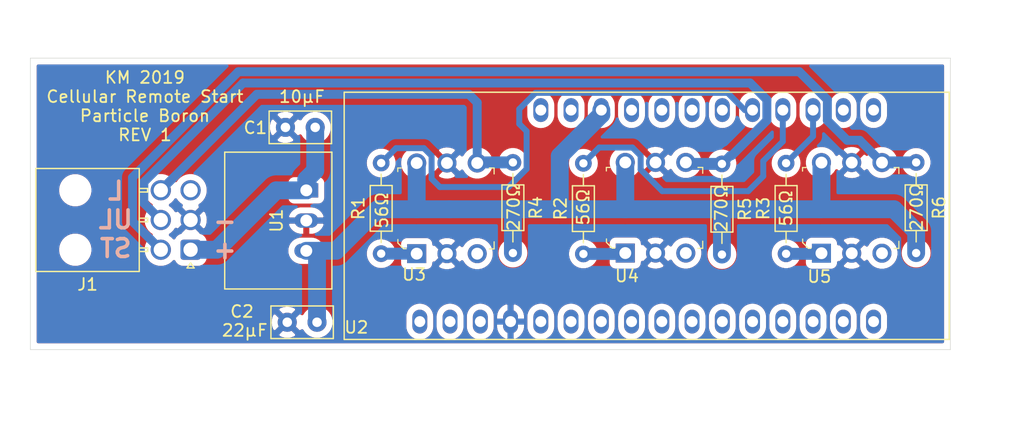
<source format=kicad_pcb>
(kicad_pcb (version 20171130) (host pcbnew "(5.1.0)-1")

  (general
    (thickness 1.6)
    (drawings 7)
    (tracks 98)
    (zones 0)
    (modules 14)
    (nets 40)
  )

  (page A4)
  (layers
    (0 F.Cu signal)
    (31 B.Cu signal)
    (32 B.Adhes user)
    (33 F.Adhes user)
    (34 B.Paste user)
    (35 F.Paste user)
    (36 B.SilkS user)
    (37 F.SilkS user)
    (38 B.Mask user)
    (39 F.Mask user)
    (40 Dwgs.User user)
    (41 Cmts.User user)
    (42 Eco1.User user)
    (43 Eco2.User user)
    (44 Edge.Cuts user)
    (45 Margin user)
    (46 B.CrtYd user)
    (47 F.CrtYd user)
    (48 B.Fab user)
    (49 F.Fab user hide)
  )

  (setup
    (last_trace_width 1.5)
    (user_trace_width 0.5)
    (user_trace_width 0.75)
    (user_trace_width 1)
    (user_trace_width 1.5)
    (trace_clearance 0.2)
    (zone_clearance 0.508)
    (zone_45_only no)
    (trace_min 0.2)
    (via_size 0.8)
    (via_drill 0.4)
    (via_min_size 0.4)
    (via_min_drill 0.3)
    (uvia_size 0.3)
    (uvia_drill 0.1)
    (uvias_allowed no)
    (uvia_min_size 0.2)
    (uvia_min_drill 0.1)
    (edge_width 0.05)
    (segment_width 0.2)
    (pcb_text_width 0.3)
    (pcb_text_size 1.5 1.5)
    (mod_edge_width 0.12)
    (mod_text_size 1 1)
    (mod_text_width 0.15)
    (pad_size 1.524 1.524)
    (pad_drill 0.762)
    (pad_to_mask_clearance 0.051)
    (solder_mask_min_width 0.25)
    (aux_axis_origin 0 0)
    (visible_elements FFFFFF7F)
    (pcbplotparams
      (layerselection 0x010fc_ffffffff)
      (usegerberextensions false)
      (usegerberattributes false)
      (usegerberadvancedattributes false)
      (creategerberjobfile false)
      (excludeedgelayer true)
      (linewidth 0.100000)
      (plotframeref false)
      (viasonmask false)
      (mode 1)
      (useauxorigin false)
      (hpglpennumber 1)
      (hpglpenspeed 20)
      (hpglpendiameter 15.000000)
      (psnegative false)
      (psa4output false)
      (plotreference true)
      (plotvalue true)
      (plotinvisibletext false)
      (padsonsilk false)
      (subtractmaskfromsilk false)
      (outputformat 1)
      (mirror false)
      (drillshape 0)
      (scaleselection 1)
      (outputdirectory "REV1 Gerbers/"))
  )

  (net 0 "")
  (net 1 GND)
  (net 2 +12V)
  (net 3 +5V)
  (net 4 "Net-(R1-Pad2)")
  (net 5 "Net-(R1-Pad1)")
  (net 6 "Net-(R2-Pad2)")
  (net 7 "Net-(R2-Pad1)")
  (net 8 "Net-(R3-Pad2)")
  (net 9 "Net-(R3-Pad1)")
  (net 10 "Net-(U2-Pad16)")
  (net 11 "Net-(U2-Pad17)")
  (net 12 "Net-(U2-Pad15)")
  (net 13 "Net-(U2-Pad18)")
  (net 14 "Net-(U2-Pad14)")
  (net 15 "Net-(U2-Pad13)")
  (net 16 "Net-(U2-Pad12)")
  (net 17 "Net-(U2-Pad11)")
  (net 18 "Net-(U2-Pad22)")
  (net 19 "Net-(U2-Pad10)")
  (net 20 "Net-(U2-Pad23)")
  (net 21 "Net-(U2-Pad9)")
  (net 22 "Net-(U2-Pad24)")
  (net 23 "Net-(U2-Pad8)")
  (net 24 "Net-(U2-Pad25)")
  (net 25 "Net-(U2-Pad7)")
  (net 26 "Net-(U2-Pad6)")
  (net 27 "Net-(U2-Pad27)")
  (net 28 "Net-(U2-Pad5)")
  (net 29 "Net-(U2-Pad28)")
  (net 30 "Net-(U2-Pad3)")
  (net 31 "Net-(U2-Pad2)")
  (net 32 "Net-(U2-Pad1)")
  (net 33 "Net-(U3-Pad3)")
  (net 34 "Net-(U4-Pad3)")
  (net 35 "Net-(U5-Pad3)")
  (net 36 "Net-(J1-Pad6)")
  (net 37 "Net-(J1-Pad5)")
  (net 38 "Net-(J1-Pad4)")
  (net 39 "Net-(J1-Pad3)")

  (net_class Default "This is the default net class."
    (clearance 0.2)
    (trace_width 0.25)
    (via_dia 0.8)
    (via_drill 0.4)
    (uvia_dia 0.3)
    (uvia_drill 0.1)
    (add_net +12V)
    (add_net +5V)
    (add_net GND)
    (add_net "Net-(J1-Pad3)")
    (add_net "Net-(J1-Pad4)")
    (add_net "Net-(J1-Pad5)")
    (add_net "Net-(J1-Pad6)")
    (add_net "Net-(R1-Pad1)")
    (add_net "Net-(R1-Pad2)")
    (add_net "Net-(R2-Pad1)")
    (add_net "Net-(R2-Pad2)")
    (add_net "Net-(R3-Pad1)")
    (add_net "Net-(R3-Pad2)")
    (add_net "Net-(U2-Pad1)")
    (add_net "Net-(U2-Pad10)")
    (add_net "Net-(U2-Pad11)")
    (add_net "Net-(U2-Pad12)")
    (add_net "Net-(U2-Pad13)")
    (add_net "Net-(U2-Pad14)")
    (add_net "Net-(U2-Pad15)")
    (add_net "Net-(U2-Pad16)")
    (add_net "Net-(U2-Pad17)")
    (add_net "Net-(U2-Pad18)")
    (add_net "Net-(U2-Pad2)")
    (add_net "Net-(U2-Pad22)")
    (add_net "Net-(U2-Pad23)")
    (add_net "Net-(U2-Pad24)")
    (add_net "Net-(U2-Pad25)")
    (add_net "Net-(U2-Pad27)")
    (add_net "Net-(U2-Pad28)")
    (add_net "Net-(U2-Pad3)")
    (add_net "Net-(U2-Pad5)")
    (add_net "Net-(U2-Pad6)")
    (add_net "Net-(U2-Pad7)")
    (add_net "Net-(U2-Pad8)")
    (add_net "Net-(U2-Pad9)")
    (add_net "Net-(U3-Pad3)")
    (add_net "Net-(U4-Pad3)")
    (add_net "Net-(U5-Pad3)")
  )

  (module *Kyles_Drawings:PARTICLE_BORON (layer F.Cu) (tedit 5E0BBCB9) (tstamp 5E0E1941)
    (at 154.2473 93.5062)
    (path /5E0BFE06)
    (fp_text reference U2 (at -24.3771 9.3765 180) (layer F.SilkS)
      (effects (font (size 1 1) (thickness 0.15)))
    )
    (fp_text value PARTICLE_BORON (at 0 0) (layer F.Fab)
      (effects (font (size 1 1) (thickness 0.15)))
    )
    (fp_line (start -25.25 10.14) (end -25.25 -10.14) (layer F.CrtYd) (width 0.05))
    (fp_line (start 25.25 10.14) (end -25.25 10.14) (layer F.CrtYd) (width 0.05))
    (fp_line (start 25.25 -10.14) (end 25.25 10.14) (layer F.CrtYd) (width 0.05))
    (fp_line (start -25.25 -10.14) (end 25.25 -10.14) (layer F.CrtYd) (width 0.05))
    (fp_line (start -25.4 -10.39) (end -25.4 10.389999) (layer F.SilkS) (width 0.12))
    (fp_line (start 25.4 -10.389999) (end -25.4 -10.39) (layer F.SilkS) (width 0.12))
    (fp_line (start 25.4 10.39) (end 25.4 -10.389999) (layer F.SilkS) (width 0.12))
    (fp_line (start -25.4 10.389999) (end 25.4 10.39) (layer F.SilkS) (width 0.12))
    (pad 16 thru_hole oval (at 19.05 8.89) (size 1.25 2) (drill 0.92) (layers *.Cu *.Mask)
      (net 10 "Net-(U2-Pad16)"))
    (pad 17 thru_hole oval (at 19.05 -8.89) (size 1.25 2) (drill 0.92) (layers *.Cu *.Mask)
      (net 11 "Net-(U2-Pad17)"))
    (pad 15 thru_hole oval (at 16.51 8.89) (size 1.25 2) (drill 0.92) (layers *.Cu *.Mask)
      (net 12 "Net-(U2-Pad15)"))
    (pad 18 thru_hole oval (at 16.51 -8.89) (size 1.25 2) (drill 0.92) (layers *.Cu *.Mask)
      (net 13 "Net-(U2-Pad18)"))
    (pad 14 thru_hole oval (at 13.97 8.89) (size 1.25 2) (drill 0.92) (layers *.Cu *.Mask)
      (net 14 "Net-(U2-Pad14)"))
    (pad 19 thru_hole oval (at 13.97 -8.89) (size 1.25 2) (drill 0.92) (layers *.Cu *.Mask)
      (net 8 "Net-(R3-Pad2)"))
    (pad 13 thru_hole oval (at 11.43 8.89) (size 1.25 2) (drill 0.92) (layers *.Cu *.Mask)
      (net 15 "Net-(U2-Pad13)"))
    (pad 20 thru_hole oval (at 11.43 -8.89) (size 1.25 2) (drill 0.92) (layers *.Cu *.Mask)
      (net 6 "Net-(R2-Pad2)"))
    (pad 12 thru_hole oval (at 8.89 8.89) (size 1.25 2) (drill 0.92) (layers *.Cu *.Mask)
      (net 16 "Net-(U2-Pad12)"))
    (pad 21 thru_hole oval (at 8.89 -8.89) (size 1.25 2) (drill 0.92) (layers *.Cu *.Mask)
      (net 4 "Net-(R1-Pad2)"))
    (pad 11 thru_hole oval (at 6.35 8.89) (size 1.25 2) (drill 0.92) (layers *.Cu *.Mask)
      (net 17 "Net-(U2-Pad11)"))
    (pad 22 thru_hole oval (at 6.35 -8.89) (size 1.25 2) (drill 0.92) (layers *.Cu *.Mask)
      (net 18 "Net-(U2-Pad22)"))
    (pad 10 thru_hole oval (at 3.81 8.89) (size 1.25 2) (drill 0.92) (layers *.Cu *.Mask)
      (net 19 "Net-(U2-Pad10)"))
    (pad 23 thru_hole oval (at 3.81 -8.89) (size 1.25 2) (drill 0.92) (layers *.Cu *.Mask)
      (net 20 "Net-(U2-Pad23)"))
    (pad 9 thru_hole oval (at 1.27 8.89) (size 1.25 2) (drill 0.92) (layers *.Cu *.Mask)
      (net 21 "Net-(U2-Pad9)"))
    (pad 24 thru_hole oval (at 1.27 -8.89) (size 1.25 2) (drill 0.92) (layers *.Cu *.Mask)
      (net 22 "Net-(U2-Pad24)"))
    (pad 8 thru_hole oval (at -1.27 8.89) (size 1.25 2) (drill 0.92) (layers *.Cu *.Mask)
      (net 23 "Net-(U2-Pad8)"))
    (pad 25 thru_hole oval (at -1.27 -8.89) (size 1.25 2) (drill 0.92) (layers *.Cu *.Mask)
      (net 24 "Net-(U2-Pad25)"))
    (pad 7 thru_hole oval (at -3.81 8.89) (size 1.25 2) (drill 0.92) (layers *.Cu *.Mask)
      (net 25 "Net-(U2-Pad7)"))
    (pad 26 thru_hole oval (at -3.81 -8.89) (size 1.25 2) (drill 0.92) (layers *.Cu *.Mask)
      (net 3 +5V))
    (pad 6 thru_hole oval (at -6.35 8.89) (size 1.25 2) (drill 0.92) (layers *.Cu *.Mask)
      (net 26 "Net-(U2-Pad6)"))
    (pad 27 thru_hole oval (at -6.35 -8.89) (size 1.25 2) (drill 0.92) (layers *.Cu *.Mask)
      (net 27 "Net-(U2-Pad27)"))
    (pad 5 thru_hole oval (at -8.89 8.89) (size 1.25 2) (drill 0.92) (layers *.Cu *.Mask)
      (net 28 "Net-(U2-Pad5)"))
    (pad 28 thru_hole oval (at -8.89 -8.89) (size 1.25 2) (drill 0.92) (layers *.Cu *.Mask)
      (net 29 "Net-(U2-Pad28)"))
    (pad 4 thru_hole oval (at -11.43 8.89) (size 1.25 2) (drill 0.92) (layers *.Cu *.Mask)
      (net 1 GND))
    (pad 3 thru_hole oval (at -13.97 8.89) (size 1.25 2) (drill 0.92) (layers *.Cu *.Mask)
      (net 30 "Net-(U2-Pad3)"))
    (pad 2 thru_hole oval (at -16.51 8.89) (size 1.25 2) (drill 0.92) (layers *.Cu *.Mask)
      (net 31 "Net-(U2-Pad2)"))
    (pad 1 thru_hole oval (at -19.05 8.89) (size 1.25 2) (drill 0.92) (layers *.Cu *.Mask)
      (net 32 "Net-(U2-Pad1)"))
  )

  (module Connector_Molex:Molex_Nano-Fit_105314-xx06_2x03_P2.50mm_Horizontal (layer F.Cu) (tedit 5B782416) (tstamp 5E0E12E1)
    (at 115.951 96.3549 180)
    (descr "Molex Nano-Fit Power Connectors, 105314-xx06, 3 Pins per row (http://www.molex.com/pdm_docs/sd/1053141208_sd.pdf), generated with kicad-footprint-generator")
    (tags "connector Molex Nano-Fit top entry")
    (path /5E10269E)
    (fp_text reference J1 (at 8.65 -2.92 180) (layer F.SilkS)
      (effects (font (size 1 1) (thickness 0.15)))
    )
    (fp_text value Conn_02x03_Top_Bottom (at 8.65 7.92 180) (layer F.Fab)
      (effects (font (size 1 1) (thickness 0.15)))
    )
    (fp_text user %R (at 8.65 6.02 180) (layer F.Fab)
      (effects (font (size 1 1) (thickness 0.15)))
    )
    (fp_line (start 13.38 -2.22) (end -1.35 -2.22) (layer F.CrtYd) (width 0.05))
    (fp_line (start 13.38 7.22) (end 13.38 -2.22) (layer F.CrtYd) (width 0.05))
    (fp_line (start -1.35 7.22) (end 13.38 7.22) (layer F.CrtYd) (width 0.05))
    (fp_line (start -1.35 -2.22) (end -1.35 7.22) (layer F.CrtYd) (width 0.05))
    (fp_line (start -0.3 -1.534264) (end 0 -1.11) (layer F.Fab) (width 0.1))
    (fp_line (start 0.3 -1.534264) (end -0.3 -1.534264) (layer F.Fab) (width 0.1))
    (fp_line (start 0 -1.11) (end 0.3 -1.534264) (layer F.Fab) (width 0.1))
    (fp_line (start -0.3 -1.534264) (end 0 -1.11) (layer F.SilkS) (width 0.12))
    (fp_line (start 0.3 -1.534264) (end -0.3 -1.534264) (layer F.SilkS) (width 0.12))
    (fp_line (start 0 -1.11) (end 0.3 -1.534264) (layer F.SilkS) (width 0.12))
    (fp_line (start 3.61 5.15) (end 4.31 5.15) (layer F.SilkS) (width 0.12))
    (fp_line (start 3.61 4.85) (end 3.61 5.15) (layer F.SilkS) (width 0.12))
    (fp_line (start 4.31 4.85) (end 3.61 4.85) (layer F.SilkS) (width 0.12))
    (fp_line (start 4.31 5.15) (end 4.31 4.85) (layer F.SilkS) (width 0.12))
    (fp_line (start 3.61 2.65) (end 4.31 2.65) (layer F.SilkS) (width 0.12))
    (fp_line (start 3.61 2.35) (end 3.61 2.65) (layer F.SilkS) (width 0.12))
    (fp_line (start 4.31 2.35) (end 3.61 2.35) (layer F.SilkS) (width 0.12))
    (fp_line (start 4.31 2.65) (end 4.31 2.35) (layer F.SilkS) (width 0.12))
    (fp_line (start 3.61 0.15) (end 4.31 0.15) (layer F.SilkS) (width 0.12))
    (fp_line (start 3.61 -0.15) (end 3.61 0.15) (layer F.SilkS) (width 0.12))
    (fp_line (start 4.31 -0.15) (end 3.61 -0.15) (layer F.SilkS) (width 0.12))
    (fp_line (start 4.31 0.15) (end 4.31 -0.15) (layer F.SilkS) (width 0.12))
    (fp_line (start 12.99 -1.83) (end 4.31 -1.83) (layer F.SilkS) (width 0.12))
    (fp_line (start 12.99 6.83) (end 12.99 -1.83) (layer F.SilkS) (width 0.12))
    (fp_line (start 4.31 6.83) (end 12.99 6.83) (layer F.SilkS) (width 0.12))
    (fp_line (start 4.31 -1.83) (end 4.31 6.83) (layer F.SilkS) (width 0.12))
    (fp_line (start 12.88 -1.72) (end 4.42 -1.72) (layer F.Fab) (width 0.1))
    (fp_line (start 12.88 6.72) (end 12.88 -1.72) (layer F.Fab) (width 0.1))
    (fp_line (start 4.42 6.72) (end 12.88 6.72) (layer F.Fab) (width 0.1))
    (fp_line (start 4.42 -1.72) (end 4.42 6.72) (layer F.Fab) (width 0.1))
    (pad "" np_thru_hole circle (at 9.68 5 180) (size 1.7 1.7) (drill 1.7) (layers *.Cu *.Mask))
    (pad "" np_thru_hole circle (at 9.68 0 180) (size 1.7 1.7) (drill 1.7) (layers *.Cu *.Mask))
    (pad 6 thru_hole circle (at 2.5 5 180) (size 1.7 1.7) (drill 1.2) (layers *.Cu *.Mask)
      (net 36 "Net-(J1-Pad6)"))
    (pad 5 thru_hole circle (at 2.5 2.5 180) (size 1.7 1.7) (drill 1.2) (layers *.Cu *.Mask)
      (net 37 "Net-(J1-Pad5)"))
    (pad 4 thru_hole circle (at 2.5 0 180) (size 1.7 1.7) (drill 1.2) (layers *.Cu *.Mask)
      (net 38 "Net-(J1-Pad4)"))
    (pad 3 thru_hole circle (at 0 5 180) (size 1.7 1.7) (drill 1.2) (layers *.Cu *.Mask)
      (net 39 "Net-(J1-Pad3)"))
    (pad 2 thru_hole circle (at 0 2.5 180) (size 1.7 1.7) (drill 1.2) (layers *.Cu *.Mask)
      (net 1 GND))
    (pad 1 thru_hole roundrect (at 0 0 180) (size 1.7 1.7) (drill 1.2) (layers *.Cu *.Mask) (roundrect_rratio 0.147059)
      (net 2 +12V))
    (model ${KISYS3DMOD}/Connector_Molex.3dshapes/Molex_Nano-Fit_105314-xx06_2x03_P2.50mm_Horizontal.wrl
      (at (xyz 0 0 0))
      (scale (xyz 1 1 1))
      (rotate (xyz 0 0 0))
    )
  )

  (module digikey-footprints:DIP-6_W7.62mm (layer F.Cu) (tedit 5AFEF30B) (tstamp 5E0E1774)
    (at 168.9227 96.647 90)
    (descr http://optoelectronics.liteon.com/upload/download/DS70-2001-026/MOC306X%20series%20201606.pdf)
    (path /5E0CBDF1)
    (fp_text reference U5 (at -1.9685 -0.1778 180) (layer F.SilkS)
      (effects (font (size 1 1) (thickness 0.15)))
    )
    (fp_text value H11L1M (at 4.1 8.1 90) (layer F.Fab)
      (effects (font (size 1 1) (thickness 0.15)))
    )
    (fp_text user REF** (at 3.94 3.1 90) (layer F.Fab)
      (effects (font (size 1 1) (thickness 0.1)))
    )
    (fp_line (start 0.54 -1.055) (end 0.55 6.36) (layer F.Fab) (width 0.1))
    (fp_line (start 7.05 -1.43) (end 7.05 6.36) (layer F.Fab) (width 0.1))
    (fp_line (start 0.915 -1.43) (end 7.05 -1.43) (layer F.Fab) (width 0.1))
    (fp_line (start 7.2 -1.59) (end 6.9 -1.59) (layer F.SilkS) (width 0.1))
    (fp_line (start 7.2 -1.29) (end 7.2 -1.59) (layer F.SilkS) (width 0.1))
    (fp_line (start 0.89 -1.58) (end 1.19 -1.58) (layer F.SilkS) (width 0.1))
    (fp_line (start 0.415 -0.88) (end 0.415 -1.105) (layer F.SilkS) (width 0.1))
    (fp_line (start 8.67 -1.68) (end 8.67 6.61) (layer F.CrtYd) (width 0.05))
    (fp_line (start -1.05 -1.68) (end -1.05 6.61) (layer F.CrtYd) (width 0.05))
    (fp_line (start 0.55 6.36) (end 7.05 6.36) (layer F.Fab) (width 0.1))
    (fp_line (start -1.05 6.61) (end 8.67 6.61) (layer F.CrtYd) (width 0.05))
    (fp_line (start -1.05 -1.68) (end 8.67 -1.68) (layer F.CrtYd) (width 0.05))
    (fp_line (start 7.2 6.5) (end 6.7 6.5) (layer F.SilkS) (width 0.1))
    (fp_line (start 7.2 6.5) (end 7.2 6.1) (layer F.SilkS) (width 0.1))
    (fp_line (start 0.4 6.5) (end 1 6.5) (layer F.SilkS) (width 0.1))
    (fp_line (start 0.4 6.1) (end 0.4 6.5) (layer F.SilkS) (width 0.1))
    (fp_line (start 0.54 -1.055) (end 0.915 -1.43) (layer F.Fab) (width 0.1))
    (fp_line (start 0.89 -1.58) (end 0.415 -1.105) (layer F.SilkS) (width 0.1))
    (pad 6 thru_hole circle (at 7.62 0 90) (size 1.6 1.6) (drill 1) (layers *.Cu *.Mask)
      (net 3 +5V))
    (pad 5 thru_hole circle (at 7.62 2.54 90) (size 1.6 1.6) (drill 1) (layers *.Cu *.Mask)
      (net 1 GND))
    (pad 4 thru_hole circle (at 7.62 5.08 90) (size 1.6 1.6) (drill 1) (layers *.Cu *.Mask)
      (net 38 "Net-(J1-Pad4)"))
    (pad 3 thru_hole circle (at 0 5.08 90) (size 1.6 1.6) (drill 1) (layers *.Cu *.Mask)
      (net 35 "Net-(U5-Pad3)"))
    (pad 2 thru_hole circle (at 0 2.54 90) (size 1.6 1.6) (drill 1) (layers *.Cu *.Mask)
      (net 1 GND))
    (pad 1 thru_hole rect (at 0 0 90) (size 1.6 1.6) (drill 1) (layers *.Cu *.Mask)
      (net 9 "Net-(R3-Pad1)"))
  )

  (module digikey-footprints:DIP-6_W7.62mm (layer F.Cu) (tedit 5AFEF30B) (tstamp 5E0E18E2)
    (at 152.4508 96.6343 90)
    (descr http://optoelectronics.liteon.com/upload/download/DS70-2001-026/MOC306X%20series%20201606.pdf)
    (path /5E0E03CB)
    (fp_text reference U4 (at -1.9304 0.1397 180) (layer F.SilkS)
      (effects (font (size 1 1) (thickness 0.15)))
    )
    (fp_text value H11L1M (at 4.1 8.1 90) (layer F.Fab)
      (effects (font (size 1 1) (thickness 0.15)))
    )
    (fp_text user REF** (at 3.94 3.1 90) (layer F.Fab)
      (effects (font (size 1 1) (thickness 0.1)))
    )
    (fp_line (start 0.54 -1.055) (end 0.55 6.36) (layer F.Fab) (width 0.1))
    (fp_line (start 7.05 -1.43) (end 7.05 6.36) (layer F.Fab) (width 0.1))
    (fp_line (start 0.915 -1.43) (end 7.05 -1.43) (layer F.Fab) (width 0.1))
    (fp_line (start 7.2 -1.59) (end 6.9 -1.59) (layer F.SilkS) (width 0.1))
    (fp_line (start 7.2 -1.29) (end 7.2 -1.59) (layer F.SilkS) (width 0.1))
    (fp_line (start 0.89 -1.58) (end 1.19 -1.58) (layer F.SilkS) (width 0.1))
    (fp_line (start 0.415 -0.88) (end 0.415 -1.105) (layer F.SilkS) (width 0.1))
    (fp_line (start 8.67 -1.68) (end 8.67 6.61) (layer F.CrtYd) (width 0.05))
    (fp_line (start -1.05 -1.68) (end -1.05 6.61) (layer F.CrtYd) (width 0.05))
    (fp_line (start 0.55 6.36) (end 7.05 6.36) (layer F.Fab) (width 0.1))
    (fp_line (start -1.05 6.61) (end 8.67 6.61) (layer F.CrtYd) (width 0.05))
    (fp_line (start -1.05 -1.68) (end 8.67 -1.68) (layer F.CrtYd) (width 0.05))
    (fp_line (start 7.2 6.5) (end 6.7 6.5) (layer F.SilkS) (width 0.1))
    (fp_line (start 7.2 6.5) (end 7.2 6.1) (layer F.SilkS) (width 0.1))
    (fp_line (start 0.4 6.5) (end 1 6.5) (layer F.SilkS) (width 0.1))
    (fp_line (start 0.4 6.1) (end 0.4 6.5) (layer F.SilkS) (width 0.1))
    (fp_line (start 0.54 -1.055) (end 0.915 -1.43) (layer F.Fab) (width 0.1))
    (fp_line (start 0.89 -1.58) (end 0.415 -1.105) (layer F.SilkS) (width 0.1))
    (pad 6 thru_hole circle (at 7.62 0 90) (size 1.6 1.6) (drill 1) (layers *.Cu *.Mask)
      (net 3 +5V))
    (pad 5 thru_hole circle (at 7.62 2.54 90) (size 1.6 1.6) (drill 1) (layers *.Cu *.Mask)
      (net 1 GND))
    (pad 4 thru_hole circle (at 7.62 5.08 90) (size 1.6 1.6) (drill 1) (layers *.Cu *.Mask)
      (net 37 "Net-(J1-Pad5)"))
    (pad 3 thru_hole circle (at 0 5.08 90) (size 1.6 1.6) (drill 1) (layers *.Cu *.Mask)
      (net 34 "Net-(U4-Pad3)"))
    (pad 2 thru_hole circle (at 0 2.54 90) (size 1.6 1.6) (drill 1) (layers *.Cu *.Mask)
      (net 1 GND))
    (pad 1 thru_hole rect (at 0 0 90) (size 1.6 1.6) (drill 1) (layers *.Cu *.Mask)
      (net 7 "Net-(R2-Pad1)"))
  )

  (module digikey-footprints:DIP-6_W7.62mm (layer F.Cu) (tedit 5AFEF30B) (tstamp 5E0E184C)
    (at 134.9375 96.6851 90)
    (descr http://optoelectronics.liteon.com/upload/download/DS70-2001-026/MOC306X%20series%20201606.pdf)
    (path /5E0E2A41)
    (fp_text reference U3 (at -1.7526 -0.2159 180) (layer F.SilkS)
      (effects (font (size 1 1) (thickness 0.15)))
    )
    (fp_text value H11L1M (at 4.1 8.1 90) (layer F.Fab)
      (effects (font (size 1 1) (thickness 0.15)))
    )
    (fp_text user REF** (at 3.94 3.1 90) (layer F.Fab)
      (effects (font (size 1 1) (thickness 0.1)))
    )
    (fp_line (start 0.54 -1.055) (end 0.55 6.36) (layer F.Fab) (width 0.1))
    (fp_line (start 7.05 -1.43) (end 7.05 6.36) (layer F.Fab) (width 0.1))
    (fp_line (start 0.915 -1.43) (end 7.05 -1.43) (layer F.Fab) (width 0.1))
    (fp_line (start 7.2 -1.59) (end 6.9 -1.59) (layer F.SilkS) (width 0.1))
    (fp_line (start 7.2 -1.29) (end 7.2 -1.59) (layer F.SilkS) (width 0.1))
    (fp_line (start 0.89 -1.58) (end 1.19 -1.58) (layer F.SilkS) (width 0.1))
    (fp_line (start 0.415 -0.88) (end 0.415 -1.105) (layer F.SilkS) (width 0.1))
    (fp_line (start 8.67 -1.68) (end 8.67 6.61) (layer F.CrtYd) (width 0.05))
    (fp_line (start -1.05 -1.68) (end -1.05 6.61) (layer F.CrtYd) (width 0.05))
    (fp_line (start 0.55 6.36) (end 7.05 6.36) (layer F.Fab) (width 0.1))
    (fp_line (start -1.05 6.61) (end 8.67 6.61) (layer F.CrtYd) (width 0.05))
    (fp_line (start -1.05 -1.68) (end 8.67 -1.68) (layer F.CrtYd) (width 0.05))
    (fp_line (start 7.2 6.5) (end 6.7 6.5) (layer F.SilkS) (width 0.1))
    (fp_line (start 7.2 6.5) (end 7.2 6.1) (layer F.SilkS) (width 0.1))
    (fp_line (start 0.4 6.5) (end 1 6.5) (layer F.SilkS) (width 0.1))
    (fp_line (start 0.4 6.1) (end 0.4 6.5) (layer F.SilkS) (width 0.1))
    (fp_line (start 0.54 -1.055) (end 0.915 -1.43) (layer F.Fab) (width 0.1))
    (fp_line (start 0.89 -1.58) (end 0.415 -1.105) (layer F.SilkS) (width 0.1))
    (pad 6 thru_hole circle (at 7.62 0 90) (size 1.6 1.6) (drill 1) (layers *.Cu *.Mask)
      (net 3 +5V))
    (pad 5 thru_hole circle (at 7.62 2.54 90) (size 1.6 1.6) (drill 1) (layers *.Cu *.Mask)
      (net 1 GND))
    (pad 4 thru_hole circle (at 7.62 5.08 90) (size 1.6 1.6) (drill 1) (layers *.Cu *.Mask)
      (net 36 "Net-(J1-Pad6)"))
    (pad 3 thru_hole circle (at 0 5.08 90) (size 1.6 1.6) (drill 1) (layers *.Cu *.Mask)
      (net 33 "Net-(U3-Pad3)"))
    (pad 2 thru_hole circle (at 0 2.54 90) (size 1.6 1.6) (drill 1) (layers *.Cu *.Mask)
      (net 1 GND))
    (pad 1 thru_hole rect (at 0 0 90) (size 1.6 1.6) (drill 1) (layers *.Cu *.Mask)
      (net 5 "Net-(R1-Pad1)"))
  )

  (module *Kyles_Drawings:V7805-2000 (layer F.Cu) (tedit 5E0BC827) (tstamp 5E0C5019)
    (at 125.6665 93.9038 270)
    (tags 102-2175-ND)
    (path /5E0C312F)
    (fp_text reference U1 (at 0 2.5 270) (layer F.SilkS)
      (effects (font (size 1 1) (thickness 0.15)))
    )
    (fp_text value V7805-2000 (at 0 -3.048 270) (layer F.Fab)
      (effects (font (size 1 1) (thickness 0.15)))
    )
    (fp_line (start -5.6 6.8) (end -5.6 -2.05) (layer F.CrtYd) (width 0.05))
    (fp_line (start 5.6 6.8) (end -5.6 6.8) (layer F.CrtYd) (width 0.05))
    (fp_line (start 5.6 -2.05) (end 5.6 6.8) (layer F.CrtYd) (width 0.05))
    (fp_line (start -5.6 -2.05) (end 5.6 -2.05) (layer F.CrtYd) (width 0.05))
    (fp_line (start -5.75 6.85) (end -5.75 -2.15) (layer F.SilkS) (width 0.12))
    (fp_line (start 5.75 6.85) (end -5.75 6.85) (layer F.SilkS) (width 0.12))
    (fp_line (start 5.75 -2.15) (end 5.75 6.85) (layer F.SilkS) (width 0.12))
    (fp_line (start -5.75 -2.15) (end 5.75 -2.15) (layer F.SilkS) (width 0.12))
    (pad 3 thru_hole oval (at 2.54 0 270) (size 1.2 2) (drill 1) (layers *.Cu *.Mask)
      (net 3 +5V))
    (pad 2 thru_hole oval (at 0 0 270) (size 1.2 2) (drill 1) (layers *.Cu *.Mask)
      (net 1 GND))
    (pad 1 thru_hole rect (at -2.54 0 270) (size 1.2 2) (drill 1) (layers *.Cu *.Mask)
      (net 2 +12V))
  )

  (module Resistor_THT:R_Axial_DIN0204_L3.6mm_D1.6mm_P7.62mm_Horizontal (layer F.Cu) (tedit 5AE5139B) (tstamp 5E0E17C2)
    (at 176.8729 89.0143 270)
    (descr "Resistor, Axial_DIN0204 series, Axial, Horizontal, pin pitch=7.62mm, 0.167W, length*diameter=3.6*1.6mm^2, http://cdn-reichelt.de/documents/datenblatt/B400/1_4W%23YAG.pdf")
    (tags "Resistor Axial_DIN0204 series Axial Horizontal pin pitch 7.62mm 0.167W length 3.6mm diameter 1.6mm")
    (path /5E0CE41B)
    (fp_text reference R6 (at 3.81 -1.92 270) (layer F.SilkS)
      (effects (font (size 1 1) (thickness 0.15)))
    )
    (fp_text value 270Ω (at 3.7592 -0.0381 270) (layer F.SilkS)
      (effects (font (size 1 1) (thickness 0.15)))
    )
    (fp_text user %R (at 3.81 0 270) (layer F.Fab)
      (effects (font (size 0.72 0.72) (thickness 0.108)))
    )
    (fp_line (start 8.57 -1.05) (end -0.95 -1.05) (layer F.CrtYd) (width 0.05))
    (fp_line (start 8.57 1.05) (end 8.57 -1.05) (layer F.CrtYd) (width 0.05))
    (fp_line (start -0.95 1.05) (end 8.57 1.05) (layer F.CrtYd) (width 0.05))
    (fp_line (start -0.95 -1.05) (end -0.95 1.05) (layer F.CrtYd) (width 0.05))
    (fp_line (start 6.68 0) (end 5.73 0) (layer F.SilkS) (width 0.12))
    (fp_line (start 0.94 0) (end 1.89 0) (layer F.SilkS) (width 0.12))
    (fp_line (start 5.73 -0.92) (end 1.89 -0.92) (layer F.SilkS) (width 0.12))
    (fp_line (start 5.73 0.92) (end 5.73 -0.92) (layer F.SilkS) (width 0.12))
    (fp_line (start 1.89 0.92) (end 5.73 0.92) (layer F.SilkS) (width 0.12))
    (fp_line (start 1.89 -0.92) (end 1.89 0.92) (layer F.SilkS) (width 0.12))
    (fp_line (start 7.62 0) (end 5.61 0) (layer F.Fab) (width 0.1))
    (fp_line (start 0 0) (end 2.01 0) (layer F.Fab) (width 0.1))
    (fp_line (start 5.61 -0.8) (end 2.01 -0.8) (layer F.Fab) (width 0.1))
    (fp_line (start 5.61 0.8) (end 5.61 -0.8) (layer F.Fab) (width 0.1))
    (fp_line (start 2.01 0.8) (end 5.61 0.8) (layer F.Fab) (width 0.1))
    (fp_line (start 2.01 -0.8) (end 2.01 0.8) (layer F.Fab) (width 0.1))
    (pad 2 thru_hole oval (at 7.62 0 270) (size 1.4 1.4) (drill 0.7) (layers *.Cu *.Mask)
      (net 3 +5V))
    (pad 1 thru_hole circle (at 0 0 270) (size 1.4 1.4) (drill 0.7) (layers *.Cu *.Mask)
      (net 38 "Net-(J1-Pad4)"))
    (model ${KISYS3DMOD}/Resistor_THT.3dshapes/R_Axial_DIN0204_L3.6mm_D1.6mm_P7.62mm_Horizontal.wrl
      (at (xyz 0 0 0))
      (scale (xyz 1 1 1))
      (rotate (xyz 0 0 0))
    )
  )

  (module Resistor_THT:R_Axial_DIN0204_L3.6mm_D1.6mm_P7.62mm_Horizontal (layer F.Cu) (tedit 5AE5139B) (tstamp 5E0E189A)
    (at 160.5661 89.1413 270)
    (descr "Resistor, Axial_DIN0204 series, Axial, Horizontal, pin pitch=7.62mm, 0.167W, length*diameter=3.6*1.6mm^2, http://cdn-reichelt.de/documents/datenblatt/B400/1_4W%23YAG.pdf")
    (tags "Resistor Axial_DIN0204 series Axial Horizontal pin pitch 7.62mm 0.167W length 3.6mm diameter 1.6mm")
    (path /5E0E03D7)
    (fp_text reference R5 (at 3.81 -1.92 270) (layer F.SilkS)
      (effects (font (size 1 1) (thickness 0.15)))
    )
    (fp_text value 270Ω (at 3.7338 0.0508 270) (layer F.SilkS)
      (effects (font (size 1 1) (thickness 0.15)))
    )
    (fp_text user %R (at 3.81 0 270) (layer F.Fab)
      (effects (font (size 0.72 0.72) (thickness 0.108)))
    )
    (fp_line (start 8.57 -1.05) (end -0.95 -1.05) (layer F.CrtYd) (width 0.05))
    (fp_line (start 8.57 1.05) (end 8.57 -1.05) (layer F.CrtYd) (width 0.05))
    (fp_line (start -0.95 1.05) (end 8.57 1.05) (layer F.CrtYd) (width 0.05))
    (fp_line (start -0.95 -1.05) (end -0.95 1.05) (layer F.CrtYd) (width 0.05))
    (fp_line (start 6.68 0) (end 5.73 0) (layer F.SilkS) (width 0.12))
    (fp_line (start 0.94 0) (end 1.89 0) (layer F.SilkS) (width 0.12))
    (fp_line (start 5.73 -0.92) (end 1.89 -0.92) (layer F.SilkS) (width 0.12))
    (fp_line (start 5.73 0.92) (end 5.73 -0.92) (layer F.SilkS) (width 0.12))
    (fp_line (start 1.89 0.92) (end 5.73 0.92) (layer F.SilkS) (width 0.12))
    (fp_line (start 1.89 -0.92) (end 1.89 0.92) (layer F.SilkS) (width 0.12))
    (fp_line (start 7.62 0) (end 5.61 0) (layer F.Fab) (width 0.1))
    (fp_line (start 0 0) (end 2.01 0) (layer F.Fab) (width 0.1))
    (fp_line (start 5.61 -0.8) (end 2.01 -0.8) (layer F.Fab) (width 0.1))
    (fp_line (start 5.61 0.8) (end 5.61 -0.8) (layer F.Fab) (width 0.1))
    (fp_line (start 2.01 0.8) (end 5.61 0.8) (layer F.Fab) (width 0.1))
    (fp_line (start 2.01 -0.8) (end 2.01 0.8) (layer F.Fab) (width 0.1))
    (pad 2 thru_hole oval (at 7.62 0 270) (size 1.4 1.4) (drill 0.7) (layers *.Cu *.Mask)
      (net 3 +5V))
    (pad 1 thru_hole circle (at 0 0 270) (size 1.4 1.4) (drill 0.7) (layers *.Cu *.Mask)
      (net 37 "Net-(J1-Pad5)"))
    (model ${KISYS3DMOD}/Resistor_THT.3dshapes/R_Axial_DIN0204_L3.6mm_D1.6mm_P7.62mm_Horizontal.wrl
      (at (xyz 0 0 0))
      (scale (xyz 1 1 1))
      (rotate (xyz 0 0 0))
    )
  )

  (module Resistor_THT:R_Axial_DIN0204_L3.6mm_D1.6mm_P7.62mm_Horizontal (layer F.Cu) (tedit 5AE5139B) (tstamp 5E0E19E7)
    (at 143.0147 89.0143 270)
    (descr "Resistor, Axial_DIN0204 series, Axial, Horizontal, pin pitch=7.62mm, 0.167W, length*diameter=3.6*1.6mm^2, http://cdn-reichelt.de/documents/datenblatt/B400/1_4W%23YAG.pdf")
    (tags "Resistor Axial_DIN0204 series Axial Horizontal pin pitch 7.62mm 0.167W length 3.6mm diameter 1.6mm")
    (path /5E0E2A4D)
    (fp_text reference R4 (at 3.81 -1.92 270) (layer F.SilkS)
      (effects (font (size 1 1) (thickness 0.15)))
    )
    (fp_text value 270Ω (at 3.7592 -0.0635 270) (layer F.SilkS)
      (effects (font (size 1 1) (thickness 0.15)))
    )
    (fp_text user %R (at 3.81 0 270) (layer F.Fab)
      (effects (font (size 0.72 0.72) (thickness 0.108)))
    )
    (fp_line (start 8.57 -1.05) (end -0.95 -1.05) (layer F.CrtYd) (width 0.05))
    (fp_line (start 8.57 1.05) (end 8.57 -1.05) (layer F.CrtYd) (width 0.05))
    (fp_line (start -0.95 1.05) (end 8.57 1.05) (layer F.CrtYd) (width 0.05))
    (fp_line (start -0.95 -1.05) (end -0.95 1.05) (layer F.CrtYd) (width 0.05))
    (fp_line (start 6.68 0) (end 5.73 0) (layer F.SilkS) (width 0.12))
    (fp_line (start 0.94 0) (end 1.89 0) (layer F.SilkS) (width 0.12))
    (fp_line (start 5.73 -0.92) (end 1.89 -0.92) (layer F.SilkS) (width 0.12))
    (fp_line (start 5.73 0.92) (end 5.73 -0.92) (layer F.SilkS) (width 0.12))
    (fp_line (start 1.89 0.92) (end 5.73 0.92) (layer F.SilkS) (width 0.12))
    (fp_line (start 1.89 -0.92) (end 1.89 0.92) (layer F.SilkS) (width 0.12))
    (fp_line (start 7.62 0) (end 5.61 0) (layer F.Fab) (width 0.1))
    (fp_line (start 0 0) (end 2.01 0) (layer F.Fab) (width 0.1))
    (fp_line (start 5.61 -0.8) (end 2.01 -0.8) (layer F.Fab) (width 0.1))
    (fp_line (start 5.61 0.8) (end 5.61 -0.8) (layer F.Fab) (width 0.1))
    (fp_line (start 2.01 0.8) (end 5.61 0.8) (layer F.Fab) (width 0.1))
    (fp_line (start 2.01 -0.8) (end 2.01 0.8) (layer F.Fab) (width 0.1))
    (pad 2 thru_hole oval (at 7.62 0 270) (size 1.4 1.4) (drill 0.7) (layers *.Cu *.Mask)
      (net 3 +5V))
    (pad 1 thru_hole circle (at 0 0 270) (size 1.4 1.4) (drill 0.7) (layers *.Cu *.Mask)
      (net 36 "Net-(J1-Pad6)"))
    (model ${KISYS3DMOD}/Resistor_THT.3dshapes/R_Axial_DIN0204_L3.6mm_D1.6mm_P7.62mm_Horizontal.wrl
      (at (xyz 0 0 0))
      (scale (xyz 1 1 1))
      (rotate (xyz 0 0 0))
    )
  )

  (module Resistor_THT:R_Axial_DIN0204_L3.6mm_D1.6mm_P7.62mm_Horizontal (layer F.Cu) (tedit 5AE5139B) (tstamp 5E0E19A5)
    (at 165.9509 96.6978 90)
    (descr "Resistor, Axial_DIN0204 series, Axial, Horizontal, pin pitch=7.62mm, 0.167W, length*diameter=3.6*1.6mm^2, http://cdn-reichelt.de/documents/datenblatt/B400/1_4W%23YAG.pdf")
    (tags "Resistor Axial_DIN0204 series Axial Horizontal pin pitch 7.62mm 0.167W length 3.6mm diameter 1.6mm")
    (path /5E0CDB26)
    (fp_text reference R3 (at 3.81 -1.92 90) (layer F.SilkS)
      (effects (font (size 1 1) (thickness 0.15)))
    )
    (fp_text value 56Ω (at 3.8354 0 90) (layer F.SilkS)
      (effects (font (size 1 1) (thickness 0.15)))
    )
    (fp_text user %R (at 3.81 0 90) (layer F.Fab)
      (effects (font (size 0.72 0.72) (thickness 0.108)))
    )
    (fp_line (start 8.57 -1.05) (end -0.95 -1.05) (layer F.CrtYd) (width 0.05))
    (fp_line (start 8.57 1.05) (end 8.57 -1.05) (layer F.CrtYd) (width 0.05))
    (fp_line (start -0.95 1.05) (end 8.57 1.05) (layer F.CrtYd) (width 0.05))
    (fp_line (start -0.95 -1.05) (end -0.95 1.05) (layer F.CrtYd) (width 0.05))
    (fp_line (start 6.68 0) (end 5.73 0) (layer F.SilkS) (width 0.12))
    (fp_line (start 0.94 0) (end 1.89 0) (layer F.SilkS) (width 0.12))
    (fp_line (start 5.73 -0.92) (end 1.89 -0.92) (layer F.SilkS) (width 0.12))
    (fp_line (start 5.73 0.92) (end 5.73 -0.92) (layer F.SilkS) (width 0.12))
    (fp_line (start 1.89 0.92) (end 5.73 0.92) (layer F.SilkS) (width 0.12))
    (fp_line (start 1.89 -0.92) (end 1.89 0.92) (layer F.SilkS) (width 0.12))
    (fp_line (start 7.62 0) (end 5.61 0) (layer F.Fab) (width 0.1))
    (fp_line (start 0 0) (end 2.01 0) (layer F.Fab) (width 0.1))
    (fp_line (start 5.61 -0.8) (end 2.01 -0.8) (layer F.Fab) (width 0.1))
    (fp_line (start 5.61 0.8) (end 5.61 -0.8) (layer F.Fab) (width 0.1))
    (fp_line (start 2.01 0.8) (end 5.61 0.8) (layer F.Fab) (width 0.1))
    (fp_line (start 2.01 -0.8) (end 2.01 0.8) (layer F.Fab) (width 0.1))
    (pad 2 thru_hole oval (at 7.62 0 90) (size 1.4 1.4) (drill 0.7) (layers *.Cu *.Mask)
      (net 8 "Net-(R3-Pad2)"))
    (pad 1 thru_hole circle (at 0 0 90) (size 1.4 1.4) (drill 0.7) (layers *.Cu *.Mask)
      (net 9 "Net-(R3-Pad1)"))
    (model ${KISYS3DMOD}/Resistor_THT.3dshapes/R_Axial_DIN0204_L3.6mm_D1.6mm_P7.62mm_Horizontal.wrl
      (at (xyz 0 0 0))
      (scale (xyz 1 1 1))
      (rotate (xyz 0 0 0))
    )
  )

  (module Resistor_THT:R_Axial_DIN0204_L3.6mm_D1.6mm_P7.62mm_Horizontal (layer F.Cu) (tedit 5AE5139B) (tstamp 5E0E1804)
    (at 148.9329 96.7105 90)
    (descr "Resistor, Axial_DIN0204 series, Axial, Horizontal, pin pitch=7.62mm, 0.167W, length*diameter=3.6*1.6mm^2, http://cdn-reichelt.de/documents/datenblatt/B400/1_4W%23YAG.pdf")
    (tags "Resistor Axial_DIN0204 series Axial Horizontal pin pitch 7.62mm 0.167W length 3.6mm diameter 1.6mm")
    (path /5E0E03D1)
    (fp_text reference R2 (at 3.81 -1.92 90) (layer F.SilkS)
      (effects (font (size 1 1) (thickness 0.15)))
    )
    (fp_text value 56Ω (at 3.937 -0.0127 90) (layer F.SilkS)
      (effects (font (size 1 1) (thickness 0.15)))
    )
    (fp_text user %R (at 3.81 0 90) (layer F.Fab)
      (effects (font (size 0.72 0.72) (thickness 0.108)))
    )
    (fp_line (start 8.57 -1.05) (end -0.95 -1.05) (layer F.CrtYd) (width 0.05))
    (fp_line (start 8.57 1.05) (end 8.57 -1.05) (layer F.CrtYd) (width 0.05))
    (fp_line (start -0.95 1.05) (end 8.57 1.05) (layer F.CrtYd) (width 0.05))
    (fp_line (start -0.95 -1.05) (end -0.95 1.05) (layer F.CrtYd) (width 0.05))
    (fp_line (start 6.68 0) (end 5.73 0) (layer F.SilkS) (width 0.12))
    (fp_line (start 0.94 0) (end 1.89 0) (layer F.SilkS) (width 0.12))
    (fp_line (start 5.73 -0.92) (end 1.89 -0.92) (layer F.SilkS) (width 0.12))
    (fp_line (start 5.73 0.92) (end 5.73 -0.92) (layer F.SilkS) (width 0.12))
    (fp_line (start 1.89 0.92) (end 5.73 0.92) (layer F.SilkS) (width 0.12))
    (fp_line (start 1.89 -0.92) (end 1.89 0.92) (layer F.SilkS) (width 0.12))
    (fp_line (start 7.62 0) (end 5.61 0) (layer F.Fab) (width 0.1))
    (fp_line (start 0 0) (end 2.01 0) (layer F.Fab) (width 0.1))
    (fp_line (start 5.61 -0.8) (end 2.01 -0.8) (layer F.Fab) (width 0.1))
    (fp_line (start 5.61 0.8) (end 5.61 -0.8) (layer F.Fab) (width 0.1))
    (fp_line (start 2.01 0.8) (end 5.61 0.8) (layer F.Fab) (width 0.1))
    (fp_line (start 2.01 -0.8) (end 2.01 0.8) (layer F.Fab) (width 0.1))
    (pad 2 thru_hole oval (at 7.62 0 90) (size 1.4 1.4) (drill 0.7) (layers *.Cu *.Mask)
      (net 6 "Net-(R2-Pad2)"))
    (pad 1 thru_hole circle (at 0 0 90) (size 1.4 1.4) (drill 0.7) (layers *.Cu *.Mask)
      (net 7 "Net-(R2-Pad1)"))
    (model ${KISYS3DMOD}/Resistor_THT.3dshapes/R_Axial_DIN0204_L3.6mm_D1.6mm_P7.62mm_Horizontal.wrl
      (at (xyz 0 0 0))
      (scale (xyz 1 1 1))
      (rotate (xyz 0 0 0))
    )
  )

  (module Resistor_THT:R_Axial_DIN0204_L3.6mm_D1.6mm_P7.62mm_Horizontal (layer F.Cu) (tedit 5AE5139B) (tstamp 5E0E1A29)
    (at 131.953 96.6851 90)
    (descr "Resistor, Axial_DIN0204 series, Axial, Horizontal, pin pitch=7.62mm, 0.167W, length*diameter=3.6*1.6mm^2, http://cdn-reichelt.de/documents/datenblatt/B400/1_4W%23YAG.pdf")
    (tags "Resistor Axial_DIN0204 series Axial Horizontal pin pitch 7.62mm 0.167W length 3.6mm diameter 1.6mm")
    (path /5E0E2A47)
    (fp_text reference R1 (at 3.81 -1.92 90) (layer F.SilkS)
      (effects (font (size 1 1) (thickness 0.15)))
    )
    (fp_text value 56Ω (at 3.6449 0.0635 90) (layer F.SilkS)
      (effects (font (size 1 1) (thickness 0.15)))
    )
    (fp_text user %R (at 3.81 0 90) (layer F.Fab)
      (effects (font (size 0.72 0.72) (thickness 0.108)))
    )
    (fp_line (start 8.57 -1.05) (end -0.95 -1.05) (layer F.CrtYd) (width 0.05))
    (fp_line (start 8.57 1.05) (end 8.57 -1.05) (layer F.CrtYd) (width 0.05))
    (fp_line (start -0.95 1.05) (end 8.57 1.05) (layer F.CrtYd) (width 0.05))
    (fp_line (start -0.95 -1.05) (end -0.95 1.05) (layer F.CrtYd) (width 0.05))
    (fp_line (start 6.68 0) (end 5.73 0) (layer F.SilkS) (width 0.12))
    (fp_line (start 0.94 0) (end 1.89 0) (layer F.SilkS) (width 0.12))
    (fp_line (start 5.73 -0.92) (end 1.89 -0.92) (layer F.SilkS) (width 0.12))
    (fp_line (start 5.73 0.92) (end 5.73 -0.92) (layer F.SilkS) (width 0.12))
    (fp_line (start 1.89 0.92) (end 5.73 0.92) (layer F.SilkS) (width 0.12))
    (fp_line (start 1.89 -0.92) (end 1.89 0.92) (layer F.SilkS) (width 0.12))
    (fp_line (start 7.62 0) (end 5.61 0) (layer F.Fab) (width 0.1))
    (fp_line (start 0 0) (end 2.01 0) (layer F.Fab) (width 0.1))
    (fp_line (start 5.61 -0.8) (end 2.01 -0.8) (layer F.Fab) (width 0.1))
    (fp_line (start 5.61 0.8) (end 5.61 -0.8) (layer F.Fab) (width 0.1))
    (fp_line (start 2.01 0.8) (end 5.61 0.8) (layer F.Fab) (width 0.1))
    (fp_line (start 2.01 -0.8) (end 2.01 0.8) (layer F.Fab) (width 0.1))
    (pad 2 thru_hole oval (at 7.62 0 90) (size 1.4 1.4) (drill 0.7) (layers *.Cu *.Mask)
      (net 4 "Net-(R1-Pad2)"))
    (pad 1 thru_hole circle (at 0 0 90) (size 1.4 1.4) (drill 0.7) (layers *.Cu *.Mask)
      (net 5 "Net-(R1-Pad1)"))
    (model ${KISYS3DMOD}/Resistor_THT.3dshapes/R_Axial_DIN0204_L3.6mm_D1.6mm_P7.62mm_Horizontal.wrl
      (at (xyz 0 0 0))
      (scale (xyz 1 1 1))
      (rotate (xyz 0 0 0))
    )
  )

  (module Capacitor_THT:C_Disc_D5.0mm_W2.5mm_P2.50mm (layer F.Cu) (tedit 5AE50EF0) (tstamp 5E0E1CA4)
    (at 126.5682 102.4509 180)
    (descr "C, Disc series, Radial, pin pitch=2.50mm, , diameter*width=5*2.5mm^2, Capacitor, http://cdn-reichelt.de/documents/datenblatt/B300/DS_KERKO_TC.pdf")
    (tags "C Disc series Radial pin pitch 2.50mm  diameter 5mm width 2.5mm Capacitor")
    (path /5E0C5729)
    (fp_text reference C2 (at 6.2992 0.9017 180) (layer F.SilkS)
      (effects (font (size 1 1) (thickness 0.15)))
    )
    (fp_text value 22µF (at 6.0706 -0.6858 180) (layer F.SilkS)
      (effects (font (size 1 1) (thickness 0.15)))
    )
    (fp_text user %R (at 1.25 0 180) (layer F.Fab)
      (effects (font (size 1 1) (thickness 0.15)))
    )
    (fp_line (start 4 -1.5) (end -1.5 -1.5) (layer F.CrtYd) (width 0.05))
    (fp_line (start 4 1.5) (end 4 -1.5) (layer F.CrtYd) (width 0.05))
    (fp_line (start -1.5 1.5) (end 4 1.5) (layer F.CrtYd) (width 0.05))
    (fp_line (start -1.5 -1.5) (end -1.5 1.5) (layer F.CrtYd) (width 0.05))
    (fp_line (start 3.87 -1.37) (end 3.87 1.37) (layer F.SilkS) (width 0.12))
    (fp_line (start -1.37 -1.37) (end -1.37 1.37) (layer F.SilkS) (width 0.12))
    (fp_line (start -1.37 1.37) (end 3.87 1.37) (layer F.SilkS) (width 0.12))
    (fp_line (start -1.37 -1.37) (end 3.87 -1.37) (layer F.SilkS) (width 0.12))
    (fp_line (start 3.75 -1.25) (end -1.25 -1.25) (layer F.Fab) (width 0.1))
    (fp_line (start 3.75 1.25) (end 3.75 -1.25) (layer F.Fab) (width 0.1))
    (fp_line (start -1.25 1.25) (end 3.75 1.25) (layer F.Fab) (width 0.1))
    (fp_line (start -1.25 -1.25) (end -1.25 1.25) (layer F.Fab) (width 0.1))
    (pad 2 thru_hole circle (at 2.5 0 180) (size 1.6 1.6) (drill 0.8) (layers *.Cu *.Mask)
      (net 1 GND))
    (pad 1 thru_hole circle (at 0 0 180) (size 1.6 1.6) (drill 0.8) (layers *.Cu *.Mask)
      (net 3 +5V))
    (model ${KISYS3DMOD}/Capacitor_THT.3dshapes/C_Disc_D5.0mm_W2.5mm_P2.50mm.wrl
      (at (xyz 0 0 0))
      (scale (xyz 1 1 1))
      (rotate (xyz 0 0 0))
    )
  )

  (module Capacitor_THT:C_Disc_D5.0mm_W2.5mm_P2.50mm (layer F.Cu) (tedit 5AE50EF0) (tstamp 5E0E15D3)
    (at 126.4158 86.0679 180)
    (descr "C, Disc series, Radial, pin pitch=2.50mm, , diameter*width=5*2.5mm^2, Capacitor, http://cdn-reichelt.de/documents/datenblatt/B300/DS_KERKO_TC.pdf")
    (tags "C Disc series Radial pin pitch 2.50mm  diameter 5mm width 2.5mm Capacitor")
    (path /5E0C5E1F)
    (fp_text reference C1 (at 5.0292 -0.0381 180) (layer F.SilkS)
      (effects (font (size 1 1) (thickness 0.15)))
    )
    (fp_text value 10µF (at 1.1176 2.5781 180) (layer F.SilkS)
      (effects (font (size 1 1) (thickness 0.15)))
    )
    (fp_text user %R (at 1.25 0 180) (layer F.Fab)
      (effects (font (size 1 1) (thickness 0.15)))
    )
    (fp_line (start 4 -1.5) (end -1.5 -1.5) (layer F.CrtYd) (width 0.05))
    (fp_line (start 4 1.5) (end 4 -1.5) (layer F.CrtYd) (width 0.05))
    (fp_line (start -1.5 1.5) (end 4 1.5) (layer F.CrtYd) (width 0.05))
    (fp_line (start -1.5 -1.5) (end -1.5 1.5) (layer F.CrtYd) (width 0.05))
    (fp_line (start 3.87 -1.37) (end 3.87 1.37) (layer F.SilkS) (width 0.12))
    (fp_line (start -1.37 -1.37) (end -1.37 1.37) (layer F.SilkS) (width 0.12))
    (fp_line (start -1.37 1.37) (end 3.87 1.37) (layer F.SilkS) (width 0.12))
    (fp_line (start -1.37 -1.37) (end 3.87 -1.37) (layer F.SilkS) (width 0.12))
    (fp_line (start 3.75 -1.25) (end -1.25 -1.25) (layer F.Fab) (width 0.1))
    (fp_line (start 3.75 1.25) (end 3.75 -1.25) (layer F.Fab) (width 0.1))
    (fp_line (start -1.25 1.25) (end 3.75 1.25) (layer F.Fab) (width 0.1))
    (fp_line (start -1.25 -1.25) (end -1.25 1.25) (layer F.Fab) (width 0.1))
    (pad 2 thru_hole circle (at 2.5 0 180) (size 1.6 1.6) (drill 0.8) (layers *.Cu *.Mask)
      (net 1 GND))
    (pad 1 thru_hole circle (at 0 0 180) (size 1.6 1.6) (drill 0.8) (layers *.Cu *.Mask)
      (net 2 +12V))
    (model ${KISYS3DMOD}/Capacitor_THT.3dshapes/C_Disc_D5.0mm_W2.5mm_P2.50mm.wrl
      (at (xyz 0 0 0))
      (scale (xyz 1 1 1))
      (rotate (xyz 0 0 0))
    )
  )

  (gr_text "-\n+" (at 118.8339 95.1484) (layer B.SilkS)
    (effects (font (size 1.5 1.5) (thickness 0.3)) (justify mirror))
  )
  (gr_text "L\nUL\nST" (at 109.6645 93.8276) (layer B.SilkS)
    (effects (font (size 1.5 1.5) (thickness 0.3)) (justify mirror))
  )
  (gr_text "KM 2019\nCellular Remote Start\nParticle Boron\nREV 1" (at 112.1156 84.2899) (layer F.SilkS)
    (effects (font (size 1 1) (thickness 0.15)))
  )
  (gr_line (start 179.75 104.75) (end 179.75 80.25) (layer Edge.Cuts) (width 0.05))
  (gr_line (start 102.5 104.75) (end 179.75 104.75) (layer Edge.Cuts) (width 0.05))
  (gr_line (start 102.5 80.25) (end 102.5 104.75) (layer Edge.Cuts) (width 0.05))
  (gr_line (start 179.75 80.25) (end 102.5 80.25) (layer Edge.Cuts) (width 0.05))

  (segment (start 125.9078 91.1225) (end 125.6665 91.3638) (width 1.5) (layer B.Cu) (net 2))
  (segment (start 125.6665 91.3638) (end 123.1392 91.3638) (width 1.5) (layer B.Cu) (net 2))
  (segment (start 118.1481 96.3549) (end 115.951 96.3549) (width 1.5) (layer B.Cu) (net 2))
  (segment (start 123.1392 91.3638) (end 118.1481 96.3549) (width 1.5) (layer B.Cu) (net 2))
  (segment (start 125.6665 91.3638) (end 125.6665 90.4494) (width 1.5) (layer B.Cu) (net 2))
  (segment (start 126.4158 89.7001) (end 126.4158 86.0679) (width 1.5) (layer B.Cu) (net 2))
  (segment (start 125.6665 90.4494) (end 126.4158 89.7001) (width 1.5) (layer B.Cu) (net 2))
  (segment (start 134.9375 89.0651) (end 134.9375 90.19647) (width 1.5) (layer B.Cu) (net 3))
  (segment (start 152.4508 92.9386) (end 152.4381 92.9513) (width 1.5) (layer B.Cu) (net 3))
  (segment (start 152.4508 89.0143) (end 152.4508 92.9386) (width 1.5) (layer B.Cu) (net 3))
  (segment (start 143.0147 92.9767) (end 142.9893 92.9513) (width 1.5) (layer B.Cu) (net 3))
  (segment (start 143.0147 96.6343) (end 143.0147 92.9767) (width 1.5) (layer B.Cu) (net 3))
  (segment (start 137.69233 92.9513) (end 142.9893 92.9513) (width 1.5) (layer B.Cu) (net 3))
  (segment (start 160.5661 93.1291) (end 160.5661 96.7613) (width 1.5) (layer B.Cu) (net 3))
  (segment (start 160.3883 92.9513) (end 160.5661 93.1291) (width 1.5) (layer B.Cu) (net 3))
  (segment (start 152.4381 92.9513) (end 160.3883 92.9513) (width 1.5) (layer B.Cu) (net 3))
  (segment (start 168.9227 92.8497) (end 168.9227 89.027) (width 1.5) (layer B.Cu) (net 3))
  (segment (start 168.8211 92.9513) (end 168.9227 92.8497) (width 1.5) (layer B.Cu) (net 3))
  (segment (start 160.3883 92.9513) (end 168.8211 92.9513) (width 1.5) (layer B.Cu) (net 3))
  (segment (start 128.1665 96.4438) (end 131.659 92.9513) (width 1.5) (layer B.Cu) (net 3))
  (segment (start 134.9375 92.9259) (end 134.9375 89.0651) (width 1.5) (layer B.Cu) (net 3))
  (segment (start 134.9121 92.9513) (end 134.9375 92.9259) (width 1.5) (layer B.Cu) (net 3))
  (segment (start 134.9121 92.9513) (end 137.69233 92.9513) (width 1.5) (layer B.Cu) (net 3))
  (segment (start 131.659 92.9513) (end 134.9121 92.9513) (width 1.5) (layer B.Cu) (net 3) (tstamp 5E0E1DEA))
  (segment (start 168.8211 92.9513) (end 175.006 92.9513) (width 1.5) (layer B.Cu) (net 3))
  (segment (start 176.8729 94.8182) (end 176.8729 96.6343) (width 1.5) (layer B.Cu) (net 3))
  (segment (start 175.006 92.9513) (end 176.8729 94.8182) (width 1.5) (layer B.Cu) (net 3))
  (segment (start 150.4373 84.9912) (end 150.4373 84.6162) (width 1.5) (layer B.Cu) (net 3))
  (segment (start 146.9517 88.4768) (end 150.4373 84.9912) (width 1.5) (layer B.Cu) (net 3))
  (segment (start 146.9517 92.9513) (end 146.9517 88.4768) (width 1.5) (layer B.Cu) (net 3))
  (segment (start 146.9517 92.9513) (end 152.4381 92.9513) (width 1.5) (layer B.Cu) (net 3))
  (segment (start 142.9893 92.9513) (end 146.9517 92.9513) (width 1.5) (layer B.Cu) (net 3))
  (segment (start 126.5682 96.7359) (end 126.8603 96.4438) (width 1.5) (layer B.Cu) (net 3))
  (segment (start 126.5682 102.4509) (end 126.5682 96.7359) (width 1.5) (layer B.Cu) (net 3))
  (segment (start 125.6665 96.4438) (end 126.8603 96.4438) (width 1.5) (layer B.Cu) (net 3))
  (segment (start 126.8603 96.4438) (end 128.1665 96.4438) (width 1.5) (layer B.Cu) (net 3))
  (segment (start 144.912017 83.16619) (end 143.5481 84.530107) (width 0.5) (layer B.Cu) (net 4))
  (segment (start 161.042583 83.16619) (end 144.912017 83.16619) (width 0.5) (layer B.Cu) (net 4))
  (segment (start 163.1373 84.6162) (end 162.492593 84.6162) (width 0.5) (layer B.Cu) (net 4))
  (segment (start 162.492593 84.6162) (end 161.042583 83.16619) (width 0.5) (layer B.Cu) (net 4))
  (segment (start 143.5481 84.530107) (end 143.5481 85.7758) (width 0.5) (layer B.Cu) (net 4))
  (segment (start 144.164701 89.566301) (end 142.646602 91.0844) (width 0.5) (layer B.Cu) (net 4))
  (segment (start 143.5481 85.7758) (end 144.164701 86.392401) (width 0.5) (layer B.Cu) (net 4))
  (segment (start 144.164701 86.392401) (end 144.164701 89.566301) (width 0.5) (layer B.Cu) (net 4))
  (segment (start 132.652999 88.365101) (end 131.953 89.0651) (width 0.5) (layer B.Cu) (net 4))
  (segment (start 133.203001 87.815099) (end 132.652999 88.365101) (width 0.5) (layer B.Cu) (net 4))
  (segment (start 135.537501 87.815099) (end 133.203001 87.815099) (width 0.5) (layer B.Cu) (net 4))
  (segment (start 136.187501 88.465099) (end 135.537501 87.815099) (width 0.5) (layer B.Cu) (net 4))
  (segment (start 136.187501 90.391301) (end 136.187501 88.465099) (width 0.5) (layer B.Cu) (net 4))
  (segment (start 136.8806 91.0844) (end 136.187501 90.391301) (width 0.5) (layer B.Cu) (net 4))
  (segment (start 142.646602 91.0844) (end 136.8806 91.0844) (width 0.5) (layer B.Cu) (net 4))
  (segment (start 131.953 96.6851) (end 134.9375 96.6851) (width 1) (layer B.Cu) (net 5))
  (segment (start 153.740799 89.614301) (end 155.553798 91.4273) (width 0.5) (layer B.Cu) (net 6))
  (segment (start 153.740799 88.454297) (end 153.740799 89.614301) (width 0.5) (layer B.Cu) (net 6))
  (segment (start 153.050801 87.764299) (end 153.740799 88.454297) (width 0.5) (layer B.Cu) (net 6))
  (segment (start 148.9329 89.0905) (end 150.259101 87.764299) (width 0.5) (layer B.Cu) (net 6))
  (segment (start 150.259101 87.764299) (end 153.050801 87.764299) (width 0.5) (layer B.Cu) (net 6))
  (segment (start 162.7759 91.4273) (end 164.0332 90.17) (width 0.5) (layer B.Cu) (net 6))
  (segment (start 155.553798 91.4273) (end 162.7759 91.4273) (width 0.5) (layer B.Cu) (net 6))
  (segment (start 164.0332 90.17) (end 164.0332 88.9) (width 0.5) (layer B.Cu) (net 6))
  (segment (start 165.6773 87.2559) (end 165.6773 84.6162) (width 0.5) (layer B.Cu) (net 6))
  (segment (start 164.0332 88.9) (end 165.6773 87.2559) (width 0.5) (layer B.Cu) (net 6))
  (segment (start 152.3746 96.7105) (end 152.4508 96.6343) (width 1) (layer B.Cu) (net 7))
  (segment (start 148.9329 96.7105) (end 152.3746 96.7105) (width 1) (layer B.Cu) (net 7))
  (segment (start 168.2173 86.8114) (end 168.2173 84.6162) (width 0.5) (layer B.Cu) (net 8))
  (segment (start 165.9509 89.0778) (end 168.2173 86.8114) (width 0.5) (layer B.Cu) (net 8))
  (segment (start 168.8719 96.6978) (end 168.9227 96.647) (width 1) (layer B.Cu) (net 9))
  (segment (start 165.9509 96.6978) (end 168.8719 96.6978) (width 1) (layer B.Cu) (net 9))
  (segment (start 140.0683 89.0143) (end 140.0175 89.0651) (width 1) (layer B.Cu) (net 36))
  (segment (start 143.0147 89.0143) (end 140.0683 89.0143) (width 1) (layer B.Cu) (net 36))
  (segment (start 113.451 91.3549) (end 121.51471 83.29119) (width 0.75) (layer B.Cu) (net 36))
  (segment (start 121.51471 83.29119) (end 139.32359 83.29119) (width 0.75) (layer B.Cu) (net 36))
  (segment (start 140.0175 83.9851) (end 140.0175 89.0651) (width 0.75) (layer B.Cu) (net 36))
  (segment (start 139.32359 83.29119) (end 140.0175 83.9851) (width 0.75) (layer B.Cu) (net 36))
  (segment (start 157.6578 89.1413) (end 157.5308 89.0143) (width 1) (layer B.Cu) (net 37))
  (segment (start 160.5661 89.1413) (end 157.6578 89.1413) (width 1) (layer B.Cu) (net 37))
  (segment (start 112.025999 92.429899) (end 112.601001 93.004901) (width 0.75) (layer B.Cu) (net 37))
  (segment (start 112.025999 90.670899) (end 112.025999 92.429899) (width 0.75) (layer B.Cu) (net 37))
  (segment (start 120.355718 82.34118) (end 112.025999 90.670899) (width 0.75) (layer B.Cu) (net 37))
  (segment (start 112.601001 93.004901) (end 113.451 93.8549) (width 0.75) (layer B.Cu) (net 37))
  (segment (start 162.93435 82.34118) (end 120.355718 82.34118) (width 0.75) (layer B.Cu) (net 37))
  (segment (start 164.33731 83.74414) (end 162.93435 82.34118) (width 0.75) (layer B.Cu) (net 37))
  (segment (start 164.33731 85.48826) (end 164.33731 83.74414) (width 0.75) (layer B.Cu) (net 37))
  (segment (start 161.384269 88.441301) (end 164.33731 85.48826) (width 0.75) (layer B.Cu) (net 37))
  (segment (start 161.266099 88.441301) (end 161.384269 88.441301) (width 0.75) (layer B.Cu) (net 37))
  (segment (start 160.5661 89.1413) (end 161.266099 88.441301) (width 0.75) (layer B.Cu) (net 37))
  (segment (start 174.0154 89.0143) (end 174.0027 89.027) (width 1) (layer B.Cu) (net 38))
  (segment (start 176.8729 89.0143) (end 174.0154 89.0143) (width 1) (layer B.Cu) (net 38))
  (segment (start 112.601001 95.504901) (end 113.451 96.3549) (width 0.75) (layer B.Cu) (net 38))
  (segment (start 111.075989 93.979889) (end 112.601001 95.504901) (width 0.75) (layer B.Cu) (net 38))
  (segment (start 111.075989 90.277392) (end 111.075989 93.979889) (width 0.75) (layer B.Cu) (net 38))
  (segment (start 167.06434 81.39117) (end 119.962211 81.39117) (width 0.75) (layer B.Cu) (net 38))
  (segment (start 169.41731 83.74414) (end 167.06434 81.39117) (width 0.75) (layer B.Cu) (net 38))
  (segment (start 169.41731 85.48826) (end 169.41731 83.74414) (width 0.75) (layer B.Cu) (net 38))
  (segment (start 171.08218 87.15313) (end 169.41731 85.48826) (width 0.75) (layer B.Cu) (net 38))
  (segment (start 119.962211 81.39117) (end 111.075989 90.277392) (width 0.75) (layer B.Cu) (net 38))
  (segment (start 172.12883 87.15313) (end 171.08218 87.15313) (width 0.75) (layer B.Cu) (net 38))
  (segment (start 174.0027 89.027) (end 172.12883 87.15313) (width 0.75) (layer B.Cu) (net 38))

  (zone (net 1) (net_name GND) (layer B.Cu) (tstamp 5E0E240F) (hatch edge 0.508)
    (connect_pads (clearance 0.508))
    (min_thickness 0.254)
    (fill yes (arc_segments 32) (thermal_gap 0.508) (thermal_bridge_width 0.508))
    (polygon
      (pts
        (xy 100.1268 75.3618) (xy 185.8137 75.4253) (xy 185.9407 111.252) (xy 99.949 111.1885)
      )
    )
    (filled_polygon
      (pts
        (xy 110.396895 89.528131) (xy 110.358356 89.559759) (xy 110.232142 89.713552) (xy 110.148573 89.8699) (xy 110.138357 89.889013)
        (xy 110.080604 90.079398) (xy 110.061103 90.277392) (xy 110.065989 90.327) (xy 110.06599 93.930271) (xy 110.061103 93.979889)
        (xy 110.080604 94.177883) (xy 110.138357 94.368268) (xy 110.138358 94.368269) (xy 110.232143 94.543729) (xy 110.358357 94.697522)
        (xy 110.39689 94.729145) (xy 111.921901 96.254157) (xy 111.921907 96.254162) (xy 111.966 96.298255) (xy 111.966 96.50116)
        (xy 112.023068 96.788058) (xy 112.13501 97.058311) (xy 112.297525 97.301532) (xy 112.504368 97.508375) (xy 112.747589 97.67089)
        (xy 113.017842 97.782832) (xy 113.30474 97.8399) (xy 113.59726 97.8399) (xy 113.884158 97.782832) (xy 114.154411 97.67089)
        (xy 114.397632 97.508375) (xy 114.558648 97.347359) (xy 114.612595 97.448286) (xy 114.723038 97.582862) (xy 114.857614 97.693305)
        (xy 115.01115 97.775372) (xy 115.177746 97.825908) (xy 115.351 97.842972) (xy 116.551 97.842972) (xy 116.724254 97.825908)
        (xy 116.89085 97.775372) (xy 116.957213 97.7399) (xy 118.080071 97.7399) (xy 118.1481 97.7466) (xy 118.216129 97.7399)
        (xy 118.216137 97.7399) (xy 118.419607 97.71986) (xy 118.680681 97.640664) (xy 118.921288 97.512057) (xy 119.132181 97.338981)
        (xy 119.175554 97.286131) (xy 123.712886 92.7488) (xy 124.825888 92.7488) (xy 124.676554 92.81141) (xy 124.474775 92.947493)
        (xy 124.303422 93.120326) (xy 124.169079 93.323267) (xy 124.076909 93.548518) (xy 124.073038 93.586191) (xy 124.197769 93.7768)
        (xy 125.5395 93.7768) (xy 125.5395 93.7568) (xy 125.7935 93.7568) (xy 125.7935 93.7768) (xy 127.135231 93.7768)
        (xy 127.259962 93.586191) (xy 127.256091 93.548518) (xy 127.163921 93.323267) (xy 127.029578 93.120326) (xy 126.858225 92.947493)
        (xy 126.656446 92.81141) (xy 126.431996 92.717307) (xy 126.1935 92.6688) (xy 126.135668 92.6688) (xy 126.199081 92.649564)
        (xy 126.288307 92.601872) (xy 126.6665 92.601872) (xy 126.790982 92.589612) (xy 126.91068 92.553302) (xy 127.020994 92.494337)
        (xy 127.117685 92.414985) (xy 127.197037 92.318294) (xy 127.256002 92.20798) (xy 127.292312 92.088282) (xy 127.304572 91.9638)
        (xy 127.304572 90.770013) (xy 127.347035 90.72755) (xy 127.39988 90.684181) (xy 127.572957 90.473288) (xy 127.701564 90.232681)
        (xy 127.78076 89.971607) (xy 127.8008 89.768137) (xy 127.8008 89.768128) (xy 127.8075 89.700101) (xy 127.8008 89.632074)
        (xy 127.8008 86.460599) (xy 127.8508 86.209235) (xy 127.8508 85.926565) (xy 127.795653 85.649326) (xy 127.68748 85.388173)
        (xy 127.530437 85.153141) (xy 127.330559 84.953263) (xy 127.095527 84.79622) (xy 126.834374 84.688047) (xy 126.557135 84.6329)
        (xy 126.274465 84.6329) (xy 125.997226 84.688047) (xy 125.736073 84.79622) (xy 125.501041 84.953263) (xy 125.301163 85.153141)
        (xy 125.167108 85.353769) (xy 125.152471 85.326386) (xy 124.908502 85.254803) (xy 124.095405 86.0679) (xy 124.908502 86.880997)
        (xy 125.030801 86.845113) (xy 125.0308 89.126415) (xy 124.735265 89.42195) (xy 124.68242 89.465319) (xy 124.63905 89.518165)
        (xy 124.639048 89.518167) (xy 124.620159 89.541183) (xy 124.509343 89.676212) (xy 124.380736 89.916819) (xy 124.361934 89.9788)
        (xy 123.207226 89.9788) (xy 123.139199 89.9721) (xy 123.071172 89.9788) (xy 123.071163 89.9788) (xy 122.867693 89.99884)
        (xy 122.606619 90.078036) (xy 122.366012 90.206643) (xy 122.334286 90.23268) (xy 122.207966 90.336348) (xy 122.207964 90.33635)
        (xy 122.155119 90.379719) (xy 122.11175 90.432564) (xy 117.574415 94.9699) (xy 116.957213 94.9699) (xy 116.89085 94.934428)
        (xy 116.793097 94.904775) (xy 116.799792 94.883297) (xy 115.951 94.034505) (xy 115.102208 94.883297) (xy 115.108903 94.904775)
        (xy 115.01115 94.934428) (xy 114.857614 95.016495) (xy 114.723038 95.126938) (xy 114.612595 95.261514) (xy 114.558648 95.362441)
        (xy 114.397632 95.201425) (xy 114.253172 95.1049) (xy 114.397632 95.008375) (xy 114.604475 94.801532) (xy 114.713416 94.63849)
        (xy 114.922603 94.703692) (xy 115.771395 93.8549) (xy 116.130605 93.8549) (xy 116.979397 94.703692) (xy 117.228472 94.626057)
        (xy 117.354371 94.362017) (xy 117.426339 94.078489) (xy 117.441611 93.786369) (xy 117.399599 93.496881) (xy 117.301919 93.221153)
        (xy 117.228472 93.083743) (xy 116.979397 93.006108) (xy 116.130605 93.8549) (xy 115.771395 93.8549) (xy 114.922603 93.006108)
        (xy 114.713416 93.07131) (xy 114.604475 92.908268) (xy 114.397632 92.701425) (xy 114.253172 92.6049) (xy 114.397632 92.508375)
        (xy 114.604475 92.301532) (xy 114.701 92.157072) (xy 114.797525 92.301532) (xy 115.004368 92.508375) (xy 115.16741 92.617316)
        (xy 115.102208 92.826503) (xy 115.951 93.675295) (xy 116.799792 92.826503) (xy 116.73459 92.617316) (xy 116.897632 92.508375)
        (xy 117.104475 92.301532) (xy 117.26699 92.058311) (xy 117.378932 91.788058) (xy 117.436 91.50116) (xy 117.436 91.20864)
        (xy 117.378932 90.921742) (xy 117.26699 90.651489) (xy 117.104475 90.408268) (xy 116.897632 90.201425) (xy 116.654411 90.03891)
        (xy 116.384158 89.926968) (xy 116.320041 89.914214) (xy 119.173653 87.060602) (xy 123.102703 87.060602) (xy 123.174286 87.304571)
        (xy 123.429796 87.425471) (xy 123.703984 87.4942) (xy 123.986312 87.508117) (xy 124.26593 87.466687) (xy 124.532092 87.371503)
        (xy 124.657314 87.304571) (xy 124.728897 87.060602) (xy 123.9158 86.247505) (xy 123.102703 87.060602) (xy 119.173653 87.060602)
        (xy 120.095843 86.138412) (xy 122.475583 86.138412) (xy 122.517013 86.41803) (xy 122.612197 86.684192) (xy 122.679129 86.809414)
        (xy 122.923098 86.880997) (xy 123.736195 86.0679) (xy 122.923098 85.254803) (xy 122.679129 85.326386) (xy 122.558229 85.581896)
        (xy 122.4895 85.856084) (xy 122.475583 86.138412) (xy 120.095843 86.138412) (xy 121.159057 85.075198) (xy 123.102703 85.075198)
        (xy 123.9158 85.888295) (xy 124.728897 85.075198) (xy 124.657314 84.831229) (xy 124.401804 84.710329) (xy 124.127616 84.6416)
        (xy 123.845288 84.627683) (xy 123.56567 84.669113) (xy 123.299508 84.764297) (xy 123.174286 84.831229) (xy 123.102703 85.075198)
        (xy 121.159057 85.075198) (xy 121.933065 84.30119) (xy 138.905235 84.30119) (xy 139.0075 84.403456) (xy 139.007501 88.045703)
        (xy 138.902863 88.150341) (xy 138.746585 88.384228) (xy 138.714171 88.323586) (xy 138.470202 88.252003) (xy 137.657105 89.0651)
        (xy 138.470202 89.878197) (xy 138.714171 89.806614) (xy 138.744694 89.742108) (xy 138.74582 89.744827) (xy 138.902863 89.979859)
        (xy 139.102741 90.179737) (xy 139.132169 90.1994) (xy 138.249051 90.1994) (xy 138.290597 90.057802) (xy 137.4775 89.244705)
        (xy 137.463358 89.258848) (xy 137.283753 89.079243) (xy 137.297895 89.0651) (xy 137.283753 89.050958) (xy 137.463358 88.871353)
        (xy 137.4775 88.885495) (xy 138.290597 88.072398) (xy 138.219014 87.828429) (xy 137.963504 87.707529) (xy 137.689316 87.6388)
        (xy 137.406988 87.624883) (xy 137.12737 87.666313) (xy 136.861208 87.761497) (xy 136.779273 87.805292) (xy 136.194035 87.220055)
        (xy 136.166318 87.186282) (xy 136.03156 87.075688) (xy 135.877814 86.99351) (xy 135.710991 86.942904) (xy 135.580978 86.930099)
        (xy 135.58097 86.930099) (xy 135.537501 86.925818) (xy 135.494032 86.930099) (xy 133.246466 86.930099) (xy 133.203 86.925818)
        (xy 133.159534 86.930099) (xy 133.159524 86.930099) (xy 133.029511 86.942904) (xy 132.862688 86.99351) (xy 132.708942 87.075688)
        (xy 132.574184 87.186282) (xy 132.546467 87.220055) (xy 132.057958 87.708564) (xy 132.057952 87.708569) (xy 132.034821 87.7317)
        (xy 132.018579 87.7301) (xy 131.887421 87.7301) (xy 131.691294 87.749417) (xy 131.439646 87.825753) (xy 131.207725 87.949718)
        (xy 131.004445 88.116545) (xy 130.837618 88.319825) (xy 130.713653 88.551746) (xy 130.637317 88.803394) (xy 130.611541 89.0651)
        (xy 130.637317 89.326806) (xy 130.713653 89.578454) (xy 130.837618 89.810375) (xy 131.004445 90.013655) (xy 131.207725 90.180482)
        (xy 131.439646 90.304447) (xy 131.691294 90.380783) (xy 131.887421 90.4001) (xy 132.018579 90.4001) (xy 132.214706 90.380783)
        (xy 132.466354 90.304447) (xy 132.698275 90.180482) (xy 132.901555 90.013655) (xy 133.068382 89.810375) (xy 133.192347 89.578454)
        (xy 133.268683 89.326806) (xy 133.294459 89.0651) (xy 133.2864 88.983279) (xy 133.309531 88.960148) (xy 133.309536 88.960142)
        (xy 133.541382 88.728296) (xy 133.5025 88.923765) (xy 133.5025 89.206435) (xy 133.5525 89.457799) (xy 133.5525 90.264507)
        (xy 133.552501 90.264514) (xy 133.5525 91.5663) (xy 131.727029 91.5663) (xy 131.659 91.5596) (xy 131.590971 91.5663)
        (xy 131.590963 91.5663) (xy 131.390407 91.586053) (xy 131.387493 91.58634) (xy 131.126419 91.665536) (xy 130.885812 91.794143)
        (xy 130.727766 91.923848) (xy 130.727764 91.92385) (xy 130.674919 91.967219) (xy 130.63155 92.020064) (xy 127.592815 95.0588)
        (xy 126.928329 95.0588) (xy 126.8603 95.0521) (xy 126.792271 95.0588) (xy 126.507112 95.0588) (xy 126.656446 94.99619)
        (xy 126.858225 94.860107) (xy 127.029578 94.687274) (xy 127.163921 94.484333) (xy 127.256091 94.259082) (xy 127.259962 94.221409)
        (xy 127.135231 94.0308) (xy 125.7935 94.0308) (xy 125.7935 94.0508) (xy 125.5395 94.0508) (xy 125.5395 94.0308)
        (xy 124.197769 94.0308) (xy 124.073038 94.221409) (xy 124.076909 94.259082) (xy 124.169079 94.484333) (xy 124.303422 94.687274)
        (xy 124.474775 94.860107) (xy 124.676554 94.99619) (xy 124.901004 95.090293) (xy 125.1395 95.1388) (xy 125.197332 95.1388)
        (xy 125.133919 95.158036) (xy 124.980732 95.239916) (xy 124.791599 95.297289) (xy 124.577051 95.411967) (xy 124.388998 95.566298)
        (xy 124.234667 95.754351) (xy 124.119989 95.968899) (xy 124.04937 96.201698) (xy 124.025525 96.4438) (xy 124.04937 96.685902)
        (xy 124.119989 96.918701) (xy 124.234667 97.133249) (xy 124.388998 97.321302) (xy 124.577051 97.475633) (xy 124.791599 97.590311)
        (xy 124.980732 97.647684) (xy 125.133919 97.729564) (xy 125.183201 97.744513) (xy 125.1832 101.673687) (xy 125.060902 101.637803)
        (xy 124.247805 102.4509) (xy 125.060902 103.263997) (xy 125.304871 103.192414) (xy 125.318524 103.163559) (xy 125.453563 103.365659)
        (xy 125.653441 103.565537) (xy 125.888473 103.72258) (xy 126.149626 103.830753) (xy 126.426865 103.8859) (xy 126.709535 103.8859)
        (xy 126.986774 103.830753) (xy 127.247927 103.72258) (xy 127.482959 103.565537) (xy 127.682837 103.365659) (xy 127.83988 103.130627)
        (xy 127.948053 102.869474) (xy 128.0032 102.592235) (xy 128.0032 102.309565) (xy 127.9532 102.058201) (xy 127.9532 101.959308)
        (xy 133.9373 101.959308) (xy 133.9373 102.833093) (xy 133.955532 103.018203) (xy 134.02758 103.255714) (xy 134.14458 103.474605)
        (xy 134.302036 103.666465) (xy 134.493896 103.82392) (xy 134.712787 103.94092) (xy 134.950298 104.012968) (xy 135.1973 104.037296)
        (xy 135.444303 104.012968) (xy 135.681814 103.94092) (xy 135.900705 103.82392) (xy 136.092565 103.666465) (xy 136.25002 103.474605)
        (xy 136.36702 103.255714) (xy 136.439068 103.018202) (xy 136.4573 102.833092) (xy 136.4573 101.959308) (xy 136.4773 101.959308)
        (xy 136.4773 102.833093) (xy 136.495532 103.018203) (xy 136.56758 103.255714) (xy 136.68458 103.474605) (xy 136.842036 103.666465)
        (xy 137.033896 103.82392) (xy 137.252787 103.94092) (xy 137.490298 104.012968) (xy 137.7373 104.037296) (xy 137.984303 104.012968)
        (xy 138.221814 103.94092) (xy 138.440705 103.82392) (xy 138.632565 103.666465) (xy 138.79002 103.474605) (xy 138.90702 103.255714)
        (xy 138.979068 103.018202) (xy 138.9973 102.833092) (xy 138.9973 101.959308) (xy 139.0173 101.959308) (xy 139.0173 102.833093)
        (xy 139.035532 103.018203) (xy 139.10758 103.255714) (xy 139.22458 103.474605) (xy 139.382036 103.666465) (xy 139.573896 103.82392)
        (xy 139.792787 103.94092) (xy 140.030298 104.012968) (xy 140.2773 104.037296) (xy 140.524303 104.012968) (xy 140.761814 103.94092)
        (xy 140.980705 103.82392) (xy 141.172565 103.666465) (xy 141.33002 103.474605) (xy 141.44702 103.255714) (xy 141.519068 103.018202)
        (xy 141.5373 102.833092) (xy 141.5373 102.5232) (xy 141.5573 102.5232) (xy 141.5573 102.8982) (xy 141.606287 103.141574)
        (xy 141.701813 103.370714) (xy 141.840206 103.576815) (xy 142.016148 103.751957) (xy 142.222878 103.889409) (xy 142.452451 103.983889)
        (xy 142.49576 103.989482) (xy 142.6903 103.865102) (xy 142.6903 102.5232) (xy 142.9443 102.5232) (xy 142.9443 103.865102)
        (xy 143.13884 103.989482) (xy 143.182149 103.983889) (xy 143.411722 103.889409) (xy 143.618452 103.751957) (xy 143.794394 103.576815)
        (xy 143.932787 103.370714) (xy 144.028313 103.141574) (xy 144.0773 102.8982) (xy 144.0773 102.5232) (xy 142.9443 102.5232)
        (xy 142.6903 102.5232) (xy 141.5573 102.5232) (xy 141.5373 102.5232) (xy 141.5373 101.959307) (xy 141.530888 101.8942)
        (xy 141.5573 101.8942) (xy 141.5573 102.2692) (xy 142.6903 102.2692) (xy 142.6903 100.927298) (xy 142.9443 100.927298)
        (xy 142.9443 102.2692) (xy 144.0773 102.2692) (xy 144.0773 101.959308) (xy 144.0973 101.959308) (xy 144.0973 102.833093)
        (xy 144.115532 103.018203) (xy 144.18758 103.255714) (xy 144.30458 103.474605) (xy 144.462036 103.666465) (xy 144.653896 103.82392)
        (xy 144.872787 103.94092) (xy 145.110298 104.012968) (xy 145.3573 104.037296) (xy 145.604303 104.012968) (xy 145.841814 103.94092)
        (xy 146.060705 103.82392) (xy 146.252565 103.666465) (xy 146.41002 103.474605) (xy 146.52702 103.255714) (xy 146.599068 103.018202)
        (xy 146.6173 102.833092) (xy 146.6173 101.959308) (xy 146.6373 101.959308) (xy 146.6373 102.833093) (xy 146.655532 103.018203)
        (xy 146.72758 103.255714) (xy 146.84458 103.474605) (xy 147.002036 103.666465) (xy 147.193896 103.82392) (xy 147.412787 103.94092)
        (xy 147.650298 104.012968) (xy 147.8973 104.037296) (xy 148.144303 104.012968) (xy 148.381814 103.94092) (xy 148.600705 103.82392)
        (xy 148.792565 103.666465) (xy 148.95002 103.474605) (xy 149.06702 103.255714) (xy 149.139068 103.018202) (xy 149.1573 102.833092)
        (xy 149.1573 101.959308) (xy 149.1773 101.959308) (xy 149.1773 102.833093) (xy 149.195532 103.018203) (xy 149.26758 103.255714)
        (xy 149.38458 103.474605) (xy 149.542036 103.666465) (xy 149.733896 103.82392) (xy 149.952787 103.94092) (xy 150.190298 104.012968)
        (xy 150.4373 104.037296) (xy 150.684303 104.012968) (xy 150.921814 103.94092) (xy 151.140705 103.82392) (xy 151.332565 103.666465)
        (xy 151.49002 103.474605) (xy 151.60702 103.255714) (xy 151.679068 103.018202) (xy 151.6973 102.833092) (xy 151.6973 101.959308)
        (xy 151.7173 101.959308) (xy 151.7173 102.833093) (xy 151.735532 103.018203) (xy 151.80758 103.255714) (xy 151.92458 103.474605)
        (xy 152.082036 103.666465) (xy 152.273896 103.82392) (xy 152.492787 103.94092) (xy 152.730298 104.012968) (xy 152.9773 104.037296)
        (xy 153.224303 104.012968) (xy 153.461814 103.94092) (xy 153.680705 103.82392) (xy 153.872565 103.666465) (xy 154.03002 103.474605)
        (xy 154.14702 103.255714) (xy 154.219068 103.018202) (xy 154.2373 102.833092) (xy 154.2373 101.959308) (xy 154.2573 101.959308)
        (xy 154.2573 102.833093) (xy 154.275532 103.018203) (xy 154.34758 103.255714) (xy 154.46458 103.474605) (xy 154.622036 103.666465)
        (xy 154.813896 103.82392) (xy 155.032787 103.94092) (xy 155.270298 104.012968) (xy 155.5173 104.037296) (xy 155.764303 104.012968)
        (xy 156.001814 103.94092) (xy 156.220705 103.82392) (xy 156.412565 103.666465) (xy 156.57002 103.474605) (xy 156.68702 103.255714)
        (xy 156.759068 103.018202) (xy 156.7773 102.833092) (xy 156.7773 101.959308) (xy 156.7973 101.959308) (xy 156.7973 102.833093)
        (xy 156.815532 103.018203) (xy 156.88758 103.255714) (xy 157.00458 103.474605) (xy 157.162036 103.666465) (xy 157.353896 103.82392)
        (xy 157.572787 103.94092) (xy 157.810298 104.012968) (xy 158.0573 104.037296) (xy 158.304303 104.012968) (xy 158.541814 103.94092)
        (xy 158.760705 103.82392) (xy 158.952565 103.666465) (xy 159.11002 103.474605) (xy 159.22702 103.255714) (xy 159.299068 103.018202)
        (xy 159.3173 102.833092) (xy 159.3173 101.959308) (xy 159.3373 101.959308) (xy 159.3373 102.833093) (xy 159.355532 103.018203)
        (xy 159.42758 103.255714) (xy 159.54458 103.474605) (xy 159.702036 103.666465) (xy 159.893896 103.82392) (xy 160.112787 103.94092)
        (xy 160.350298 104.012968) (xy 160.5973 104.037296) (xy 160.844303 104.012968) (xy 161.081814 103.94092) (xy 161.300705 103.82392)
        (xy 161.492565 103.666465) (xy 161.65002 103.474605) (xy 161.76702 103.255714) (xy 161.839068 103.018202) (xy 161.8573 102.833092)
        (xy 161.8573 101.959308) (xy 161.8773 101.959308) (xy 161.8773 102.833093) (xy 161.895532 103.018203) (xy 161.96758 103.255714)
        (xy 162.08458 103.474605) (xy 162.242036 103.666465) (xy 162.433896 103.82392) (xy 162.652787 103.94092) (xy 162.890298 104.012968)
        (xy 163.1373 104.037296) (xy 163.384303 104.012968) (xy 163.621814 103.94092) (xy 163.840705 103.82392) (xy 164.032565 103.666465)
        (xy 164.19002 103.474605) (xy 164.30702 103.255714) (xy 164.379068 103.018202) (xy 164.3973 102.833092) (xy 164.3973 101.959308)
        (xy 164.4173 101.959308) (xy 164.4173 102.833093) (xy 164.435532 103.018203) (xy 164.50758 103.255714) (xy 164.62458 103.474605)
        (xy 164.782036 103.666465) (xy 164.973896 103.82392) (xy 165.192787 103.94092) (xy 165.430298 104.012968) (xy 165.6773 104.037296)
        (xy 165.924303 104.012968) (xy 166.161814 103.94092) (xy 166.380705 103.82392) (xy 166.572565 103.666465) (xy 166.73002 103.474605)
        (xy 166.84702 103.255714) (xy 166.919068 103.018202) (xy 166.9373 102.833092) (xy 166.9373 101.959308) (xy 166.9573 101.959308)
        (xy 166.9573 102.833093) (xy 166.975532 103.018203) (xy 167.04758 103.255714) (xy 167.16458 103.474605) (xy 167.322036 103.666465)
        (xy 167.513896 103.82392) (xy 167.732787 103.94092) (xy 167.970298 104.012968) (xy 168.2173 104.037296) (xy 168.464303 104.012968)
        (xy 168.701814 103.94092) (xy 168.920705 103.82392) (xy 169.112565 103.666465) (xy 169.27002 103.474605) (xy 169.38702 103.255714)
        (xy 169.459068 103.018202) (xy 169.4773 102.833092) (xy 169.4773 101.959308) (xy 169.4973 101.959308) (xy 169.4973 102.833093)
        (xy 169.515532 103.018203) (xy 169.58758 103.255714) (xy 169.70458 103.474605) (xy 169.862036 103.666465) (xy 170.053896 103.82392)
        (xy 170.272787 103.94092) (xy 170.510298 104.012968) (xy 170.7573 104.037296) (xy 171.004303 104.012968) (xy 171.241814 103.94092)
        (xy 171.460705 103.82392) (xy 171.652565 103.666465) (xy 171.81002 103.474605) (xy 171.92702 103.255714) (xy 171.999068 103.018202)
        (xy 172.0173 102.833092) (xy 172.0173 101.959308) (xy 172.0373 101.959308) (xy 172.0373 102.833093) (xy 172.055532 103.018203)
        (xy 172.12758 103.255714) (xy 172.24458 103.474605) (xy 172.402036 103.666465) (xy 172.593896 103.82392) (xy 172.812787 103.94092)
        (xy 173.050298 104.012968) (xy 173.2973 104.037296) (xy 173.544303 104.012968) (xy 173.781814 103.94092) (xy 174.000705 103.82392)
        (xy 174.192565 103.666465) (xy 174.35002 103.474605) (xy 174.46702 103.255714) (xy 174.539068 103.018202) (xy 174.5573 102.833092)
        (xy 174.5573 101.959307) (xy 174.539068 101.774197) (xy 174.46702 101.536686) (xy 174.35002 101.317795) (xy 174.192565 101.125935)
        (xy 174.000704 100.96848) (xy 173.781813 100.85148) (xy 173.544302 100.779432) (xy 173.2973 100.755104) (xy 173.050297 100.779432)
        (xy 172.812786 100.85148) (xy 172.593895 100.96848) (xy 172.402035 101.125935) (xy 172.24458 101.317796) (xy 172.12758 101.536687)
        (xy 172.055532 101.774198) (xy 172.0373 101.959308) (xy 172.0173 101.959308) (xy 172.0173 101.959307) (xy 171.999068 101.774197)
        (xy 171.92702 101.536686) (xy 171.81002 101.317795) (xy 171.652565 101.125935) (xy 171.460704 100.96848) (xy 171.241813 100.85148)
        (xy 171.004302 100.779432) (xy 170.7573 100.755104) (xy 170.510297 100.779432) (xy 170.272786 100.85148) (xy 170.053895 100.96848)
        (xy 169.862035 101.125935) (xy 169.70458 101.317796) (xy 169.58758 101.536687) (xy 169.515532 101.774198) (xy 169.4973 101.959308)
        (xy 169.4773 101.959308) (xy 169.4773 101.959307) (xy 169.459068 101.774197) (xy 169.38702 101.536686) (xy 169.27002 101.317795)
        (xy 169.112565 101.125935) (xy 168.920704 100.96848) (xy 168.701813 100.85148) (xy 168.464302 100.779432) (xy 168.2173 100.755104)
        (xy 167.970297 100.779432) (xy 167.732786 100.85148) (xy 167.513895 100.96848) (xy 167.322035 101.125935) (xy 167.16458 101.317796)
        (xy 167.04758 101.536687) (xy 166.975532 101.774198) (xy 166.9573 101.959308) (xy 166.9373 101.959308) (xy 166.9373 101.959307)
        (xy 166.919068 101.774197) (xy 166.84702 101.536686) (xy 166.73002 101.317795) (xy 166.572565 101.125935) (xy 166.380704 100.96848)
        (xy 166.161813 100.85148) (xy 165.924302 100.779432) (xy 165.6773 100.755104) (xy 165.430297 100.779432) (xy 165.192786 100.85148)
        (xy 164.973895 100.96848) (xy 164.782035 101.125935) (xy 164.62458 101.317796) (xy 164.50758 101.536687) (xy 164.435532 101.774198)
        (xy 164.4173 101.959308) (xy 164.3973 101.959308) (xy 164.3973 101.959307) (xy 164.379068 101.774197) (xy 164.30702 101.536686)
        (xy 164.19002 101.317795) (xy 164.032565 101.125935) (xy 163.840704 100.96848) (xy 163.621813 100.85148) (xy 163.384302 100.779432)
        (xy 163.1373 100.755104) (xy 162.890297 100.779432) (xy 162.652786 100.85148) (xy 162.433895 100.96848) (xy 162.242035 101.125935)
        (xy 162.08458 101.317796) (xy 161.96758 101.536687) (xy 161.895532 101.774198) (xy 161.8773 101.959308) (xy 161.8573 101.959308)
        (xy 161.8573 101.959307) (xy 161.839068 101.774197) (xy 161.76702 101.536686) (xy 161.65002 101.317795) (xy 161.492565 101.125935)
        (xy 161.300704 100.96848) (xy 161.081813 100.85148) (xy 160.844302 100.779432) (xy 160.5973 100.755104) (xy 160.350297 100.779432)
        (xy 160.112786 100.85148) (xy 159.893895 100.96848) (xy 159.702035 101.125935) (xy 159.54458 101.317796) (xy 159.42758 101.536687)
        (xy 159.355532 101.774198) (xy 159.3373 101.959308) (xy 159.3173 101.959308) (xy 159.3173 101.959307) (xy 159.299068 101.774197)
        (xy 159.22702 101.536686) (xy 159.11002 101.317795) (xy 158.952565 101.125935) (xy 158.760704 100.96848) (xy 158.541813 100.85148)
        (xy 158.304302 100.779432) (xy 158.0573 100.755104) (xy 157.810297 100.779432) (xy 157.572786 100.85148) (xy 157.353895 100.96848)
        (xy 157.162035 101.125935) (xy 157.00458 101.317796) (xy 156.88758 101.536687) (xy 156.815532 101.774198) (xy 156.7973 101.959308)
        (xy 156.7773 101.959308) (xy 156.7773 101.959307) (xy 156.759068 101.774197) (xy 156.68702 101.536686) (xy 156.57002 101.317795)
        (xy 156.412565 101.125935) (xy 156.220704 100.96848) (xy 156.001813 100.85148) (xy 155.764302 100.779432) (xy 155.5173 100.755104)
        (xy 155.270297 100.779432) (xy 155.032786 100.85148) (xy 154.813895 100.96848) (xy 154.622035 101.125935) (xy 154.46458 101.317796)
        (xy 154.34758 101.536687) (xy 154.275532 101.774198) (xy 154.2573 101.959308) (xy 154.2373 101.959308) (xy 154.2373 101.959307)
        (xy 154.219068 101.774197) (xy 154.14702 101.536686) (xy 154.03002 101.317795) (xy 153.872565 101.125935) (xy 153.680704 100.96848)
        (xy 153.461813 100.85148) (xy 153.224302 100.779432) (xy 152.9773 100.755104) (xy 152.730297 100.779432) (xy 152.492786 100.85148)
        (xy 152.273895 100.96848) (xy 152.082035 101.125935) (xy 151.92458 101.317796) (xy 151.80758 101.536687) (xy 151.735532 101.774198)
        (xy 151.7173 101.959308) (xy 151.6973 101.959308) (xy 151.6973 101.959307) (xy 151.679068 101.774197) (xy 151.60702 101.536686)
        (xy 151.49002 101.317795) (xy 151.332565 101.125935) (xy 151.140704 100.96848) (xy 150.921813 100.85148) (xy 150.684302 100.779432)
        (xy 150.4373 100.755104) (xy 150.190297 100.779432) (xy 149.952786 100.85148) (xy 149.733895 100.96848) (xy 149.542035 101.125935)
        (xy 149.38458 101.317796) (xy 149.26758 101.536687) (xy 149.195532 101.774198) (xy 149.1773 101.959308) (xy 149.1573 101.959308)
        (xy 149.1573 101.959307) (xy 149.139068 101.774197) (xy 149.06702 101.536686) (xy 148.95002 101.317795) (xy 148.792565 101.125935)
        (xy 148.600704 100.96848) (xy 148.381813 100.85148) (xy 148.144302 100.779432) (xy 147.8973 100.755104) (xy 147.650297 100.779432)
        (xy 147.412786 100.85148) (xy 147.193895 100.96848) (xy 147.002035 101.125935) (xy 146.84458 101.317796) (xy 146.72758 101.536687)
        (xy 146.655532 101.774198) (xy 146.6373 101.959308) (xy 146.6173 101.959308) (xy 146.6173 101.959307) (xy 146.599068 101.774197)
        (xy 146.52702 101.536686) (xy 146.41002 101.317795) (xy 146.252565 101.125935) (xy 146.060704 100.96848) (xy 145.841813 100.85148)
        (xy 145.604302 100.779432) (xy 145.3573 100.755104) (xy 145.110297 100.779432) (xy 144.872786 100.85148) (xy 144.653895 100.96848)
        (xy 144.462035 101.125935) (xy 144.30458 101.317796) (xy 144.18758 101.536687) (xy 144.115532 101.774198) (xy 144.0973 101.959308)
        (xy 144.0773 101.959308) (xy 144.0773 101.8942) (xy 144.028313 101.650826) (xy 143.932787 101.421686) (xy 143.794394 101.215585)
        (xy 143.618452 101.040443) (xy 143.411722 100.902991) (xy 143.182149 100.808511) (xy 143.13884 100.802918) (xy 142.9443 100.927298)
        (xy 142.6903 100.927298) (xy 142.49576 100.802918) (xy 142.452451 100.808511) (xy 142.222878 100.902991) (xy 142.016148 101.040443)
        (xy 141.840206 101.215585) (xy 141.701813 101.421686) (xy 141.606287 101.650826) (xy 141.5573 101.8942) (xy 141.530888 101.8942)
        (xy 141.519068 101.774197) (xy 141.44702 101.536686) (xy 141.33002 101.317795) (xy 141.172565 101.125935) (xy 140.980704 100.96848)
        (xy 140.761813 100.85148) (xy 140.524302 100.779432) (xy 140.2773 100.755104) (xy 140.030297 100.779432) (xy 139.792786 100.85148)
        (xy 139.573895 100.96848) (xy 139.382035 101.125935) (xy 139.22458 101.317796) (xy 139.10758 101.536687) (xy 139.035532 101.774198)
        (xy 139.0173 101.959308) (xy 138.9973 101.959308) (xy 138.9973 101.959307) (xy 138.979068 101.774197) (xy 138.90702 101.536686)
        (xy 138.79002 101.317795) (xy 138.632565 101.125935) (xy 138.440704 100.96848) (xy 138.221813 100.85148) (xy 137.984302 100.779432)
        (xy 137.7373 100.755104) (xy 137.490297 100.779432) (xy 137.252786 100.85148) (xy 137.033895 100.96848) (xy 136.842035 101.125935)
        (xy 136.68458 101.317796) (xy 136.56758 101.536687) (xy 136.495532 101.774198) (xy 136.4773 101.959308) (xy 136.4573 101.959308)
        (xy 136.4573 101.959307) (xy 136.439068 101.774197) (xy 136.36702 101.536686) (xy 136.25002 101.317795) (xy 136.092565 101.125935)
        (xy 135.900704 100.96848) (xy 135.681813 100.85148) (xy 135.444302 100.779432) (xy 135.1973 100.755104) (xy 134.950297 100.779432)
        (xy 134.712786 100.85148) (xy 134.493895 100.96848) (xy 134.302035 101.125935) (xy 134.14458 101.317796) (xy 134.02758 101.536687)
        (xy 133.955532 101.774198) (xy 133.9373 101.959308) (xy 127.9532 101.959308) (xy 127.9532 97.8288) (xy 128.098471 97.8288)
        (xy 128.1665 97.8355) (xy 128.234529 97.8288) (xy 128.234537 97.8288) (xy 128.438007 97.80876) (xy 128.699081 97.729564)
        (xy 128.939688 97.600957) (xy 129.150581 97.427881) (xy 129.193954 97.375031) (xy 130.015371 96.553614) (xy 130.618 96.553614)
        (xy 130.618 96.816586) (xy 130.669304 97.074505) (xy 130.769939 97.317459) (xy 130.916038 97.536113) (xy 131.101987 97.722062)
        (xy 131.320641 97.868161) (xy 131.563595 97.968796) (xy 131.821514 98.0201) (xy 132.084486 98.0201) (xy 132.342405 97.968796)
        (xy 132.585359 97.868161) (xy 132.657288 97.8201) (xy 133.596543 97.8201) (xy 133.606963 97.839594) (xy 133.686315 97.936285)
        (xy 133.783006 98.015637) (xy 133.89332 98.074602) (xy 134.013018 98.110912) (xy 134.1375 98.123172) (xy 135.7375 98.123172)
        (xy 135.861982 98.110912) (xy 135.98168 98.074602) (xy 136.091994 98.015637) (xy 136.188685 97.936285) (xy 136.268037 97.839594)
        (xy 136.327002 97.72928) (xy 136.342617 97.677802) (xy 136.664403 97.677802) (xy 136.735986 97.921771) (xy 136.991496 98.042671)
        (xy 137.265684 98.1114) (xy 137.548012 98.125317) (xy 137.82763 98.083887) (xy 138.093792 97.988703) (xy 138.219014 97.921771)
        (xy 138.290597 97.677802) (xy 137.4775 96.864705) (xy 136.664403 97.677802) (xy 136.342617 97.677802) (xy 136.363312 97.609582)
        (xy 136.375572 97.4851) (xy 136.375572 97.466149) (xy 136.484798 97.498197) (xy 137.297895 96.6851) (xy 137.657105 96.6851)
        (xy 138.470202 97.498197) (xy 138.714171 97.426614) (xy 138.744694 97.362108) (xy 138.74582 97.364827) (xy 138.902863 97.599859)
        (xy 139.102741 97.799737) (xy 139.337773 97.95678) (xy 139.598926 98.064953) (xy 139.876165 98.1201) (xy 140.158835 98.1201)
        (xy 140.436074 98.064953) (xy 140.697227 97.95678) (xy 140.932259 97.799737) (xy 141.132137 97.599859) (xy 141.28918 97.364827)
        (xy 141.397353 97.103674) (xy 141.4525 96.826435) (xy 141.4525 96.543765) (xy 141.397353 96.266526) (xy 141.28918 96.005373)
        (xy 141.132137 95.770341) (xy 140.932259 95.570463) (xy 140.697227 95.41342) (xy 140.436074 95.305247) (xy 140.158835 95.2501)
        (xy 139.876165 95.2501) (xy 139.598926 95.305247) (xy 139.337773 95.41342) (xy 139.102741 95.570463) (xy 138.902863 95.770341)
        (xy 138.746585 96.004228) (xy 138.714171 95.943586) (xy 138.470202 95.872003) (xy 137.657105 96.6851) (xy 137.297895 96.6851)
        (xy 136.484798 95.872003) (xy 136.375572 95.904051) (xy 136.375572 95.8851) (xy 136.363312 95.760618) (xy 136.342618 95.692398)
        (xy 136.664403 95.692398) (xy 137.4775 96.505495) (xy 138.290597 95.692398) (xy 138.219014 95.448429) (xy 137.963504 95.327529)
        (xy 137.689316 95.2588) (xy 137.406988 95.244883) (xy 137.12737 95.286313) (xy 136.861208 95.381497) (xy 136.735986 95.448429)
        (xy 136.664403 95.692398) (xy 136.342618 95.692398) (xy 136.327002 95.64092) (xy 136.268037 95.530606) (xy 136.188685 95.433915)
        (xy 136.091994 95.354563) (xy 135.98168 95.295598) (xy 135.861982 95.259288) (xy 135.7375 95.247028) (xy 134.1375 95.247028)
        (xy 134.013018 95.259288) (xy 133.89332 95.295598) (xy 133.783006 95.354563) (xy 133.686315 95.433915) (xy 133.606963 95.530606)
        (xy 133.596543 95.5501) (xy 132.657288 95.5501) (xy 132.585359 95.502039) (xy 132.342405 95.401404) (xy 132.084486 95.3501)
        (xy 131.821514 95.3501) (xy 131.563595 95.401404) (xy 131.320641 95.502039) (xy 131.101987 95.648138) (xy 130.916038 95.834087)
        (xy 130.769939 96.052741) (xy 130.669304 96.295695) (xy 130.618 96.553614) (xy 130.015371 96.553614) (xy 132.232686 94.3363)
        (xy 134.844071 94.3363) (xy 134.9121 94.343) (xy 134.980129 94.3363) (xy 141.629701 94.3363) (xy 141.6297 96.702336)
        (xy 141.64974 96.905806) (xy 141.728936 97.16688) (xy 141.857543 97.407487) (xy 142.030619 97.61838) (xy 142.241512 97.791457)
        (xy 142.482119 97.920064) (xy 142.743193 97.99926) (xy 143.0147 98.026001) (xy 143.286206 97.99926) (xy 143.54728 97.920064)
        (xy 143.787887 97.791457) (xy 143.99878 97.618381) (xy 144.171857 97.407488) (xy 144.300464 97.166881) (xy 144.37966 96.905807)
        (xy 144.3997 96.702337) (xy 144.3997 96.579014) (xy 147.5979 96.579014) (xy 147.5979 96.841986) (xy 147.649204 97.099905)
        (xy 147.749839 97.342859) (xy 147.895938 97.561513) (xy 148.081887 97.747462) (xy 148.300541 97.893561) (xy 148.543495 97.994196)
        (xy 148.801414 98.0455) (xy 149.064386 98.0455) (xy 149.322305 97.994196) (xy 149.565259 97.893561) (xy 149.637188 97.8455)
        (xy 151.1668 97.8455) (xy 151.199615 97.885485) (xy 151.296306 97.964837) (xy 151.40662 98.023802) (xy 151.526318 98.060112)
        (xy 151.6508 98.072372) (xy 153.2508 98.072372) (xy 153.375282 98.060112) (xy 153.49498 98.023802) (xy 153.605294 97.964837)
        (xy 153.701985 97.885485) (xy 153.781337 97.788794) (xy 153.840302 97.67848) (xy 153.855917 97.627002) (xy 154.177703 97.627002)
        (xy 154.249286 97.870971) (xy 154.504796 97.991871) (xy 154.778984 98.0606) (xy 155.061312 98.074517) (xy 155.34093 98.033087)
        (xy 155.607092 97.937903) (xy 155.732314 97.870971) (xy 155.803897 97.627002) (xy 154.9908 96.813905) (xy 154.177703 97.627002)
        (xy 153.855917 97.627002) (xy 153.876612 97.558782) (xy 153.888872 97.4343) (xy 153.888872 97.415349) (xy 153.998098 97.447397)
        (xy 154.811195 96.6343) (xy 155.170405 96.6343) (xy 155.983502 97.447397) (xy 156.227471 97.375814) (xy 156.257994 97.311308)
        (xy 156.25912 97.314027) (xy 156.416163 97.549059) (xy 156.616041 97.748937) (xy 156.851073 97.90598) (xy 157.112226 98.014153)
        (xy 157.389465 98.0693) (xy 157.672135 98.0693) (xy 157.949374 98.014153) (xy 158.210527 97.90598) (xy 158.445559 97.748937)
        (xy 158.645437 97.549059) (xy 158.80248 97.314027) (xy 158.910653 97.052874) (xy 158.9658 96.775635) (xy 158.9658 96.492965)
        (xy 158.910653 96.215726) (xy 158.80248 95.954573) (xy 158.645437 95.719541) (xy 158.445559 95.519663) (xy 158.210527 95.36262)
        (xy 157.949374 95.254447) (xy 157.672135 95.1993) (xy 157.389465 95.1993) (xy 157.112226 95.254447) (xy 156.851073 95.36262)
        (xy 156.616041 95.519663) (xy 156.416163 95.719541) (xy 156.259885 95.953428) (xy 156.227471 95.892786) (xy 155.983502 95.821203)
        (xy 155.170405 96.6343) (xy 154.811195 96.6343) (xy 153.998098 95.821203) (xy 153.888872 95.853251) (xy 153.888872 95.8343)
        (xy 153.876612 95.709818) (xy 153.855918 95.641598) (xy 154.177703 95.641598) (xy 154.9908 96.454695) (xy 155.803897 95.641598)
        (xy 155.732314 95.397629) (xy 155.476804 95.276729) (xy 155.202616 95.208) (xy 154.920288 95.194083) (xy 154.64067 95.235513)
        (xy 154.374508 95.330697) (xy 154.249286 95.397629) (xy 154.177703 95.641598) (xy 153.855918 95.641598) (xy 153.840302 95.59012)
        (xy 153.781337 95.479806) (xy 153.701985 95.383115) (xy 153.605294 95.303763) (xy 153.49498 95.244798) (xy 153.375282 95.208488)
        (xy 153.2508 95.196228) (xy 151.6508 95.196228) (xy 151.526318 95.208488) (xy 151.40662 95.244798) (xy 151.296306 95.303763)
        (xy 151.199615 95.383115) (xy 151.120263 95.479806) (xy 151.069113 95.5755) (xy 149.637188 95.5755) (xy 149.565259 95.527439)
        (xy 149.322305 95.426804) (xy 149.064386 95.3755) (xy 148.801414 95.3755) (xy 148.543495 95.426804) (xy 148.300541 95.527439)
        (xy 148.081887 95.673538) (xy 147.895938 95.859487) (xy 147.749839 96.078141) (xy 147.649204 96.321095) (xy 147.5979 96.579014)
        (xy 144.3997 96.579014) (xy 144.3997 94.3363) (xy 146.883663 94.3363) (xy 146.9517 94.343001) (xy 147.019736 94.3363)
        (xy 152.370071 94.3363) (xy 152.4381 94.343) (xy 152.506129 94.3363) (xy 159.1811 94.3363) (xy 159.181101 96.829337)
        (xy 159.201141 97.032807) (xy 159.280337 97.293881) (xy 159.408944 97.534488) (xy 159.58202 97.745381) (xy 159.792913 97.918457)
        (xy 160.03352 98.047064) (xy 160.294594 98.12626) (xy 160.5661 98.153001) (xy 160.837607 98.12626) (xy 161.098681 98.047064)
        (xy 161.339288 97.918457) (xy 161.550181 97.745381) (xy 161.723257 97.534488) (xy 161.851864 97.293881) (xy 161.93106 97.032807)
        (xy 161.9511 96.829337) (xy 161.9511 96.566314) (xy 164.6159 96.566314) (xy 164.6159 96.829286) (xy 164.667204 97.087205)
        (xy 164.767839 97.330159) (xy 164.913938 97.548813) (xy 165.099887 97.734762) (xy 165.318541 97.880861) (xy 165.561495 97.981496)
        (xy 165.819414 98.0328) (xy 166.082386 98.0328) (xy 166.340305 97.981496) (xy 166.583259 97.880861) (xy 166.655188 97.8328)
        (xy 167.617855 97.8328) (xy 167.671515 97.898185) (xy 167.768206 97.977537) (xy 167.87852 98.036502) (xy 167.998218 98.072812)
        (xy 168.1227 98.085072) (xy 169.7227 98.085072) (xy 169.847182 98.072812) (xy 169.96688 98.036502) (xy 170.077194 97.977537)
        (xy 170.173885 97.898185) (xy 170.253237 97.801494) (xy 170.312202 97.69118) (xy 170.327817 97.639702) (xy 170.649603 97.639702)
        (xy 170.721186 97.883671) (xy 170.976696 98.004571) (xy 171.250884 98.0733) (xy 171.533212 98.087217) (xy 171.81283 98.045787)
        (xy 172.078992 97.950603) (xy 172.204214 97.883671) (xy 172.275797 97.639702) (xy 171.4627 96.826605) (xy 170.649603 97.639702)
        (xy 170.327817 97.639702) (xy 170.348512 97.571482) (xy 170.360772 97.447) (xy 170.360772 97.428049) (xy 170.469998 97.460097)
        (xy 171.283095 96.647) (xy 171.642305 96.647) (xy 172.455402 97.460097) (xy 172.699371 97.388514) (xy 172.729894 97.324008)
        (xy 172.73102 97.326727) (xy 172.888063 97.561759) (xy 173.087941 97.761637) (xy 173.322973 97.91868) (xy 173.584126 98.026853)
        (xy 173.861365 98.082) (xy 174.144035 98.082) (xy 174.421274 98.026853) (xy 174.682427 97.91868) (xy 174.917459 97.761637)
        (xy 175.117337 97.561759) (xy 175.27438 97.326727) (xy 175.382553 97.065574) (xy 175.4377 96.788335) (xy 175.4377 96.505665)
        (xy 175.382553 96.228426) (xy 175.27438 95.967273) (xy 175.117337 95.732241) (xy 174.917459 95.532363) (xy 174.682427 95.37532)
        (xy 174.421274 95.267147) (xy 174.144035 95.212) (xy 173.861365 95.212) (xy 173.584126 95.267147) (xy 173.322973 95.37532)
        (xy 173.087941 95.532363) (xy 172.888063 95.732241) (xy 172.731785 95.966128) (xy 172.699371 95.905486) (xy 172.455402 95.833903)
        (xy 171.642305 96.647) (xy 171.283095 96.647) (xy 170.469998 95.833903) (xy 170.360772 95.865951) (xy 170.360772 95.847)
        (xy 170.348512 95.722518) (xy 170.327818 95.654298) (xy 170.649603 95.654298) (xy 171.4627 96.467395) (xy 172.275797 95.654298)
        (xy 172.204214 95.410329) (xy 171.948704 95.289429) (xy 171.674516 95.2207) (xy 171.392188 95.206783) (xy 171.11257 95.248213)
        (xy 170.846408 95.343397) (xy 170.721186 95.410329) (xy 170.649603 95.654298) (xy 170.327818 95.654298) (xy 170.312202 95.60282)
        (xy 170.253237 95.492506) (xy 170.173885 95.395815) (xy 170.077194 95.316463) (xy 169.96688 95.257498) (xy 169.847182 95.221188)
        (xy 169.7227 95.208928) (xy 168.1227 95.208928) (xy 167.998218 95.221188) (xy 167.87852 95.257498) (xy 167.768206 95.316463)
        (xy 167.671515 95.395815) (xy 167.592163 95.492506) (xy 167.554589 95.5628) (xy 166.655188 95.5628) (xy 166.583259 95.514739)
        (xy 166.340305 95.414104) (xy 166.082386 95.3628) (xy 165.819414 95.3628) (xy 165.561495 95.414104) (xy 165.318541 95.514739)
        (xy 165.099887 95.660838) (xy 164.913938 95.846787) (xy 164.767839 96.065441) (xy 164.667204 96.308395) (xy 164.6159 96.566314)
        (xy 161.9511 96.566314) (xy 161.9511 94.3363) (xy 168.753071 94.3363) (xy 168.8211 94.343) (xy 168.889129 94.3363)
        (xy 174.432315 94.3363) (xy 175.4879 95.391886) (xy 175.4879 96.702337) (xy 175.507941 96.905807) (xy 175.587137 97.166881)
        (xy 175.715744 97.407488) (xy 175.88882 97.618381) (xy 176.099713 97.791457) (xy 176.34032 97.920064) (xy 176.601394 97.99926)
        (xy 176.8729 98.026001) (xy 177.144407 97.99926) (xy 177.405481 97.920064) (xy 177.646088 97.791457) (xy 177.856981 97.618381)
        (xy 178.030057 97.407488) (xy 178.158664 97.166881) (xy 178.23786 96.905807) (xy 178.2579 96.702337) (xy 178.2579 94.886226)
        (xy 178.2646 94.818199) (xy 178.2579 94.750172) (xy 178.2579 94.750163) (xy 178.23786 94.546693) (xy 178.158664 94.285619)
        (xy 178.030057 94.045012) (xy 177.993351 94.000286) (xy 177.900352 93.886966) (xy 177.900345 93.886959) (xy 177.85698 93.834119)
        (xy 177.804141 93.790755) (xy 176.033452 92.020067) (xy 175.990081 91.967219) (xy 175.779188 91.794143) (xy 175.538581 91.665536)
        (xy 175.277507 91.58634) (xy 175.074037 91.5663) (xy 175.074029 91.5663) (xy 175.006 91.5596) (xy 174.937971 91.5663)
        (xy 170.3077 91.5663) (xy 170.3077 90.019702) (xy 170.649603 90.019702) (xy 170.721186 90.263671) (xy 170.976696 90.384571)
        (xy 171.250884 90.4533) (xy 171.533212 90.467217) (xy 171.81283 90.425787) (xy 172.078992 90.330603) (xy 172.204214 90.263671)
        (xy 172.275797 90.019702) (xy 171.4627 89.206605) (xy 170.649603 90.019702) (xy 170.3077 90.019702) (xy 170.3077 89.792477)
        (xy 170.469998 89.840097) (xy 171.283095 89.027) (xy 170.469998 88.213903) (xy 170.226029 88.285486) (xy 170.195506 88.349992)
        (xy 170.19438 88.347273) (xy 170.037337 88.112241) (xy 169.837459 87.912363) (xy 169.602427 87.75532) (xy 169.341274 87.647147)
        (xy 169.064035 87.592) (xy 168.781365 87.592) (xy 168.665165 87.615114) (xy 168.81235 87.467929) (xy 168.846117 87.440217)
        (xy 168.919235 87.351124) (xy 168.956711 87.305459) (xy 169.038889 87.151714) (xy 169.089495 86.98489) (xy 169.092425 86.955136)
        (xy 169.1023 86.854877) (xy 169.1023 86.854869) (xy 169.106581 86.8114) (xy 169.1023 86.767931) (xy 169.1023 86.601605)
        (xy 170.332924 87.832229) (xy 170.364547 87.870763) (xy 170.51834 87.996977) (xy 170.647505 88.066017) (xy 170.6938 88.090762)
        (xy 170.711409 88.096104) (xy 171.4627 88.847395) (xy 171.476843 88.833253) (xy 171.656448 89.012858) (xy 171.642305 89.027)
        (xy 172.455402 89.840097) (xy 172.699371 89.768514) (xy 172.729894 89.704008) (xy 172.73102 89.706727) (xy 172.888063 89.941759)
        (xy 173.087941 90.141637) (xy 173.322973 90.29868) (xy 173.584126 90.406853) (xy 173.861365 90.462) (xy 174.144035 90.462)
        (xy 174.421274 90.406853) (xy 174.682427 90.29868) (xy 174.90599 90.1493) (xy 176.168612 90.1493) (xy 176.240541 90.197361)
        (xy 176.483495 90.297996) (xy 176.741414 90.3493) (xy 177.004386 90.3493) (xy 177.262305 90.297996) (xy 177.505259 90.197361)
        (xy 177.723913 90.051262) (xy 177.909862 89.865313) (xy 178.055961 89.646659) (xy 178.156596 89.403705) (xy 178.2079 89.145786)
        (xy 178.2079 88.882814) (xy 178.156596 88.624895) (xy 178.055961 88.381941) (xy 177.909862 88.163287) (xy 177.723913 87.977338)
        (xy 177.505259 87.831239) (xy 177.262305 87.730604) (xy 177.004386 87.6793) (xy 176.741414 87.6793) (xy 176.483495 87.730604)
        (xy 176.240541 87.831239) (xy 176.168612 87.8793) (xy 174.867977 87.8793) (xy 174.682427 87.75532) (xy 174.421274 87.647147)
        (xy 174.144035 87.592) (xy 173.996055 87.592) (xy 172.878091 86.474036) (xy 172.846463 86.435497) (xy 172.69267 86.309283)
        (xy 172.51721 86.215498) (xy 172.326824 86.157745) (xy 172.178438 86.14313) (xy 172.12883 86.138244) (xy 172.079222 86.14313)
        (xy 171.500536 86.14313) (xy 171.422009 86.064603) (xy 171.460705 86.04392) (xy 171.652565 85.886465) (xy 171.81002 85.694605)
        (xy 171.92702 85.475714) (xy 171.999068 85.238202) (xy 172.0173 85.053092) (xy 172.0173 84.179308) (xy 172.0373 84.179308)
        (xy 172.0373 85.053093) (xy 172.055532 85.238203) (xy 172.12758 85.475714) (xy 172.24458 85.694605) (xy 172.402036 85.886465)
        (xy 172.593896 86.04392) (xy 172.812787 86.16092) (xy 173.050298 86.232968) (xy 173.2973 86.257296) (xy 173.544303 86.232968)
        (xy 173.781814 86.16092) (xy 174.000705 86.04392) (xy 174.192565 85.886465) (xy 174.35002 85.694605) (xy 174.46702 85.475714)
        (xy 174.539068 85.238202) (xy 174.5573 85.053092) (xy 174.5573 84.179307) (xy 174.539068 83.994197) (xy 174.46702 83.756686)
        (xy 174.35002 83.537795) (xy 174.192565 83.345935) (xy 174.000704 83.18848) (xy 173.781813 83.07148) (xy 173.544302 82.999432)
        (xy 173.2973 82.975104) (xy 173.050297 82.999432) (xy 172.812786 83.07148) (xy 172.593895 83.18848) (xy 172.402035 83.345935)
        (xy 172.24458 83.537796) (xy 172.12758 83.756687) (xy 172.055532 83.994198) (xy 172.0373 84.179308) (xy 172.0173 84.179308)
        (xy 172.0173 84.179307) (xy 171.999068 83.994197) (xy 171.92702 83.756686) (xy 171.81002 83.537795) (xy 171.652565 83.345935)
        (xy 171.460704 83.18848) (xy 171.241813 83.07148) (xy 171.004302 82.999432) (xy 170.7573 82.975104) (xy 170.510297 82.999432)
        (xy 170.272786 83.07148) (xy 170.202627 83.108981) (xy 170.134943 83.026507) (xy 170.096404 82.994879) (xy 168.011525 80.91)
        (xy 179.090001 80.91) (xy 179.09 104.09) (xy 103.16 104.09) (xy 103.16 103.443602) (xy 123.255103 103.443602)
        (xy 123.326686 103.687571) (xy 123.582196 103.808471) (xy 123.856384 103.8772) (xy 124.138712 103.891117) (xy 124.41833 103.849687)
        (xy 124.684492 103.754503) (xy 124.809714 103.687571) (xy 124.881297 103.443602) (xy 124.0682 102.630505) (xy 123.255103 103.443602)
        (xy 103.16 103.443602) (xy 103.16 102.521412) (xy 122.627983 102.521412) (xy 122.669413 102.80103) (xy 122.764597 103.067192)
        (xy 122.831529 103.192414) (xy 123.075498 103.263997) (xy 123.888595 102.4509) (xy 123.075498 101.637803) (xy 122.831529 101.709386)
        (xy 122.710629 101.964896) (xy 122.6419 102.239084) (xy 122.627983 102.521412) (xy 103.16 102.521412) (xy 103.16 101.458198)
        (xy 123.255103 101.458198) (xy 124.0682 102.271295) (xy 124.881297 101.458198) (xy 124.809714 101.214229) (xy 124.554204 101.093329)
        (xy 124.280016 101.0246) (xy 123.997688 101.010683) (xy 123.71807 101.052113) (xy 123.451908 101.147297) (xy 123.326686 101.214229)
        (xy 123.255103 101.458198) (xy 103.16 101.458198) (xy 103.16 96.20864) (xy 104.786 96.20864) (xy 104.786 96.50116)
        (xy 104.843068 96.788058) (xy 104.95501 97.058311) (xy 105.117525 97.301532) (xy 105.324368 97.508375) (xy 105.567589 97.67089)
        (xy 105.837842 97.782832) (xy 106.12474 97.8399) (xy 106.41726 97.8399) (xy 106.704158 97.782832) (xy 106.974411 97.67089)
        (xy 107.217632 97.508375) (xy 107.424475 97.301532) (xy 107.58699 97.058311) (xy 107.698932 96.788058) (xy 107.756 96.50116)
        (xy 107.756 96.20864) (xy 107.698932 95.921742) (xy 107.58699 95.651489) (xy 107.424475 95.408268) (xy 107.217632 95.201425)
        (xy 106.974411 95.03891) (xy 106.704158 94.926968) (xy 106.41726 94.8699) (xy 106.12474 94.8699) (xy 105.837842 94.926968)
        (xy 105.567589 95.03891) (xy 105.324368 95.201425) (xy 105.117525 95.408268) (xy 104.95501 95.651489) (xy 104.843068 95.921742)
        (xy 104.786 96.20864) (xy 103.16 96.20864) (xy 103.16 91.20864) (xy 104.786 91.20864) (xy 104.786 91.50116)
        (xy 104.843068 91.788058) (xy 104.95501 92.058311) (xy 105.117525 92.301532) (xy 105.324368 92.508375) (xy 105.567589 92.67089)
        (xy 105.837842 92.782832) (xy 106.12474 92.8399) (xy 106.41726 92.8399) (xy 106.704158 92.782832) (xy 106.974411 92.67089)
        (xy 107.217632 92.508375) (xy 107.424475 92.301532) (xy 107.58699 92.058311) (xy 107.698932 91.788058) (xy 107.756 91.50116)
        (xy 107.756 91.20864) (xy 107.698932 90.921742) (xy 107.58699 90.651489) (xy 107.424475 90.408268) (xy 107.217632 90.201425)
        (xy 106.974411 90.03891) (xy 106.704158 89.926968) (xy 106.41726 89.8699) (xy 106.12474 89.8699) (xy 105.837842 89.926968)
        (xy 105.567589 90.03891) (xy 105.324368 90.201425) (xy 105.117525 90.408268) (xy 104.95501 90.651489) (xy 104.843068 90.921742)
        (xy 104.786 91.20864) (xy 103.16 91.20864) (xy 103.16 80.91) (xy 119.015025 80.91)
      )
    )
    (filled_polygon
      (pts
        (xy 154.2573 84.179308) (xy 154.2573 85.053093) (xy 154.275532 85.238203) (xy 154.34758 85.475714) (xy 154.46458 85.694605)
        (xy 154.622036 85.886465) (xy 154.813896 86.04392) (xy 155.032787 86.16092) (xy 155.270298 86.232968) (xy 155.5173 86.257296)
        (xy 155.764303 86.232968) (xy 156.001814 86.16092) (xy 156.220705 86.04392) (xy 156.412565 85.886465) (xy 156.57002 85.694605)
        (xy 156.68702 85.475714) (xy 156.759068 85.238202) (xy 156.7773 85.053092) (xy 156.7773 84.179307) (xy 156.764681 84.05119)
        (xy 156.809919 84.05119) (xy 156.7973 84.179308) (xy 156.7973 85.053093) (xy 156.815532 85.238203) (xy 156.88758 85.475714)
        (xy 157.00458 85.694605) (xy 157.162036 85.886465) (xy 157.353896 86.04392) (xy 157.572787 86.16092) (xy 157.810298 86.232968)
        (xy 158.0573 86.257296) (xy 158.304303 86.232968) (xy 158.541814 86.16092) (xy 158.760705 86.04392) (xy 158.952565 85.886465)
        (xy 159.11002 85.694605) (xy 159.22702 85.475714) (xy 159.299068 85.238202) (xy 159.3173 85.053092) (xy 159.3173 84.179307)
        (xy 159.304681 84.05119) (xy 159.349919 84.05119) (xy 159.3373 84.179308) (xy 159.3373 85.053093) (xy 159.355532 85.238203)
        (xy 159.42758 85.475714) (xy 159.54458 85.694605) (xy 159.702036 85.886465) (xy 159.893896 86.04392) (xy 160.112787 86.16092)
        (xy 160.350298 86.232968) (xy 160.5973 86.257296) (xy 160.844303 86.232968) (xy 161.081814 86.16092) (xy 161.300705 86.04392)
        (xy 161.492565 85.886465) (xy 161.65002 85.694605) (xy 161.76702 85.475714) (xy 161.839068 85.238202) (xy 161.841116 85.217406)
        (xy 161.863776 85.245017) (xy 161.897544 85.27273) (xy 161.897546 85.272732) (xy 161.908811 85.281977) (xy 161.96758 85.475714)
        (xy 162.08458 85.694605) (xy 162.242036 85.886465) (xy 162.389626 86.007589) (xy 160.900437 87.496777) (xy 160.877719 87.503669)
        (xy 160.702259 87.597454) (xy 160.548466 87.723668) (xy 160.516838 87.762207) (xy 160.472745 87.8063) (xy 160.434614 87.8063)
        (xy 160.176695 87.857604) (xy 159.933741 87.958239) (xy 159.861812 88.0063) (xy 158.552196 88.0063) (xy 158.445559 87.899663)
        (xy 158.210527 87.74262) (xy 157.949374 87.634447) (xy 157.672135 87.5793) (xy 157.389465 87.5793) (xy 157.112226 87.634447)
        (xy 156.851073 87.74262) (xy 156.616041 87.899663) (xy 156.416163 88.099541) (xy 156.259885 88.333428) (xy 156.227471 88.272786)
        (xy 155.983502 88.201203) (xy 155.170405 89.0143) (xy 155.983502 89.827397) (xy 156.227471 89.755814) (xy 156.257994 89.691308)
        (xy 156.25912 89.694027) (xy 156.416163 89.929059) (xy 156.616041 90.128937) (xy 156.851073 90.28598) (xy 157.112226 90.394153)
        (xy 157.389465 90.4493) (xy 157.672135 90.4493) (xy 157.949374 90.394153) (xy 158.210527 90.28598) (xy 158.225014 90.2763)
        (xy 159.861812 90.2763) (xy 159.933741 90.324361) (xy 160.176695 90.424996) (xy 160.434614 90.4763) (xy 160.697586 90.4763)
        (xy 160.955505 90.424996) (xy 161.198459 90.324361) (xy 161.417113 90.178262) (xy 161.603062 89.992313) (xy 161.749161 89.773659)
        (xy 161.849796 89.530705) (xy 161.892756 89.314735) (xy 161.948109 89.285148) (xy 162.101902 89.158934) (xy 162.13353 89.120395)
        (xy 164.7923 86.461626) (xy 164.7923 86.889321) (xy 163.438151 88.243471) (xy 163.404384 88.271183) (xy 163.376671 88.304951)
        (xy 163.376668 88.304954) (xy 163.29379 88.405941) (xy 163.211612 88.559687) (xy 163.161005 88.72651) (xy 163.143919 88.9)
        (xy 163.148201 88.943478) (xy 163.1482 89.803421) (xy 162.409322 90.5423) (xy 155.920377 90.5423) (xy 155.665018 90.286941)
        (xy 155.732314 90.250971) (xy 155.803897 90.007002) (xy 154.9908 89.193905) (xy 154.976658 89.208048) (xy 154.797053 89.028443)
        (xy 154.811195 89.0143) (xy 154.797053 89.000158) (xy 154.976658 88.820553) (xy 154.9908 88.834695) (xy 155.803897 88.021598)
        (xy 155.732314 87.777629) (xy 155.476804 87.656729) (xy 155.202616 87.588) (xy 154.920288 87.574083) (xy 154.64067 87.615513)
        (xy 154.374508 87.710697) (xy 154.292573 87.754492) (xy 153.707335 87.169255) (xy 153.679618 87.135482) (xy 153.54486 87.024888)
        (xy 153.391114 86.94271) (xy 153.224291 86.892104) (xy 153.094278 86.879299) (xy 153.09427 86.879299) (xy 153.050801 86.875018)
        (xy 153.007332 86.879299) (xy 150.507887 86.879299) (xy 151.368541 86.018645) (xy 151.42138 85.975281) (xy 151.464745 85.922441)
        (xy 151.464752 85.922434) (xy 151.594457 85.764388) (xy 151.723064 85.523781) (xy 151.772613 85.360441) (xy 151.80758 85.475714)
        (xy 151.92458 85.694605) (xy 152.082036 85.886465) (xy 152.273896 86.04392) (xy 152.492787 86.16092) (xy 152.730298 86.232968)
        (xy 152.9773 86.257296) (xy 153.224303 86.232968) (xy 153.461814 86.16092) (xy 153.680705 86.04392) (xy 153.872565 85.886465)
        (xy 154.03002 85.694605) (xy 154.14702 85.475714) (xy 154.219068 85.238202) (xy 154.2373 85.053092) (xy 154.2373 84.179307)
        (xy 154.224681 84.05119) (xy 154.269919 84.05119)
      )
    )
  )
  (zone (net 1) (net_name GND) (layer F.Cu) (tstamp 5E0E240C) (hatch edge 0.508)
    (connect_pads (clearance 0.508))
    (min_thickness 0.254)
    (fill yes (arc_segments 32) (thermal_gap 0.508) (thermal_bridge_width 0.508))
    (polygon
      (pts
        (xy 180.1114 79.5909) (xy 180.1114 104.9401) (xy 101.6635 104.4956) (xy 102.2477 80.2386)
      )
    )
    (filled_polygon
      (pts
        (xy 179.09 104.09) (xy 103.16 104.09) (xy 103.16 103.443602) (xy 123.255103 103.443602) (xy 123.326686 103.687571)
        (xy 123.582196 103.808471) (xy 123.856384 103.8772) (xy 124.138712 103.891117) (xy 124.41833 103.849687) (xy 124.684492 103.754503)
        (xy 124.809714 103.687571) (xy 124.881297 103.443602) (xy 124.0682 102.630505) (xy 123.255103 103.443602) (xy 103.16 103.443602)
        (xy 103.16 102.521412) (xy 122.627983 102.521412) (xy 122.669413 102.80103) (xy 122.764597 103.067192) (xy 122.831529 103.192414)
        (xy 123.075498 103.263997) (xy 123.888595 102.4509) (xy 124.247805 102.4509) (xy 125.060902 103.263997) (xy 125.304871 103.192414)
        (xy 125.318524 103.163559) (xy 125.453563 103.365659) (xy 125.653441 103.565537) (xy 125.888473 103.72258) (xy 126.149626 103.830753)
        (xy 126.426865 103.8859) (xy 126.709535 103.8859) (xy 126.986774 103.830753) (xy 127.247927 103.72258) (xy 127.482959 103.565537)
        (xy 127.682837 103.365659) (xy 127.83988 103.130627) (xy 127.948053 102.869474) (xy 128.0032 102.592235) (xy 128.0032 102.309565)
        (xy 127.948053 102.032326) (xy 127.917808 101.959308) (xy 133.9373 101.959308) (xy 133.9373 102.833093) (xy 133.955532 103.018203)
        (xy 134.02758 103.255714) (xy 134.14458 103.474605) (xy 134.302036 103.666465) (xy 134.493896 103.82392) (xy 134.712787 103.94092)
        (xy 134.950298 104.012968) (xy 135.1973 104.037296) (xy 135.444303 104.012968) (xy 135.681814 103.94092) (xy 135.900705 103.82392)
        (xy 136.092565 103.666465) (xy 136.25002 103.474605) (xy 136.36702 103.255714) (xy 136.439068 103.018202) (xy 136.4573 102.833092)
        (xy 136.4573 101.959308) (xy 136.4773 101.959308) (xy 136.4773 102.833093) (xy 136.495532 103.018203) (xy 136.56758 103.255714)
        (xy 136.68458 103.474605) (xy 136.842036 103.666465) (xy 137.033896 103.82392) (xy 137.252787 103.94092) (xy 137.490298 104.012968)
        (xy 137.7373 104.037296) (xy 137.984303 104.012968) (xy 138.221814 103.94092) (xy 138.440705 103.82392) (xy 138.632565 103.666465)
        (xy 138.79002 103.474605) (xy 138.90702 103.255714) (xy 138.979068 103.018202) (xy 138.9973 102.833092) (xy 138.9973 101.959308)
        (xy 139.0173 101.959308) (xy 139.0173 102.833093) (xy 139.035532 103.018203) (xy 139.10758 103.255714) (xy 139.22458 103.474605)
        (xy 139.382036 103.666465) (xy 139.573896 103.82392) (xy 139.792787 103.94092) (xy 140.030298 104.012968) (xy 140.2773 104.037296)
        (xy 140.524303 104.012968) (xy 140.761814 103.94092) (xy 140.980705 103.82392) (xy 141.172565 103.666465) (xy 141.33002 103.474605)
        (xy 141.44702 103.255714) (xy 141.519068 103.018202) (xy 141.5373 102.833092) (xy 141.5373 102.5232) (xy 141.5573 102.5232)
        (xy 141.5573 102.8982) (xy 141.606287 103.141574) (xy 141.701813 103.370714) (xy 141.840206 103.576815) (xy 142.016148 103.751957)
        (xy 142.222878 103.889409) (xy 142.452451 103.983889) (xy 142.49576 103.989482) (xy 142.6903 103.865102) (xy 142.6903 102.5232)
        (xy 142.9443 102.5232) (xy 142.9443 103.865102) (xy 143.13884 103.989482) (xy 143.182149 103.983889) (xy 143.411722 103.889409)
        (xy 143.618452 103.751957) (xy 143.794394 103.576815) (xy 143.932787 103.370714) (xy 144.028313 103.141574) (xy 144.0773 102.8982)
        (xy 144.0773 102.5232) (xy 142.9443 102.5232) (xy 142.6903 102.5232) (xy 141.5573 102.5232) (xy 141.5373 102.5232)
        (xy 141.5373 101.959307) (xy 141.530888 101.8942) (xy 141.5573 101.8942) (xy 141.5573 102.2692) (xy 142.6903 102.2692)
        (xy 142.6903 100.927298) (xy 142.9443 100.927298) (xy 142.9443 102.2692) (xy 144.0773 102.2692) (xy 144.0773 101.959308)
        (xy 144.0973 101.959308) (xy 144.0973 102.833093) (xy 144.115532 103.018203) (xy 144.18758 103.255714) (xy 144.30458 103.474605)
        (xy 144.462036 103.666465) (xy 144.653896 103.82392) (xy 144.872787 103.94092) (xy 145.110298 104.012968) (xy 145.3573 104.037296)
        (xy 145.604303 104.012968) (xy 145.841814 103.94092) (xy 146.060705 103.82392) (xy 146.252565 103.666465) (xy 146.41002 103.474605)
        (xy 146.52702 103.255714) (xy 146.599068 103.018202) (xy 146.6173 102.833092) (xy 146.6173 101.959308) (xy 146.6373 101.959308)
        (xy 146.6373 102.833093) (xy 146.655532 103.018203) (xy 146.72758 103.255714) (xy 146.84458 103.474605) (xy 147.002036 103.666465)
        (xy 147.193896 103.82392) (xy 147.412787 103.94092) (xy 147.650298 104.012968) (xy 147.8973 104.037296) (xy 148.144303 104.012968)
        (xy 148.381814 103.94092) (xy 148.600705 103.82392) (xy 148.792565 103.666465) (xy 148.95002 103.474605) (xy 149.06702 103.255714)
        (xy 149.139068 103.018202) (xy 149.1573 102.833092) (xy 149.1573 101.959308) (xy 149.1773 101.959308) (xy 149.1773 102.833093)
        (xy 149.195532 103.018203) (xy 149.26758 103.255714) (xy 149.38458 103.474605) (xy 149.542036 103.666465) (xy 149.733896 103.82392)
        (xy 149.952787 103.94092) (xy 150.190298 104.012968) (xy 150.4373 104.037296) (xy 150.684303 104.012968) (xy 150.921814 103.94092)
        (xy 151.140705 103.82392) (xy 151.332565 103.666465) (xy 151.49002 103.474605) (xy 151.60702 103.255714) (xy 151.679068 103.018202)
        (xy 151.6973 102.833092) (xy 151.6973 101.959308) (xy 151.7173 101.959308) (xy 151.7173 102.833093) (xy 151.735532 103.018203)
        (xy 151.80758 103.255714) (xy 151.92458 103.474605) (xy 152.082036 103.666465) (xy 152.273896 103.82392) (xy 152.492787 103.94092)
        (xy 152.730298 104.012968) (xy 152.9773 104.037296) (xy 153.224303 104.012968) (xy 153.461814 103.94092) (xy 153.680705 103.82392)
        (xy 153.872565 103.666465) (xy 154.03002 103.474605) (xy 154.14702 103.255714) (xy 154.219068 103.018202) (xy 154.2373 102.833092)
        (xy 154.2373 101.959308) (xy 154.2573 101.959308) (xy 154.2573 102.833093) (xy 154.275532 103.018203) (xy 154.34758 103.255714)
        (xy 154.46458 103.474605) (xy 154.622036 103.666465) (xy 154.813896 103.82392) (xy 155.032787 103.94092) (xy 155.270298 104.012968)
        (xy 155.5173 104.037296) (xy 155.764303 104.012968) (xy 156.001814 103.94092) (xy 156.220705 103.82392) (xy 156.412565 103.666465)
        (xy 156.57002 103.474605) (xy 156.68702 103.255714) (xy 156.759068 103.018202) (xy 156.7773 102.833092) (xy 156.7773 101.959308)
        (xy 156.7973 101.959308) (xy 156.7973 102.833093) (xy 156.815532 103.018203) (xy 156.88758 103.255714) (xy 157.00458 103.474605)
        (xy 157.162036 103.666465) (xy 157.353896 103.82392) (xy 157.572787 103.94092) (xy 157.810298 104.012968) (xy 158.0573 104.037296)
        (xy 158.304303 104.012968) (xy 158.541814 103.94092) (xy 158.760705 103.82392) (xy 158.952565 103.666465) (xy 159.11002 103.474605)
        (xy 159.22702 103.255714) (xy 159.299068 103.018202) (xy 159.3173 102.833092) (xy 159.3173 101.959308) (xy 159.3373 101.959308)
        (xy 159.3373 102.833093) (xy 159.355532 103.018203) (xy 159.42758 103.255714) (xy 159.54458 103.474605) (xy 159.702036 103.666465)
        (xy 159.893896 103.82392) (xy 160.112787 103.94092) (xy 160.350298 104.012968) (xy 160.5973 104.037296) (xy 160.844303 104.012968)
        (xy 161.081814 103.94092) (xy 161.300705 103.82392) (xy 161.492565 103.666465) (xy 161.65002 103.474605) (xy 161.76702 103.255714)
        (xy 161.839068 103.018202) (xy 161.8573 102.833092) (xy 161.8573 101.959308) (xy 161.8773 101.959308) (xy 161.8773 102.833093)
        (xy 161.895532 103.018203) (xy 161.96758 103.255714) (xy 162.08458 103.474605) (xy 162.242036 103.666465) (xy 162.433896 103.82392)
        (xy 162.652787 103.94092) (xy 162.890298 104.012968) (xy 163.1373 104.037296) (xy 163.384303 104.012968) (xy 163.621814 103.94092)
        (xy 163.840705 103.82392) (xy 164.032565 103.666465) (xy 164.19002 103.474605) (xy 164.30702 103.255714) (xy 164.379068 103.018202)
        (xy 164.3973 102.833092) (xy 164.3973 101.959308) (xy 164.4173 101.959308) (xy 164.4173 102.833093) (xy 164.435532 103.018203)
        (xy 164.50758 103.255714) (xy 164.62458 103.474605) (xy 164.782036 103.666465) (xy 164.973896 103.82392) (xy 165.192787 103.94092)
        (xy 165.430298 104.012968) (xy 165.6773 104.037296) (xy 165.924303 104.012968) (xy 166.161814 103.94092) (xy 166.380705 103.82392)
        (xy 166.572565 103.666465) (xy 166.73002 103.474605) (xy 166.84702 103.255714) (xy 166.919068 103.018202) (xy 166.9373 102.833092)
        (xy 166.9373 101.959308) (xy 166.9573 101.959308) (xy 166.9573 102.833093) (xy 166.975532 103.018203) (xy 167.04758 103.255714)
        (xy 167.16458 103.474605) (xy 167.322036 103.666465) (xy 167.513896 103.82392) (xy 167.732787 103.94092) (xy 167.970298 104.012968)
        (xy 168.2173 104.037296) (xy 168.464303 104.012968) (xy 168.701814 103.94092) (xy 168.920705 103.82392) (xy 169.112565 103.666465)
        (xy 169.27002 103.474605) (xy 169.38702 103.255714) (xy 169.459068 103.018202) (xy 169.4773 102.833092) (xy 169.4773 101.959308)
        (xy 169.4973 101.959308) (xy 169.4973 102.833093) (xy 169.515532 103.018203) (xy 169.58758 103.255714) (xy 169.70458 103.474605)
        (xy 169.862036 103.666465) (xy 170.053896 103.82392) (xy 170.272787 103.94092) (xy 170.510298 104.012968) (xy 170.7573 104.037296)
        (xy 171.004303 104.012968) (xy 171.241814 103.94092) (xy 171.460705 103.82392) (xy 171.652565 103.666465) (xy 171.81002 103.474605)
        (xy 171.92702 103.255714) (xy 171.999068 103.018202) (xy 172.0173 102.833092) (xy 172.0173 101.959308) (xy 172.0373 101.959308)
        (xy 172.0373 102.833093) (xy 172.055532 103.018203) (xy 172.12758 103.255714) (xy 172.24458 103.474605) (xy 172.402036 103.666465)
        (xy 172.593896 103.82392) (xy 172.812787 103.94092) (xy 173.050298 104.012968) (xy 173.2973 104.037296) (xy 173.544303 104.012968)
        (xy 173.781814 103.94092) (xy 174.000705 103.82392) (xy 174.192565 103.666465) (xy 174.35002 103.474605) (xy 174.46702 103.255714)
        (xy 174.539068 103.018202) (xy 174.5573 102.833092) (xy 174.5573 101.959307) (xy 174.539068 101.774197) (xy 174.46702 101.536686)
        (xy 174.35002 101.317795) (xy 174.192565 101.125935) (xy 174.000704 100.96848) (xy 173.781813 100.85148) (xy 173.544302 100.779432)
        (xy 173.2973 100.755104) (xy 173.050297 100.779432) (xy 172.812786 100.85148) (xy 172.593895 100.96848) (xy 172.402035 101.125935)
        (xy 172.24458 101.317796) (xy 172.12758 101.536687) (xy 172.055532 101.774198) (xy 172.0373 101.959308) (xy 172.0173 101.959308)
        (xy 172.0173 101.959307) (xy 171.999068 101.774197) (xy 171.92702 101.536686) (xy 171.81002 101.317795) (xy 171.652565 101.125935)
        (xy 171.460704 100.96848) (xy 171.241813 100.85148) (xy 171.004302 100.779432) (xy 170.7573 100.755104) (xy 170.510297 100.779432)
        (xy 170.272786 100.85148) (xy 170.053895 100.96848) (xy 169.862035 101.125935) (xy 169.70458 101.317796) (xy 169.58758 101.536687)
        (xy 169.515532 101.774198) (xy 169.4973 101.959308) (xy 169.4773 101.959308) (xy 169.4773 101.959307) (xy 169.459068 101.774197)
        (xy 169.38702 101.536686) (xy 169.27002 101.317795) (xy 169.112565 101.125935) (xy 168.920704 100.96848) (xy 168.701813 100.85148)
        (xy 168.464302 100.779432) (xy 168.2173 100.755104) (xy 167.970297 100.779432) (xy 167.732786 100.85148) (xy 167.513895 100.96848)
        (xy 167.322035 101.125935) (xy 167.16458 101.317796) (xy 167.04758 101.536687) (xy 166.975532 101.774198) (xy 166.9573 101.959308)
        (xy 166.9373 101.959308) (xy 166.9373 101.959307) (xy 166.919068 101.774197) (xy 166.84702 101.536686) (xy 166.73002 101.317795)
        (xy 166.572565 101.125935) (xy 166.380704 100.96848) (xy 166.161813 100.85148) (xy 165.924302 100.779432) (xy 165.6773 100.755104)
        (xy 165.430297 100.779432) (xy 165.192786 100.85148) (xy 164.973895 100.96848) (xy 164.782035 101.125935) (xy 164.62458 101.317796)
        (xy 164.50758 101.536687) (xy 164.435532 101.774198) (xy 164.4173 101.959308) (xy 164.3973 101.959308) (xy 164.3973 101.959307)
        (xy 164.379068 101.774197) (xy 164.30702 101.536686) (xy 164.19002 101.317795) (xy 164.032565 101.125935) (xy 163.840704 100.96848)
        (xy 163.621813 100.85148) (xy 163.384302 100.779432) (xy 163.1373 100.755104) (xy 162.890297 100.779432) (xy 162.652786 100.85148)
        (xy 162.433895 100.96848) (xy 162.242035 101.125935) (xy 162.08458 101.317796) (xy 161.96758 101.536687) (xy 161.895532 101.774198)
        (xy 161.8773 101.959308) (xy 161.8573 101.959308) (xy 161.8573 101.959307) (xy 161.839068 101.774197) (xy 161.76702 101.536686)
        (xy 161.65002 101.317795) (xy 161.492565 101.125935) (xy 161.300704 100.96848) (xy 161.081813 100.85148) (xy 160.844302 100.779432)
        (xy 160.5973 100.755104) (xy 160.350297 100.779432) (xy 160.112786 100.85148) (xy 159.893895 100.96848) (xy 159.702035 101.125935)
        (xy 159.54458 101.317796) (xy 159.42758 101.536687) (xy 159.355532 101.774198) (xy 159.3373 101.959308) (xy 159.3173 101.959308)
        (xy 159.3173 101.959307) (xy 159.299068 101.774197) (xy 159.22702 101.536686) (xy 159.11002 101.317795) (xy 158.952565 101.125935)
        (xy 158.760704 100.96848) (xy 158.541813 100.85148) (xy 158.304302 100.779432) (xy 158.0573 100.755104) (xy 157.810297 100.779432)
        (xy 157.572786 100.85148) (xy 157.353895 100.96848) (xy 157.162035 101.125935) (xy 157.00458 101.317796) (xy 156.88758 101.536687)
        (xy 156.815532 101.774198) (xy 156.7973 101.959308) (xy 156.7773 101.959308) (xy 156.7773 101.959307) (xy 156.759068 101.774197)
        (xy 156.68702 101.536686) (xy 156.57002 101.317795) (xy 156.412565 101.125935) (xy 156.220704 100.96848) (xy 156.001813 100.85148)
        (xy 155.764302 100.779432) (xy 155.5173 100.755104) (xy 155.270297 100.779432) (xy 155.032786 100.85148) (xy 154.813895 100.96848)
        (xy 154.622035 101.125935) (xy 154.46458 101.317796) (xy 154.34758 101.536687) (xy 154.275532 101.774198) (xy 154.2573 101.959308)
        (xy 154.2373 101.959308) (xy 154.2373 101.959307) (xy 154.219068 101.774197) (xy 154.14702 101.536686) (xy 154.03002 101.317795)
        (xy 153.872565 101.125935) (xy 153.680704 100.96848) (xy 153.461813 100.85148) (xy 153.224302 100.779432) (xy 152.9773 100.755104)
        (xy 152.730297 100.779432) (xy 152.492786 100.85148) (xy 152.273895 100.96848) (xy 152.082035 101.125935) (xy 151.92458 101.317796)
        (xy 151.80758 101.536687) (xy 151.735532 101.774198) (xy 151.7173 101.959308) (xy 151.6973 101.959308) (xy 151.6973 101.959307)
        (xy 151.679068 101.774197) (xy 151.60702 101.536686) (xy 151.49002 101.317795) (xy 151.332565 101.125935) (xy 151.140704 100.96848)
        (xy 150.921813 100.85148) (xy 150.684302 100.779432) (xy 150.4373 100.755104) (xy 150.190297 100.779432) (xy 149.952786 100.85148)
        (xy 149.733895 100.96848) (xy 149.542035 101.125935) (xy 149.38458 101.317796) (xy 149.26758 101.536687) (xy 149.195532 101.774198)
        (xy 149.1773 101.959308) (xy 149.1573 101.959308) (xy 149.1573 101.959307) (xy 149.139068 101.774197) (xy 149.06702 101.536686)
        (xy 148.95002 101.317795) (xy 148.792565 101.125935) (xy 148.600704 100.96848) (xy 148.381813 100.85148) (xy 148.144302 100.779432)
        (xy 147.8973 100.755104) (xy 147.650297 100.779432) (xy 147.412786 100.85148) (xy 147.193895 100.96848) (xy 147.002035 101.125935)
        (xy 146.84458 101.317796) (xy 146.72758 101.536687) (xy 146.655532 101.774198) (xy 146.6373 101.959308) (xy 146.6173 101.959308)
        (xy 146.6173 101.959307) (xy 146.599068 101.774197) (xy 146.52702 101.536686) (xy 146.41002 101.317795) (xy 146.252565 101.125935)
        (xy 146.060704 100.96848) (xy 145.841813 100.85148) (xy 145.604302 100.779432) (xy 145.3573 100.755104) (xy 145.110297 100.779432)
        (xy 144.872786 100.85148) (xy 144.653895 100.96848) (xy 144.462035 101.125935) (xy 144.30458 101.317796) (xy 144.18758 101.536687)
        (xy 144.115532 101.774198) (xy 144.0973 101.959308) (xy 144.0773 101.959308) (xy 144.0773 101.8942) (xy 144.028313 101.650826)
        (xy 143.932787 101.421686) (xy 143.794394 101.215585) (xy 143.618452 101.040443) (xy 143.411722 100.902991) (xy 143.182149 100.808511)
        (xy 143.13884 100.802918) (xy 142.9443 100.927298) (xy 142.6903 100.927298) (xy 142.49576 100.802918) (xy 142.452451 100.808511)
        (xy 142.222878 100.902991) (xy 142.016148 101.040443) (xy 141.840206 101.215585) (xy 141.701813 101.421686) (xy 141.606287 101.650826)
        (xy 141.5573 101.8942) (xy 141.530888 101.8942) (xy 141.519068 101.774197) (xy 141.44702 101.536686) (xy 141.33002 101.317795)
        (xy 141.172565 101.125935) (xy 140.980704 100.96848) (xy 140.761813 100.85148) (xy 140.524302 100.779432) (xy 140.2773 100.755104)
        (xy 140.030297 100.779432) (xy 139.792786 100.85148) (xy 139.573895 100.96848) (xy 139.382035 101.125935) (xy 139.22458 101.317796)
        (xy 139.10758 101.536687) (xy 139.035532 101.774198) (xy 139.0173 101.959308) (xy 138.9973 101.959308) (xy 138.9973 101.959307)
        (xy 138.979068 101.774197) (xy 138.90702 101.536686) (xy 138.79002 101.317795) (xy 138.632565 101.125935) (xy 138.440704 100.96848)
        (xy 138.221813 100.85148) (xy 137.984302 100.779432) (xy 137.7373 100.755104) (xy 137.490297 100.779432) (xy 137.252786 100.85148)
        (xy 137.033895 100.96848) (xy 136.842035 101.125935) (xy 136.68458 101.317796) (xy 136.56758 101.536687) (xy 136.495532 101.774198)
        (xy 136.4773 101.959308) (xy 136.4573 101.959308) (xy 136.4573 101.959307) (xy 136.439068 101.774197) (xy 136.36702 101.536686)
        (xy 136.25002 101.317795) (xy 136.092565 101.125935) (xy 135.900704 100.96848) (xy 135.681813 100.85148) (xy 135.444302 100.779432)
        (xy 135.1973 100.755104) (xy 134.950297 100.779432) (xy 134.712786 100.85148) (xy 134.493895 100.96848) (xy 134.302035 101.125935)
        (xy 134.14458 101.317796) (xy 134.02758 101.536687) (xy 133.955532 101.774198) (xy 133.9373 101.959308) (xy 127.917808 101.959308)
        (xy 127.83988 101.771173) (xy 127.682837 101.536141) (xy 127.482959 101.336263) (xy 127.247927 101.17922) (xy 126.986774 101.071047)
        (xy 126.709535 101.0159) (xy 126.426865 101.0159) (xy 126.149626 101.071047) (xy 125.888473 101.17922) (xy 125.653441 101.336263)
        (xy 125.453563 101.536141) (xy 125.319508 101.736769) (xy 125.304871 101.709386) (xy 125.060902 101.637803) (xy 124.247805 102.4509)
        (xy 123.888595 102.4509) (xy 123.075498 101.637803) (xy 122.831529 101.709386) (xy 122.710629 101.964896) (xy 122.6419 102.239084)
        (xy 122.627983 102.521412) (xy 103.16 102.521412) (xy 103.16 101.458198) (xy 123.255103 101.458198) (xy 124.0682 102.271295)
        (xy 124.881297 101.458198) (xy 124.809714 101.214229) (xy 124.554204 101.093329) (xy 124.280016 101.0246) (xy 123.997688 101.010683)
        (xy 123.71807 101.052113) (xy 123.451908 101.147297) (xy 123.326686 101.214229) (xy 123.255103 101.458198) (xy 103.16 101.458198)
        (xy 103.16 96.20864) (xy 104.786 96.20864) (xy 104.786 96.50116) (xy 104.843068 96.788058) (xy 104.95501 97.058311)
        (xy 105.117525 97.301532) (xy 105.324368 97.508375) (xy 105.567589 97.67089) (xy 105.837842 97.782832) (xy 106.12474 97.8399)
        (xy 106.41726 97.8399) (xy 106.704158 97.782832) (xy 106.974411 97.67089) (xy 107.217632 97.508375) (xy 107.424475 97.301532)
        (xy 107.58699 97.058311) (xy 107.698932 96.788058) (xy 107.756 96.50116) (xy 107.756 96.20864) (xy 107.698932 95.921742)
        (xy 107.58699 95.651489) (xy 107.424475 95.408268) (xy 107.217632 95.201425) (xy 106.974411 95.03891) (xy 106.704158 94.926968)
        (xy 106.41726 94.8699) (xy 106.12474 94.8699) (xy 105.837842 94.926968) (xy 105.567589 95.03891) (xy 105.324368 95.201425)
        (xy 105.117525 95.408268) (xy 104.95501 95.651489) (xy 104.843068 95.921742) (xy 104.786 96.20864) (xy 103.16 96.20864)
        (xy 103.16 91.20864) (xy 104.786 91.20864) (xy 104.786 91.50116) (xy 104.843068 91.788058) (xy 104.95501 92.058311)
        (xy 105.117525 92.301532) (xy 105.324368 92.508375) (xy 105.567589 92.67089) (xy 105.837842 92.782832) (xy 106.12474 92.8399)
        (xy 106.41726 92.8399) (xy 106.704158 92.782832) (xy 106.974411 92.67089) (xy 107.217632 92.508375) (xy 107.424475 92.301532)
        (xy 107.58699 92.058311) (xy 107.698932 91.788058) (xy 107.756 91.50116) (xy 107.756 91.20864) (xy 111.966 91.20864)
        (xy 111.966 91.50116) (xy 112.023068 91.788058) (xy 112.13501 92.058311) (xy 112.297525 92.301532) (xy 112.504368 92.508375)
        (xy 112.648828 92.6049) (xy 112.504368 92.701425) (xy 112.297525 92.908268) (xy 112.13501 93.151489) (xy 112.023068 93.421742)
        (xy 111.966 93.70864) (xy 111.966 94.00116) (xy 112.023068 94.288058) (xy 112.13501 94.558311) (xy 112.297525 94.801532)
        (xy 112.504368 95.008375) (xy 112.648828 95.1049) (xy 112.504368 95.201425) (xy 112.297525 95.408268) (xy 112.13501 95.651489)
        (xy 112.023068 95.921742) (xy 111.966 96.20864) (xy 111.966 96.50116) (xy 112.023068 96.788058) (xy 112.13501 97.058311)
        (xy 112.297525 97.301532) (xy 112.504368 97.508375) (xy 112.747589 97.67089) (xy 113.017842 97.782832) (xy 113.30474 97.8399)
        (xy 113.59726 97.8399) (xy 113.884158 97.782832) (xy 114.154411 97.67089) (xy 114.397632 97.508375) (xy 114.558648 97.347359)
        (xy 114.612595 97.448286) (xy 114.723038 97.582862) (xy 114.857614 97.693305) (xy 115.01115 97.775372) (xy 115.177746 97.825908)
        (xy 115.351 97.842972) (xy 116.551 97.842972) (xy 116.724254 97.825908) (xy 116.89085 97.775372) (xy 117.044386 97.693305)
        (xy 117.178962 97.582862) (xy 117.289405 97.448286) (xy 117.371472 97.29475) (xy 117.422008 97.128154) (xy 117.439072 96.9549)
        (xy 117.439072 96.4438) (xy 124.025525 96.4438) (xy 124.04937 96.685902) (xy 124.119989 96.918701) (xy 124.234667 97.133249)
        (xy 124.388998 97.321302) (xy 124.577051 97.475633) (xy 124.791599 97.590311) (xy 125.024398 97.66093) (xy 125.205835 97.6788)
        (xy 126.127165 97.6788) (xy 126.308602 97.66093) (xy 126.541401 97.590311) (xy 126.755949 97.475633) (xy 126.944002 97.321302)
        (xy 127.098333 97.133249) (xy 127.213011 96.918701) (xy 127.28363 96.685902) (xy 127.296659 96.553614) (xy 130.618 96.553614)
        (xy 130.618 96.816586) (xy 130.669304 97.074505) (xy 130.769939 97.317459) (xy 130.916038 97.536113) (xy 131.101987 97.722062)
        (xy 131.320641 97.868161) (xy 131.563595 97.968796) (xy 131.821514 98.0201) (xy 132.084486 98.0201) (xy 132.342405 97.968796)
        (xy 132.585359 97.868161) (xy 132.804013 97.722062) (xy 132.989962 97.536113) (xy 133.136061 97.317459) (xy 133.236696 97.074505)
        (xy 133.288 96.816586) (xy 133.288 96.553614) (xy 133.236696 96.295695) (xy 133.136061 96.052741) (xy 133.024048 95.8851)
        (xy 133.499428 95.8851) (xy 133.499428 97.4851) (xy 133.511688 97.609582) (xy 133.547998 97.72928) (xy 133.606963 97.839594)
        (xy 133.686315 97.936285) (xy 133.783006 98.015637) (xy 133.89332 98.074602) (xy 134.013018 98.110912) (xy 134.1375 98.123172)
        (xy 135.7375 98.123172) (xy 135.861982 98.110912) (xy 135.98168 98.074602) (xy 136.091994 98.015637) (xy 136.188685 97.936285)
        (xy 136.268037 97.839594) (xy 136.327002 97.72928) (xy 136.342617 97.677802) (xy 136.664403 97.677802) (xy 136.735986 97.921771)
        (xy 136.991496 98.042671) (xy 137.265684 98.1114) (xy 137.548012 98.125317) (xy 137.82763 98.083887) (xy 138.093792 97.988703)
        (xy 138.219014 97.921771) (xy 138.290597 97.677802) (xy 137.4775 96.864705) (xy 136.664403 97.677802) (xy 136.342617 97.677802)
        (xy 136.363312 97.609582) (xy 136.375572 97.4851) (xy 136.375572 97.466149) (xy 136.484798 97.498197) (xy 137.297895 96.6851)
        (xy 137.657105 96.6851) (xy 138.470202 97.498197) (xy 138.714171 97.426614) (xy 138.744694 97.362108) (xy 138.74582 97.364827)
        (xy 138.902863 97.599859) (xy 139.102741 97.799737) (xy 139.337773 97.95678) (xy 139.598926 98.064953) (xy 139.876165 98.1201)
        (xy 140.158835 98.1201) (xy 140.436074 98.064953) (xy 140.697227 97.95678) (xy 140.932259 97.799737) (xy 141.132137 97.599859)
        (xy 141.28918 97.364827) (xy 141.397353 97.103674) (xy 141.4525 96.826435) (xy 141.4525 96.6343) (xy 141.673241 96.6343)
        (xy 141.699017 96.896006) (xy 141.775353 97.147654) (xy 141.899318 97.379575) (xy 142.066145 97.582855) (xy 142.269425 97.749682)
        (xy 142.501346 97.873647) (xy 142.752994 97.949983) (xy 142.949121 97.9693) (xy 143.080279 97.9693) (xy 143.276406 97.949983)
        (xy 143.528054 97.873647) (xy 143.759975 97.749682) (xy 143.963255 97.582855) (xy 144.130082 97.379575) (xy 144.254047 97.147654)
        (xy 144.330383 96.896006) (xy 144.356159 96.6343) (xy 144.350714 96.579014) (xy 147.5979 96.579014) (xy 147.5979 96.841986)
        (xy 147.649204 97.099905) (xy 147.749839 97.342859) (xy 147.895938 97.561513) (xy 148.081887 97.747462) (xy 148.300541 97.893561)
        (xy 148.543495 97.994196) (xy 148.801414 98.0455) (xy 149.064386 98.0455) (xy 149.322305 97.994196) (xy 149.565259 97.893561)
        (xy 149.783913 97.747462) (xy 149.969862 97.561513) (xy 150.115961 97.342859) (xy 150.216596 97.099905) (xy 150.2679 96.841986)
        (xy 150.2679 96.579014) (xy 150.216596 96.321095) (xy 150.115961 96.078141) (xy 149.969862 95.859487) (xy 149.944675 95.8343)
        (xy 151.012728 95.8343) (xy 151.012728 97.4343) (xy 151.024988 97.558782) (xy 151.061298 97.67848) (xy 151.120263 97.788794)
        (xy 151.199615 97.885485) (xy 151.296306 97.964837) (xy 151.40662 98.023802) (xy 151.526318 98.060112) (xy 151.6508 98.072372)
        (xy 153.2508 98.072372) (xy 153.375282 98.060112) (xy 153.49498 98.023802) (xy 153.605294 97.964837) (xy 153.701985 97.885485)
        (xy 153.781337 97.788794) (xy 153.840302 97.67848) (xy 153.855917 97.627002) (xy 154.177703 97.627002) (xy 154.249286 97.870971)
        (xy 154.504796 97.991871) (xy 154.778984 98.0606) (xy 155.061312 98.074517) (xy 155.34093 98.033087) (xy 155.607092 97.937903)
        (xy 155.732314 97.870971) (xy 155.803897 97.627002) (xy 154.9908 96.813905) (xy 154.177703 97.627002) (xy 153.855917 97.627002)
        (xy 153.876612 97.558782) (xy 153.888872 97.4343) (xy 153.888872 97.415349) (xy 153.998098 97.447397) (xy 154.811195 96.6343)
        (xy 155.170405 96.6343) (xy 155.983502 97.447397) (xy 156.227471 97.375814) (xy 156.257994 97.311308) (xy 156.25912 97.314027)
        (xy 156.416163 97.549059) (xy 156.616041 97.748937) (xy 156.851073 97.90598) (xy 157.112226 98.014153) (xy 157.389465 98.0693)
        (xy 157.672135 98.0693) (xy 157.949374 98.014153) (xy 158.210527 97.90598) (xy 158.445559 97.748937) (xy 158.645437 97.549059)
        (xy 158.80248 97.314027) (xy 158.910653 97.052874) (xy 158.9658 96.775635) (xy 158.9658 96.7613) (xy 159.224641 96.7613)
        (xy 159.250417 97.023006) (xy 159.326753 97.274654) (xy 159.450718 97.506575) (xy 159.617545 97.709855) (xy 159.820825 97.876682)
        (xy 160.052746 98.000647) (xy 160.304394 98.076983) (xy 160.500521 98.0963) (xy 160.631679 98.0963) (xy 160.827806 98.076983)
        (xy 161.079454 98.000647) (xy 161.311375 97.876682) (xy 161.514655 97.709855) (xy 161.681482 97.506575) (xy 161.805447 97.274654)
        (xy 161.881783 97.023006) (xy 161.907559 96.7613) (xy 161.888355 96.566314) (xy 164.6159 96.566314) (xy 164.6159 96.829286)
        (xy 164.667204 97.087205) (xy 164.767839 97.330159) (xy 164.913938 97.548813) (xy 165.099887 97.734762) (xy 165.318541 97.880861)
        (xy 165.561495 97.981496) (xy 165.819414 98.0328) (xy 166.082386 98.0328) (xy 166.340305 97.981496) (xy 166.583259 97.880861)
        (xy 166.801913 97.734762) (xy 166.987862 97.548813) (xy 167.133961 97.330159) (xy 167.234596 97.087205) (xy 167.2859 96.829286)
        (xy 167.2859 96.566314) (xy 167.234596 96.308395) (xy 167.133961 96.065441) (xy 166.988005 95.847) (xy 167.484628 95.847)
        (xy 167.484628 97.447) (xy 167.496888 97.571482) (xy 167.533198 97.69118) (xy 167.592163 97.801494) (xy 167.671515 97.898185)
        (xy 167.768206 97.977537) (xy 167.87852 98.036502) (xy 167.998218 98.072812) (xy 168.1227 98.085072) (xy 169.7227 98.085072)
        (xy 169.847182 98.072812) (xy 169.96688 98.036502) (xy 170.077194 97.977537) (xy 170.173885 97.898185) (xy 170.253237 97.801494)
        (xy 170.312202 97.69118) (xy 170.327817 97.639702) (xy 170.649603 97.639702) (xy 170.721186 97.883671) (xy 170.976696 98.004571)
        (xy 171.250884 98.0733) (xy 171.533212 98.087217) (xy 171.81283 98.045787) (xy 172.078992 97.950603) (xy 172.204214 97.883671)
        (xy 172.275797 97.639702) (xy 171.4627 96.826605) (xy 170.649603 97.639702) (xy 170.327817 97.639702) (xy 170.348512 97.571482)
        (xy 170.360772 97.447) (xy 170.360772 97.428049) (xy 170.469998 97.460097) (xy 171.283095 96.647) (xy 171.642305 96.647)
        (xy 172.455402 97.460097) (xy 172.699371 97.388514) (xy 172.729894 97.324008) (xy 172.73102 97.326727) (xy 172.888063 97.561759)
        (xy 173.087941 97.761637) (xy 173.322973 97.91868) (xy 173.584126 98.026853) (xy 173.861365 98.082) (xy 174.144035 98.082)
        (xy 174.421274 98.026853) (xy 174.682427 97.91868) (xy 174.917459 97.761637) (xy 175.117337 97.561759) (xy 175.27438 97.326727)
        (xy 175.382553 97.065574) (xy 175.4377 96.788335) (xy 175.4377 96.6343) (xy 175.531441 96.6343) (xy 175.557217 96.896006)
        (xy 175.633553 97.147654) (xy 175.757518 97.379575) (xy 175.924345 97.582855) (xy 176.127625 97.749682) (xy 176.359546 97.873647)
        (xy 176.611194 97.949983) (xy 176.807321 97.9693) (xy 176.938479 97.9693) (xy 177.134606 97.949983) (xy 177.386254 97.873647)
        (xy 177.618175 97.749682) (xy 177.821455 97.582855) (xy 177.988282 97.379575) (xy 178.112247 97.147654) (xy 178.188583 96.896006)
        (xy 178.214359 96.6343) (xy 178.188583 96.372594) (xy 178.112247 96.120946) (xy 177.988282 95.889025) (xy 177.821455 95.685745)
        (xy 177.618175 95.518918) (xy 177.386254 95.394953) (xy 177.134606 95.318617) (xy 176.938479 95.2993) (xy 176.807321 95.2993)
        (xy 176.611194 95.318617) (xy 176.359546 95.394953) (xy 176.127625 95.518918) (xy 175.924345 95.685745) (xy 175.757518 95.889025)
        (xy 175.633553 96.120946) (xy 175.557217 96.372594) (xy 175.531441 96.6343) (xy 175.4377 96.6343) (xy 175.4377 96.505665)
        (xy 175.382553 96.228426) (xy 175.27438 95.967273) (xy 175.117337 95.732241) (xy 174.917459 95.532363) (xy 174.682427 95.37532)
        (xy 174.421274 95.267147) (xy 174.144035 95.212) (xy 173.861365 95.212) (xy 173.584126 95.267147) (xy 173.322973 95.37532)
        (xy 173.087941 95.532363) (xy 172.888063 95.732241) (xy 172.731785 95.966128) (xy 172.699371 95.905486) (xy 172.455402 95.833903)
        (xy 171.642305 96.647) (xy 171.283095 96.647) (xy 170.469998 95.833903) (xy 170.360772 95.865951) (xy 170.360772 95.847)
        (xy 170.348512 95.722518) (xy 170.327818 95.654298) (xy 170.649603 95.654298) (xy 171.4627 96.467395) (xy 172.275797 95.654298)
        (xy 172.204214 95.410329) (xy 171.948704 95.289429) (xy 171.674516 95.2207) (xy 171.392188 95.206783) (xy 171.11257 95.248213)
        (xy 170.846408 95.343397) (xy 170.721186 95.410329) (xy 170.649603 95.654298) (xy 170.327818 95.654298) (xy 170.312202 95.60282)
        (xy 170.253237 95.492506) (xy 170.173885 95.395815) (xy 170.077194 95.316463) (xy 169.96688 95.257498) (xy 169.847182 95.221188)
        (xy 169.7227 95.208928) (xy 168.1227 95.208928) (xy 167.998218 95.221188) (xy 167.87852 95.257498) (xy 167.768206 95.316463)
        (xy 167.671515 95.395815) (xy 167.592163 95.492506) (xy 167.533198 95.60282) (xy 167.496888 95.722518) (xy 167.484628 95.847)
        (xy 166.988005 95.847) (xy 166.987862 95.846787) (xy 166.801913 95.660838) (xy 166.583259 95.514739) (xy 166.340305 95.414104)
        (xy 166.082386 95.3628) (xy 165.819414 95.3628) (xy 165.561495 95.414104) (xy 165.318541 95.514739) (xy 165.099887 95.660838)
        (xy 164.913938 95.846787) (xy 164.767839 96.065441) (xy 164.667204 96.308395) (xy 164.6159 96.566314) (xy 161.888355 96.566314)
        (xy 161.881783 96.499594) (xy 161.805447 96.247946) (xy 161.681482 96.016025) (xy 161.514655 95.812745) (xy 161.311375 95.645918)
        (xy 161.079454 95.521953) (xy 160.827806 95.445617) (xy 160.631679 95.4263) (xy 160.500521 95.4263) (xy 160.304394 95.445617)
        (xy 160.052746 95.521953) (xy 159.820825 95.645918) (xy 159.617545 95.812745) (xy 159.450718 96.016025) (xy 159.326753 96.247946)
        (xy 159.250417 96.499594) (xy 159.224641 96.7613) (xy 158.9658 96.7613) (xy 158.9658 96.492965) (xy 158.910653 96.215726)
        (xy 158.80248 95.954573) (xy 158.645437 95.719541) (xy 158.445559 95.519663) (xy 158.210527 95.36262) (xy 157.949374 95.254447)
        (xy 157.672135 95.1993) (xy 157.389465 95.1993) (xy 157.112226 95.254447) (xy 156.851073 95.36262) (xy 156.616041 95.519663)
        (xy 156.416163 95.719541) (xy 156.259885 95.953428) (xy 156.227471 95.892786) (xy 155.983502 95.821203) (xy 155.170405 96.6343)
        (xy 154.811195 96.6343) (xy 153.998098 95.821203) (xy 153.888872 95.853251) (xy 153.888872 95.8343) (xy 153.876612 95.709818)
        (xy 153.855918 95.641598) (xy 154.177703 95.641598) (xy 154.9908 96.454695) (xy 155.803897 95.641598) (xy 155.732314 95.397629)
        (xy 155.476804 95.276729) (xy 155.202616 95.208) (xy 154.920288 95.194083) (xy 154.64067 95.235513) (xy 154.374508 95.330697)
        (xy 154.249286 95.397629) (xy 154.177703 95.641598) (xy 153.855918 95.641598) (xy 153.840302 95.59012) (xy 153.781337 95.479806)
        (xy 153.701985 95.383115) (xy 153.605294 95.303763) (xy 153.49498 95.244798) (xy 153.375282 95.208488) (xy 153.2508 95.196228)
        (xy 151.6508 95.196228) (xy 151.526318 95.208488) (xy 151.40662 95.244798) (xy 151.296306 95.303763) (xy 151.199615 95.383115)
        (xy 151.120263 95.479806) (xy 151.061298 95.59012) (xy 151.024988 95.709818) (xy 151.012728 95.8343) (xy 149.944675 95.8343)
        (xy 149.783913 95.673538) (xy 149.565259 95.527439) (xy 149.322305 95.426804) (xy 149.064386 95.3755) (xy 148.801414 95.3755)
        (xy 148.543495 95.426804) (xy 148.300541 95.527439) (xy 148.081887 95.673538) (xy 147.895938 95.859487) (xy 147.749839 96.078141)
        (xy 147.649204 96.321095) (xy 147.5979 96.579014) (xy 144.350714 96.579014) (xy 144.330383 96.372594) (xy 144.254047 96.120946)
        (xy 144.130082 95.889025) (xy 143.963255 95.685745) (xy 143.759975 95.518918) (xy 143.528054 95.394953) (xy 143.276406 95.318617)
        (xy 143.080279 95.2993) (xy 142.949121 95.2993) (xy 142.752994 95.318617) (xy 142.501346 95.394953) (xy 142.269425 95.518918)
        (xy 142.066145 95.685745) (xy 141.899318 95.889025) (xy 141.775353 96.120946) (xy 141.699017 96.372594) (xy 141.673241 96.6343)
        (xy 141.4525 96.6343) (xy 141.4525 96.543765) (xy 141.397353 96.266526) (xy 141.28918 96.005373) (xy 141.132137 95.770341)
        (xy 140.932259 95.570463) (xy 140.697227 95.41342) (xy 140.436074 95.305247) (xy 140.158835 95.2501) (xy 139.876165 95.2501)
        (xy 139.598926 95.305247) (xy 139.337773 95.41342) (xy 139.102741 95.570463) (xy 138.902863 95.770341) (xy 138.746585 96.004228)
        (xy 138.714171 95.943586) (xy 138.470202 95.872003) (xy 137.657105 96.6851) (xy 137.297895 96.6851) (xy 136.484798 95.872003)
        (xy 136.375572 95.904051) (xy 136.375572 95.8851) (xy 136.363312 95.760618) (xy 136.342618 95.692398) (xy 136.664403 95.692398)
        (xy 137.4775 96.505495) (xy 138.290597 95.692398) (xy 138.219014 95.448429) (xy 137.963504 95.327529) (xy 137.689316 95.2588)
        (xy 137.406988 95.244883) (xy 137.12737 95.286313) (xy 136.861208 95.381497) (xy 136.735986 95.448429) (xy 136.664403 95.692398)
        (xy 136.342618 95.692398) (xy 136.327002 95.64092) (xy 136.268037 95.530606) (xy 136.188685 95.433915) (xy 136.091994 95.354563)
        (xy 135.98168 95.295598) (xy 135.861982 95.259288) (xy 135.7375 95.247028) (xy 134.1375 95.247028) (xy 134.013018 95.259288)
        (xy 133.89332 95.295598) (xy 133.783006 95.354563) (xy 133.686315 95.433915) (xy 133.606963 95.530606) (xy 133.547998 95.64092)
        (xy 133.511688 95.760618) (xy 133.499428 95.8851) (xy 133.024048 95.8851) (xy 132.989962 95.834087) (xy 132.804013 95.648138)
        (xy 132.585359 95.502039) (xy 132.342405 95.401404) (xy 132.084486 95.3501) (xy 131.821514 95.3501) (xy 131.563595 95.401404)
        (xy 131.320641 95.502039) (xy 131.101987 95.648138) (xy 130.916038 95.834087) (xy 130.769939 96.052741) (xy 130.669304 96.295695)
        (xy 130.618 96.553614) (xy 127.296659 96.553614) (xy 127.307475 96.4438) (xy 127.28363 96.201698) (xy 127.213011 95.968899)
        (xy 127.098333 95.754351) (xy 126.944002 95.566298) (xy 126.755949 95.411967) (xy 126.541401 95.297289) (xy 126.308602 95.22667)
        (xy 126.127165 95.2088) (xy 125.205835 95.2088) (xy 125.024398 95.22667) (xy 124.791599 95.297289) (xy 124.577051 95.411967)
        (xy 124.388998 95.566298) (xy 124.234667 95.754351) (xy 124.119989 95.968899) (xy 124.04937 96.201698) (xy 124.025525 96.4438)
        (xy 117.439072 96.4438) (xy 117.439072 95.7549) (xy 117.422008 95.581646) (xy 117.371472 95.41505) (xy 117.289405 95.261514)
        (xy 117.178962 95.126938) (xy 117.044386 95.016495) (xy 116.89085 94.934428) (xy 116.793097 94.904775) (xy 116.799792 94.883297)
        (xy 115.951 94.034505) (xy 115.102208 94.883297) (xy 115.108903 94.904775) (xy 115.01115 94.934428) (xy 114.857614 95.016495)
        (xy 114.723038 95.126938) (xy 114.612595 95.261514) (xy 114.558648 95.362441) (xy 114.397632 95.201425) (xy 114.253172 95.1049)
        (xy 114.397632 95.008375) (xy 114.604475 94.801532) (xy 114.713416 94.63849) (xy 114.922603 94.703692) (xy 115.771395 93.8549)
        (xy 116.130605 93.8549) (xy 116.979397 94.703692) (xy 117.228472 94.626057) (xy 117.354371 94.362017) (xy 117.390061 94.221409)
        (xy 124.073038 94.221409) (xy 124.076909 94.259082) (xy 124.169079 94.484333) (xy 124.303422 94.687274) (xy 124.474775 94.860107)
        (xy 124.676554 94.99619) (xy 124.901004 95.090293) (xy 125.1395 95.1388) (xy 125.5395 95.1388) (xy 125.5395 94.0308)
        (xy 125.7935 94.0308) (xy 125.7935 95.1388) (xy 126.1935 95.1388) (xy 126.431996 95.090293) (xy 126.656446 94.99619)
        (xy 126.858225 94.860107) (xy 127.029578 94.687274) (xy 127.163921 94.484333) (xy 127.256091 94.259082) (xy 127.259962 94.221409)
        (xy 127.135231 94.0308) (xy 125.7935 94.0308) (xy 125.5395 94.0308) (xy 124.197769 94.0308) (xy 124.073038 94.221409)
        (xy 117.390061 94.221409) (xy 117.426339 94.078489) (xy 117.441611 93.786369) (xy 117.412561 93.586191) (xy 124.073038 93.586191)
        (xy 124.197769 93.7768) (xy 125.5395 93.7768) (xy 125.5395 93.7568) (xy 125.7935 93.7568) (xy 125.7935 93.7768)
        (xy 127.135231 93.7768) (xy 127.259962 93.586191) (xy 127.256091 93.548518) (xy 127.163921 93.323267) (xy 127.029578 93.120326)
        (xy 126.858225 92.947493) (xy 126.656446 92.81141) (xy 126.431996 92.717307) (xy 126.1935 92.6688) (xy 125.1395 92.6688)
        (xy 124.901004 92.717307) (xy 124.676554 92.81141) (xy 124.474775 92.947493) (xy 124.303422 93.120326) (xy 124.169079 93.323267)
        (xy 124.076909 93.548518) (xy 124.073038 93.586191) (xy 117.412561 93.586191) (xy 117.399599 93.496881) (xy 117.301919 93.221153)
        (xy 117.228472 93.083743) (xy 116.979397 93.006108) (xy 116.130605 93.8549) (xy 115.771395 93.8549) (xy 114.922603 93.006108)
        (xy 114.713416 93.07131) (xy 114.604475 92.908268) (xy 114.397632 92.701425) (xy 114.253172 92.6049) (xy 114.397632 92.508375)
        (xy 114.604475 92.301532) (xy 114.701 92.157072) (xy 114.797525 92.301532) (xy 115.004368 92.508375) (xy 115.16741 92.617316)
        (xy 115.102208 92.826503) (xy 115.951 93.675295) (xy 116.799792 92.826503) (xy 116.73459 92.617316) (xy 116.897632 92.508375)
        (xy 117.104475 92.301532) (xy 117.26699 92.058311) (xy 117.378932 91.788058) (xy 117.436 91.50116) (xy 117.436 91.20864)
        (xy 117.378932 90.921742) (xy 117.313511 90.7638) (xy 124.028428 90.7638) (xy 124.028428 91.9638) (xy 124.040688 92.088282)
        (xy 124.076998 92.20798) (xy 124.135963 92.318294) (xy 124.215315 92.414985) (xy 124.312006 92.494337) (xy 124.42232 92.553302)
        (xy 124.542018 92.589612) (xy 124.6665 92.601872) (xy 126.6665 92.601872) (xy 126.790982 92.589612) (xy 126.91068 92.553302)
        (xy 127.020994 92.494337) (xy 127.117685 92.414985) (xy 127.197037 92.318294) (xy 127.256002 92.20798) (xy 127.292312 92.088282)
        (xy 127.304572 91.9638) (xy 127.304572 90.7638) (xy 127.292312 90.639318) (xy 127.256002 90.51962) (xy 127.197037 90.409306)
        (xy 127.117685 90.312615) (xy 127.020994 90.233263) (xy 126.91068 90.174298) (xy 126.790982 90.137988) (xy 126.6665 90.125728)
        (xy 124.6665 90.125728) (xy 124.542018 90.137988) (xy 124.42232 90.174298) (xy 124.312006 90.233263) (xy 124.215315 90.312615)
        (xy 124.135963 90.409306) (xy 124.076998 90.51962) (xy 124.040688 90.639318) (xy 124.028428 90.7638) (xy 117.313511 90.7638)
        (xy 117.26699 90.651489) (xy 117.104475 90.408268) (xy 116.897632 90.201425) (xy 116.654411 90.03891) (xy 116.384158 89.926968)
        (xy 116.09726 89.8699) (xy 115.80474 89.8699) (xy 115.517842 89.926968) (xy 115.247589 90.03891) (xy 115.004368 90.201425)
        (xy 114.797525 90.408268) (xy 114.701 90.552728) (xy 114.604475 90.408268) (xy 114.397632 90.201425) (xy 114.154411 90.03891)
        (xy 113.884158 89.926968) (xy 113.59726 89.8699) (xy 113.30474 89.8699) (xy 113.017842 89.926968) (xy 112.747589 90.03891)
        (xy 112.504368 90.201425) (xy 112.297525 90.408268) (xy 112.13501 90.651489) (xy 112.023068 90.921742) (xy 111.966 91.20864)
        (xy 107.756 91.20864) (xy 107.698932 90.921742) (xy 107.58699 90.651489) (xy 107.424475 90.408268) (xy 107.217632 90.201425)
        (xy 106.974411 90.03891) (xy 106.704158 89.926968) (xy 106.41726 89.8699) (xy 106.12474 89.8699) (xy 105.837842 89.926968)
        (xy 105.567589 90.03891) (xy 105.324368 90.201425) (xy 105.117525 90.408268) (xy 104.95501 90.651489) (xy 104.843068 90.921742)
        (xy 104.786 91.20864) (xy 103.16 91.20864) (xy 103.16 89.0651) (xy 130.611541 89.0651) (xy 130.637317 89.326806)
        (xy 130.713653 89.578454) (xy 130.837618 89.810375) (xy 131.004445 90.013655) (xy 131.207725 90.180482) (xy 131.439646 90.304447)
        (xy 131.691294 90.380783) (xy 131.887421 90.4001) (xy 132.018579 90.4001) (xy 132.214706 90.380783) (xy 132.466354 90.304447)
        (xy 132.698275 90.180482) (xy 132.901555 90.013655) (xy 133.068382 89.810375) (xy 133.192347 89.578454) (xy 133.268683 89.326806)
        (xy 133.294459 89.0651) (xy 133.280539 88.923765) (xy 133.5025 88.923765) (xy 133.5025 89.206435) (xy 133.557647 89.483674)
        (xy 133.66582 89.744827) (xy 133.822863 89.979859) (xy 134.022741 90.179737) (xy 134.257773 90.33678) (xy 134.518926 90.444953)
        (xy 134.796165 90.5001) (xy 135.078835 90.5001) (xy 135.356074 90.444953) (xy 135.617227 90.33678) (xy 135.852259 90.179737)
        (xy 135.974194 90.057802) (xy 136.664403 90.057802) (xy 136.735986 90.301771) (xy 136.991496 90.422671) (xy 137.265684 90.4914)
        (xy 137.548012 90.505317) (xy 137.82763 90.463887) (xy 138.093792 90.368703) (xy 138.219014 90.301771) (xy 138.290597 90.057802)
        (xy 137.4775 89.244705) (xy 136.664403 90.057802) (xy 135.974194 90.057802) (xy 136.052137 89.979859) (xy 136.208415 89.745972)
        (xy 136.240829 89.806614) (xy 136.484798 89.878197) (xy 137.297895 89.0651) (xy 137.657105 89.0651) (xy 138.470202 89.878197)
        (xy 138.714171 89.806614) (xy 138.744694 89.742108) (xy 138.74582 89.744827) (xy 138.902863 89.979859) (xy 139.102741 90.179737)
        (xy 139.337773 90.33678) (xy 139.598926 90.444953) (xy 139.876165 90.5001) (xy 140.158835 90.5001) (xy 140.436074 90.444953)
        (xy 140.697227 90.33678) (xy 140.932259 90.179737) (xy 141.132137 89.979859) (xy 141.28918 89.744827) (xy 141.397353 89.483674)
        (xy 141.4525 89.206435) (xy 141.4525 88.923765) (xy 141.444355 88.882814) (xy 141.6797 88.882814) (xy 141.6797 89.145786)
        (xy 141.731004 89.403705) (xy 141.831639 89.646659) (xy 141.977738 89.865313) (xy 142.163687 90.051262) (xy 142.382341 90.197361)
        (xy 142.625295 90.297996) (xy 142.883214 90.3493) (xy 143.146186 90.3493) (xy 143.404105 90.297996) (xy 143.647059 90.197361)
        (xy 143.865713 90.051262) (xy 144.051662 89.865313) (xy 144.197761 89.646659) (xy 144.298396 89.403705) (xy 144.3497 89.145786)
        (xy 144.3497 89.0905) (xy 147.591441 89.0905) (xy 147.617217 89.352206) (xy 147.693553 89.603854) (xy 147.817518 89.835775)
        (xy 147.984345 90.039055) (xy 148.187625 90.205882) (xy 148.419546 90.329847) (xy 148.671194 90.406183) (xy 148.867321 90.4255)
        (xy 148.998479 90.4255) (xy 149.194606 90.406183) (xy 149.446254 90.329847) (xy 149.678175 90.205882) (xy 149.881455 90.039055)
        (xy 150.048282 89.835775) (xy 150.172247 89.603854) (xy 150.248583 89.352206) (xy 150.274359 89.0905) (xy 150.252934 88.872965)
        (xy 151.0158 88.872965) (xy 151.0158 89.155635) (xy 151.070947 89.432874) (xy 151.17912 89.694027) (xy 151.336163 89.929059)
        (xy 151.536041 90.128937) (xy 151.771073 90.28598) (xy 152.032226 90.394153) (xy 152.309465 90.4493) (xy 152.592135 90.4493)
        (xy 152.869374 90.394153) (xy 153.130527 90.28598) (xy 153.365559 90.128937) (xy 153.487494 90.007002) (xy 154.177703 90.007002)
        (xy 154.249286 90.250971) (xy 154.504796 90.371871) (xy 154.778984 90.4406) (xy 155.061312 90.454517) (xy 155.34093 90.413087)
        (xy 155.607092 90.317903) (xy 155.732314 90.250971) (xy 155.803897 90.007002) (xy 154.9908 89.193905) (xy 154.177703 90.007002)
        (xy 153.487494 90.007002) (xy 153.565437 89.929059) (xy 153.721715 89.695172) (xy 153.754129 89.755814) (xy 153.998098 89.827397)
        (xy 154.811195 89.0143) (xy 155.170405 89.0143) (xy 155.983502 89.827397) (xy 156.227471 89.755814) (xy 156.257994 89.691308)
        (xy 156.25912 89.694027) (xy 156.416163 89.929059) (xy 156.616041 90.128937) (xy 156.851073 90.28598) (xy 157.112226 90.394153)
        (xy 157.389465 90.4493) (xy 157.672135 90.4493) (xy 157.949374 90.394153) (xy 158.210527 90.28598) (xy 158.445559 90.128937)
        (xy 158.645437 89.929059) (xy 158.80248 89.694027) (xy 158.910653 89.432874) (xy 158.9658 89.155635) (xy 158.9658 89.009814)
        (xy 159.2311 89.009814) (xy 159.2311 89.272786) (xy 159.282404 89.530705) (xy 159.383039 89.773659) (xy 159.529138 89.992313)
        (xy 159.715087 90.178262) (xy 159.933741 90.324361) (xy 160.176695 90.424996) (xy 160.434614 90.4763) (xy 160.697586 90.4763)
        (xy 160.955505 90.424996) (xy 161.198459 90.324361) (xy 161.417113 90.178262) (xy 161.603062 89.992313) (xy 161.749161 89.773659)
        (xy 161.849796 89.530705) (xy 161.9011 89.272786) (xy 161.9011 89.0778) (xy 164.609441 89.0778) (xy 164.635217 89.339506)
        (xy 164.711553 89.591154) (xy 164.835518 89.823075) (xy 165.002345 90.026355) (xy 165.205625 90.193182) (xy 165.437546 90.317147)
        (xy 165.689194 90.393483) (xy 165.885321 90.4128) (xy 166.016479 90.4128) (xy 166.212606 90.393483) (xy 166.464254 90.317147)
        (xy 166.696175 90.193182) (xy 166.899455 90.026355) (xy 167.066282 89.823075) (xy 167.190247 89.591154) (xy 167.266583 89.339506)
        (xy 167.292359 89.0778) (xy 167.273436 88.885665) (xy 167.4877 88.885665) (xy 167.4877 89.168335) (xy 167.542847 89.445574)
        (xy 167.65102 89.706727) (xy 167.808063 89.941759) (xy 168.007941 90.141637) (xy 168.242973 90.29868) (xy 168.504126 90.406853)
        (xy 168.781365 90.462) (xy 169.064035 90.462) (xy 169.341274 90.406853) (xy 169.602427 90.29868) (xy 169.837459 90.141637)
        (xy 169.959394 90.019702) (xy 170.649603 90.019702) (xy 170.721186 90.263671) (xy 170.976696 90.384571) (xy 171.250884 90.4533)
        (xy 171.533212 90.467217) (xy 171.81283 90.425787) (xy 172.078992 90.330603) (xy 172.204214 90.263671) (xy 172.275797 90.019702)
        (xy 171.4627 89.206605) (xy 170.649603 90.019702) (xy 169.959394 90.019702) (xy 170.037337 89.941759) (xy 170.193615 89.707872)
        (xy 170.226029 89.768514) (xy 170.469998 89.840097) (xy 171.283095 89.027) (xy 171.642305 89.027) (xy 172.455402 89.840097)
        (xy 172.699371 89.768514) (xy 172.729894 89.704008) (xy 172.73102 89.706727) (xy 172.888063 89.941759) (xy 173.087941 90.141637)
        (xy 173.322973 90.29868) (xy 173.584126 90.406853) (xy 173.861365 90.462) (xy 174.144035 90.462) (xy 174.421274 90.406853)
        (xy 174.682427 90.29868) (xy 174.917459 90.141637) (xy 175.117337 89.941759) (xy 175.27438 89.706727) (xy 175.382553 89.445574)
        (xy 175.4377 89.168335) (xy 175.4377 88.885665) (xy 175.437133 88.882814) (xy 175.5379 88.882814) (xy 175.5379 89.145786)
        (xy 175.589204 89.403705) (xy 175.689839 89.646659) (xy 175.835938 89.865313) (xy 176.021887 90.051262) (xy 176.240541 90.197361)
        (xy 176.483495 90.297996) (xy 176.741414 90.3493) (xy 177.004386 90.3493) (xy 177.262305 90.297996) (xy 177.505259 90.197361)
        (xy 177.723913 90.051262) (xy 177.909862 89.865313) (xy 178.055961 89.646659) (xy 178.156596 89.403705) (xy 178.2079 89.145786)
        (xy 178.2079 88.882814) (xy 178.156596 88.624895) (xy 178.055961 88.381941) (xy 177.909862 88.163287) (xy 177.723913 87.977338)
        (xy 177.505259 87.831239) (xy 177.262305 87.730604) (xy 177.004386 87.6793) (xy 176.741414 87.6793) (xy 176.483495 87.730604)
        (xy 176.240541 87.831239) (xy 176.021887 87.977338) (xy 175.835938 88.163287) (xy 175.689839 88.381941) (xy 175.589204 88.624895)
        (xy 175.5379 88.882814) (xy 175.437133 88.882814) (xy 175.382553 88.608426) (xy 175.27438 88.347273) (xy 175.117337 88.112241)
        (xy 174.917459 87.912363) (xy 174.682427 87.75532) (xy 174.421274 87.647147) (xy 174.144035 87.592) (xy 173.861365 87.592)
        (xy 173.584126 87.647147) (xy 173.322973 87.75532) (xy 173.087941 87.912363) (xy 172.888063 88.112241) (xy 172.731785 88.346128)
        (xy 172.699371 88.285486) (xy 172.455402 88.213903) (xy 171.642305 89.027) (xy 171.283095 89.027) (xy 170.469998 88.213903)
        (xy 170.226029 88.285486) (xy 170.195506 88.349992) (xy 170.19438 88.347273) (xy 170.037337 88.112241) (xy 169.959394 88.034298)
        (xy 170.649603 88.034298) (xy 171.4627 88.847395) (xy 172.275797 88.034298) (xy 172.204214 87.790329) (xy 171.948704 87.669429)
        (xy 171.674516 87.6007) (xy 171.392188 87.586783) (xy 171.11257 87.628213) (xy 170.846408 87.723397) (xy 170.721186 87.790329)
        (xy 170.649603 88.034298) (xy 169.959394 88.034298) (xy 169.837459 87.912363) (xy 169.602427 87.75532) (xy 169.341274 87.647147)
        (xy 169.064035 87.592) (xy 168.781365 87.592) (xy 168.504126 87.647147) (xy 168.242973 87.75532) (xy 168.007941 87.912363)
        (xy 167.808063 88.112241) (xy 167.65102 88.347273) (xy 167.542847 88.608426) (xy 167.4877 88.885665) (xy 167.273436 88.885665)
        (xy 167.266583 88.816094) (xy 167.190247 88.564446) (xy 167.066282 88.332525) (xy 166.899455 88.129245) (xy 166.696175 87.962418)
        (xy 166.464254 87.838453) (xy 166.212606 87.762117) (xy 166.016479 87.7428) (xy 165.885321 87.7428) (xy 165.689194 87.762117)
        (xy 165.437546 87.838453) (xy 165.205625 87.962418) (xy 165.002345 88.129245) (xy 164.835518 88.332525) (xy 164.711553 88.564446)
        (xy 164.635217 88.816094) (xy 164.609441 89.0778) (xy 161.9011 89.0778) (xy 161.9011 89.009814) (xy 161.849796 88.751895)
        (xy 161.749161 88.508941) (xy 161.603062 88.290287) (xy 161.417113 88.104338) (xy 161.198459 87.958239) (xy 160.955505 87.857604)
        (xy 160.697586 87.8063) (xy 160.434614 87.8063) (xy 160.176695 87.857604) (xy 159.933741 87.958239) (xy 159.715087 88.104338)
        (xy 159.529138 88.290287) (xy 159.383039 88.508941) (xy 159.282404 88.751895) (xy 159.2311 89.009814) (xy 158.9658 89.009814)
        (xy 158.9658 88.872965) (xy 158.910653 88.595726) (xy 158.80248 88.334573) (xy 158.645437 88.099541) (xy 158.445559 87.899663)
        (xy 158.210527 87.74262) (xy 157.949374 87.634447) (xy 157.672135 87.5793) (xy 157.389465 87.5793) (xy 157.112226 87.634447)
        (xy 156.851073 87.74262) (xy 156.616041 87.899663) (xy 156.416163 88.099541) (xy 156.259885 88.333428) (xy 156.227471 88.272786)
        (xy 155.983502 88.201203) (xy 155.170405 89.0143) (xy 154.811195 89.0143) (xy 153.998098 88.201203) (xy 153.754129 88.272786)
        (xy 153.723606 88.337292) (xy 153.72248 88.334573) (xy 153.565437 88.099541) (xy 153.487494 88.021598) (xy 154.177703 88.021598)
        (xy 154.9908 88.834695) (xy 155.803897 88.021598) (xy 155.732314 87.777629) (xy 155.476804 87.656729) (xy 155.202616 87.588)
        (xy 154.920288 87.574083) (xy 154.64067 87.615513) (xy 154.374508 87.710697) (xy 154.249286 87.777629) (xy 154.177703 88.021598)
        (xy 153.487494 88.021598) (xy 153.365559 87.899663) (xy 153.130527 87.74262) (xy 152.869374 87.634447) (xy 152.592135 87.5793)
        (xy 152.309465 87.5793) (xy 152.032226 87.634447) (xy 151.771073 87.74262) (xy 151.536041 87.899663) (xy 151.336163 88.099541)
        (xy 151.17912 88.334573) (xy 151.070947 88.595726) (xy 151.0158 88.872965) (xy 150.252934 88.872965) (xy 150.248583 88.828794)
        (xy 150.172247 88.577146) (xy 150.048282 88.345225) (xy 149.881455 88.141945) (xy 149.678175 87.975118) (xy 149.446254 87.851153)
        (xy 149.194606 87.774817) (xy 148.998479 87.7555) (xy 148.867321 87.7555) (xy 148.671194 87.774817) (xy 148.419546 87.851153)
        (xy 148.187625 87.975118) (xy 147.984345 88.141945) (xy 147.817518 88.345225) (xy 147.693553 88.577146) (xy 147.617217 88.828794)
        (xy 147.591441 89.0905) (xy 144.3497 89.0905) (xy 144.3497 88.882814) (xy 144.298396 88.624895) (xy 144.197761 88.381941)
        (xy 144.051662 88.163287) (xy 143.865713 87.977338) (xy 143.647059 87.831239) (xy 143.404105 87.730604) (xy 143.146186 87.6793)
        (xy 142.883214 87.6793) (xy 142.625295 87.730604) (xy 142.382341 87.831239) (xy 142.163687 87.977338) (xy 141.977738 88.163287)
        (xy 141.831639 88.381941) (xy 141.731004 88.624895) (xy 141.6797 88.882814) (xy 141.444355 88.882814) (xy 141.397353 88.646526)
        (xy 141.28918 88.385373) (xy 141.132137 88.150341) (xy 140.932259 87.950463) (xy 140.697227 87.79342) (xy 140.436074 87.685247)
        (xy 140.158835 87.6301) (xy 139.876165 87.6301) (xy 139.598926 87.685247) (xy 139.337773 87.79342) (xy 139.102741 87.950463)
        (xy 138.902863 88.150341) (xy 138.746585 88.384228) (xy 138.714171 88.323586) (xy 138.470202 88.252003) (xy 137.657105 89.0651)
        (xy 137.297895 89.0651) (xy 136.484798 88.252003) (xy 136.240829 88.323586) (xy 136.210306 88.388092) (xy 136.20918 88.385373)
        (xy 136.052137 88.150341) (xy 135.974194 88.072398) (xy 136.664403 88.072398) (xy 137.4775 88.885495) (xy 138.290597 88.072398)
        (xy 138.219014 87.828429) (xy 137.963504 87.707529) (xy 137.689316 87.6388) (xy 137.406988 87.624883) (xy 137.12737 87.666313)
        (xy 136.861208 87.761497) (xy 136.735986 87.828429) (xy 136.664403 88.072398) (xy 135.974194 88.072398) (xy 135.852259 87.950463)
        (xy 135.617227 87.79342) (xy 135.356074 87.685247) (xy 135.078835 87.6301) (xy 134.796165 87.6301) (xy 134.518926 87.685247)
        (xy 134.257773 87.79342) (xy 134.022741 87.950463) (xy 133.822863 88.150341) (xy 133.66582 88.385373) (xy 133.557647 88.646526)
        (xy 133.5025 88.923765) (xy 133.280539 88.923765) (xy 133.268683 88.803394) (xy 133.192347 88.551746) (xy 133.068382 88.319825)
        (xy 132.901555 88.116545) (xy 132.698275 87.949718) (xy 132.466354 87.825753) (xy 132.214706 87.749417) (xy 132.018579 87.7301)
        (xy 131.887421 87.7301) (xy 131.691294 87.749417) (xy 131.439646 87.825753) (xy 131.207725 87.949718) (xy 131.004445 88.116545)
        (xy 130.837618 88.319825) (xy 130.713653 88.551746) (xy 130.637317 88.803394) (xy 130.611541 89.0651) (xy 103.16 89.0651)
        (xy 103.16 87.060602) (xy 123.102703 87.060602) (xy 123.174286 87.304571) (xy 123.429796 87.425471) (xy 123.703984 87.4942)
        (xy 123.986312 87.508117) (xy 124.26593 87.466687) (xy 124.532092 87.371503) (xy 124.657314 87.304571) (xy 124.728897 87.060602)
        (xy 123.9158 86.247505) (xy 123.102703 87.060602) (xy 103.16 87.060602) (xy 103.16 86.138412) (xy 122.475583 86.138412)
        (xy 122.517013 86.41803) (xy 122.612197 86.684192) (xy 122.679129 86.809414) (xy 122.923098 86.880997) (xy 123.736195 86.0679)
        (xy 124.095405 86.0679) (xy 124.908502 86.880997) (xy 125.152471 86.809414) (xy 125.166124 86.780559) (xy 125.301163 86.982659)
        (xy 125.501041 87.182537) (xy 125.736073 87.33958) (xy 125.997226 87.447753) (xy 126.274465 87.5029) (xy 126.557135 87.5029)
        (xy 126.834374 87.447753) (xy 127.095527 87.33958) (xy 127.330559 87.182537) (xy 127.530437 86.982659) (xy 127.68748 86.747627)
        (xy 127.795653 86.486474) (xy 127.8508 86.209235) (xy 127.8508 85.926565) (xy 127.795653 85.649326) (xy 127.68748 85.388173)
        (xy 127.530437 85.153141) (xy 127.330559 84.953263) (xy 127.095527 84.79622) (xy 126.834374 84.688047) (xy 126.557135 84.6329)
        (xy 126.274465 84.6329) (xy 125.997226 84.688047) (xy 125.736073 84.79622) (xy 125.501041 84.953263) (xy 125.301163 85.153141)
        (xy 125.167108 85.353769) (xy 125.152471 85.326386) (xy 124.908502 85.254803) (xy 124.095405 86.0679) (xy 123.736195 86.0679)
        (xy 122.923098 85.254803) (xy 122.679129 85.326386) (xy 122.558229 85.581896) (xy 122.4895 85.856084) (xy 122.475583 86.138412)
        (xy 103.16 86.138412) (xy 103.16 85.075198) (xy 123.102703 85.075198) (xy 123.9158 85.888295) (xy 124.728897 85.075198)
        (xy 124.657314 84.831229) (xy 124.401804 84.710329) (xy 124.127616 84.6416) (xy 123.845288 84.627683) (xy 123.56567 84.669113)
        (xy 123.299508 84.764297) (xy 123.174286 84.831229) (xy 123.102703 85.075198) (xy 103.16 85.075198) (xy 103.16 84.179308)
        (xy 144.0973 84.179308) (xy 144.0973 85.053093) (xy 144.115532 85.238203) (xy 144.18758 85.475714) (xy 144.30458 85.694605)
        (xy 144.462036 85.886465) (xy 144.653896 86.04392) (xy 144.872787 86.16092) (xy 145.110298 86.232968) (xy 145.3573 86.257296)
        (xy 145.604303 86.232968) (xy 145.841814 86.16092) (xy 146.060705 86.04392) (xy 146.252565 85.886465) (xy 146.41002 85.694605)
        (xy 146.52702 85.475714) (xy 146.599068 85.238202) (xy 146.6173 85.053092) (xy 146.6173 84.179308) (xy 146.6373 84.179308)
        (xy 146.6373 85.053093) (xy 146.655532 85.238203) (xy 146.72758 85.475714) (xy 146.84458 85.694605) (xy 147.002036 85.886465)
        (xy 147.193896 86.04392) (xy 147.412787 86.16092) (xy 147.650298 86.232968) (xy 147.8973 86.257296) (xy 148.144303 86.232968)
        (xy 148.381814 86.16092) (xy 148.600705 86.04392) (xy 148.792565 85.886465) (xy 148.95002 85.694605) (xy 149.06702 85.475714)
        (xy 149.139068 85.238202) (xy 149.1573 85.053092) (xy 149.1573 84.179308) (xy 149.1773 84.179308) (xy 149.1773 85.053093)
        (xy 149.195532 85.238203) (xy 149.26758 85.475714) (xy 149.38458 85.694605) (xy 149.542036 85.886465) (xy 149.733896 86.04392)
        (xy 149.952787 86.16092) (xy 150.190298 86.232968) (xy 150.4373 86.257296) (xy 150.684303 86.232968) (xy 150.921814 86.16092)
        (xy 151.140705 86.04392) (xy 151.332565 85.886465) (xy 151.49002 85.694605) (xy 151.60702 85.475714) (xy 151.679068 85.238202)
        (xy 151.6973 85.053092) (xy 151.6973 84.179308) (xy 151.7173 84.179308) (xy 151.7173 85.053093) (xy 151.735532 85.238203)
        (xy 151.80758 85.475714) (xy 151.92458 85.694605) (xy 152.082036 85.886465) (xy 152.273896 86.04392) (xy 152.492787 86.16092)
        (xy 152.730298 86.232968) (xy 152.9773 86.257296) (xy 153.224303 86.232968) (xy 153.461814 86.16092) (xy 153.680705 86.04392)
        (xy 153.872565 85.886465) (xy 154.03002 85.694605) (xy 154.14702 85.475714) (xy 154.219068 85.238202) (xy 154.2373 85.053092)
        (xy 154.2373 84.179308) (xy 154.2573 84.179308) (xy 154.2573 85.053093) (xy 154.275532 85.238203) (xy 154.34758 85.475714)
        (xy 154.46458 85.694605) (xy 154.622036 85.886465) (xy 154.813896 86.04392) (xy 155.032787 86.16092) (xy 155.270298 86.232968)
        (xy 155.5173 86.257296) (xy 155.764303 86.232968) (xy 156.001814 86.16092) (xy 156.220705 86.04392) (xy 156.412565 85.886465)
        (xy 156.57002 85.694605) (xy 156.68702 85.475714) (xy 156.759068 85.238202) (xy 156.7773 85.053092) (xy 156.7773 84.179308)
        (xy 156.7973 84.179308) (xy 156.7973 85.053093) (xy 156.815532 85.238203) (xy 156.88758 85.475714) (xy 157.00458 85.694605)
        (xy 157.162036 85.886465) (xy 157.353896 86.04392) (xy 157.572787 86.16092) (xy 157.810298 86.232968) (xy 158.0573 86.257296)
        (xy 158.304303 86.232968) (xy 158.541814 86.16092) (xy 158.760705 86.04392) (xy 158.952565 85.886465) (xy 159.11002 85.694605)
        (xy 159.22702 85.475714) (xy 159.299068 85.238202) (xy 159.3173 85.053092) (xy 159.3173 84.179308) (xy 159.3373 84.179308)
        (xy 159.3373 85.053093) (xy 159.355532 85.238203) (xy 159.42758 85.475714) (xy 159.54458 85.694605) (xy 159.702036 85.886465)
        (xy 159.893896 86.04392) (xy 160.112787 86.16092) (xy 160.350298 86.232968) (xy 160.5973 86.257296) (xy 160.844303 86.232968)
        (xy 161.081814 86.16092) (xy 161.300705 86.04392) (xy 161.492565 85.886465) (xy 161.65002 85.694605) (xy 161.76702 85.475714)
        (xy 161.839068 85.238202) (xy 161.8573 85.053092) (xy 161.8573 84.179308) (xy 161.8773 84.179308) (xy 161.8773 85.053093)
        (xy 161.895532 85.238203) (xy 161.96758 85.475714) (xy 162.08458 85.694605) (xy 162.242036 85.886465) (xy 162.433896 86.04392)
        (xy 162.652787 86.16092) (xy 162.890298 86.232968) (xy 163.1373 86.257296) (xy 163.384303 86.232968) (xy 163.621814 86.16092)
        (xy 163.840705 86.04392) (xy 164.032565 85.886465) (xy 164.19002 85.694605) (xy 164.30702 85.475714) (xy 164.379068 85.238202)
        (xy 164.3973 85.053092) (xy 164.3973 84.179308) (xy 164.4173 84.179308) (xy 164.4173 85.053093) (xy 164.435532 85.238203)
        (xy 164.50758 85.475714) (xy 164.62458 85.694605) (xy 164.782036 85.886465) (xy 164.973896 86.04392) (xy 165.192787 86.16092)
        (xy 165.430298 86.232968) (xy 165.6773 86.257296) (xy 165.924303 86.232968) (xy 166.161814 86.16092) (xy 166.380705 86.04392)
        (xy 166.572565 85.886465) (xy 166.73002 85.694605) (xy 166.84702 85.475714) (xy 166.919068 85.238202) (xy 166.9373 85.053092)
        (xy 166.9373 84.179308) (xy 166.9573 84.179308) (xy 166.9573 85.053093) (xy 166.975532 85.238203) (xy 167.04758 85.475714)
        (xy 167.16458 85.694605) (xy 167.322036 85.886465) (xy 167.513896 86.04392) (xy 167.732787 86.16092) (xy 167.970298 86.232968)
        (xy 168.2173 86.257296) (xy 168.464303 86.232968) (xy 168.701814 86.16092) (xy 168.920705 86.04392) (xy 169.112565 85.886465)
        (xy 169.27002 85.694605) (xy 169.38702 85.475714) (xy 169.459068 85.238202) (xy 169.4773 85.053092) (xy 169.4773 84.179308)
        (xy 169.4973 84.179308) (xy 169.4973 85.053093) (xy 169.515532 85.238203) (xy 169.58758 85.475714) (xy 169.70458 85.694605)
        (xy 169.862036 85.886465) (xy 170.053896 86.04392) (xy 170.272787 86.16092) (xy 170.510298 86.232968) (xy 170.7573 86.257296)
        (xy 171.004303 86.232968) (xy 171.241814 86.16092) (xy 171.460705 86.04392) (xy 171.652565 85.886465) (xy 171.81002 85.694605)
        (xy 171.92702 85.475714) (xy 171.999068 85.238202) (xy 172.0173 85.053092) (xy 172.0173 84.179308) (xy 172.0373 84.179308)
        (xy 172.0373 85.053093) (xy 172.055532 85.238203) (xy 172.12758 85.475714) (xy 172.24458 85.694605) (xy 172.402036 85.886465)
        (xy 172.593896 86.04392) (xy 172.812787 86.16092) (xy 173.050298 86.232968) (xy 173.2973 86.257296) (xy 173.544303 86.232968)
        (xy 173.781814 86.16092) (xy 174.000705 86.04392) (xy 174.192565 85.886465) (xy 174.35002 85.694605) (xy 174.46702 85.475714)
        (xy 174.539068 85.238202) (xy 174.5573 85.053092) (xy 174.5573 84.179307) (xy 174.539068 83.994197) (xy 174.46702 83.756686)
        (xy 174.35002 83.537795) (xy 174.192565 83.345935) (xy 174.000704 83.18848) (xy 173.781813 83.07148) (xy 173.544302 82.999432)
        (xy 173.2973 82.975104) (xy 173.050297 82.999432) (xy 172.812786 83.07148) (xy 172.593895 83.18848) (xy 172.402035 83.345935)
        (xy 172.24458 83.537796) (xy 172.12758 83.756687) (xy 172.055532 83.994198) (xy 172.0373 84.179308) (xy 172.0173 84.179308)
        (xy 172.0173 84.179307) (xy 171.999068 83.994197) (xy 171.92702 83.756686) (xy 171.81002 83.537795) (xy 171.652565 83.345935)
        (xy 171.460704 83.18848) (xy 171.241813 83.07148) (xy 171.004302 82.999432) (xy 170.7573 82.975104) (xy 170.510297 82.999432)
        (xy 170.272786 83.07148) (xy 170.053895 83.18848) (xy 169.862035 83.345935) (xy 169.70458 83.537796) (xy 169.58758 83.756687)
        (xy 169.515532 83.994198) (xy 169.4973 84.179308) (xy 169.4773 84.179308) (xy 169.4773 84.179307) (xy 169.459068 83.994197)
        (xy 169.38702 83.756686) (xy 169.27002 83.537795) (xy 169.112565 83.345935) (xy 168.920704 83.18848) (xy 168.701813 83.07148)
        (xy 168.464302 82.999432) (xy 168.2173 82.975104) (xy 167.970297 82.999432) (xy 167.732786 83.07148) (xy 167.513895 83.18848)
        (xy 167.322035 83.345935) (xy 167.16458 83.537796) (xy 167.04758 83.756687) (xy 166.975532 83.994198) (xy 166.9573 84.179308)
        (xy 166.9373 84.179308) (xy 166.9373 84.179307) (xy 166.919068 83.994197) (xy 166.84702 83.756686) (xy 166.73002 83.537795)
        (xy 166.572565 83.345935) (xy 166.380704 83.18848) (xy 166.161813 83.07148) (xy 165.924302 82.999432) (xy 165.6773 82.975104)
        (xy 165.430297 82.999432) (xy 165.192786 83.07148) (xy 164.973895 83.18848) (xy 164.782035 83.345935) (xy 164.62458 83.537796)
        (xy 164.50758 83.756687) (xy 164.435532 83.994198) (xy 164.4173 84.179308) (xy 164.3973 84.179308) (xy 164.3973 84.179307)
        (xy 164.379068 83.994197) (xy 164.30702 83.756686) (xy 164.19002 83.537795) (xy 164.032565 83.345935) (xy 163.840704 83.18848)
        (xy 163.621813 83.07148) (xy 163.384302 82.999432) (xy 163.1373 82.975104) (xy 162.890297 82.999432) (xy 162.652786 83.07148)
        (xy 162.433895 83.18848) (xy 162.242035 83.345935) (xy 162.08458 83.537796) (xy 161.96758 83.756687) (xy 161.895532 83.994198)
        (xy 161.8773 84.179308) (xy 161.8573 84.179308) (xy 161.8573 84.179307) (xy 161.839068 83.994197) (xy 161.76702 83.756686)
        (xy 161.65002 83.537795) (xy 161.492565 83.345935) (xy 161.300704 83.18848) (xy 161.081813 83.07148) (xy 160.844302 82.999432)
        (xy 160.5973 82.975104) (xy 160.350297 82.999432) (xy 160.112786 83.07148) (xy 159.893895 83.18848) (xy 159.702035 83.345935)
        (xy 159.54458 83.537796) (xy 159.42758 83.756687) (xy 159.355532 83.994198) (xy 159.3373 84.179308) (xy 159.3173 84.179308)
        (xy 159.3173 84.179307) (xy 159.299068 83.994197) (xy 159.22702 83.756686) (xy 159.11002 83.537795) (xy 158.952565 83.345935)
        (xy 158.760704 83.18848) (xy 158.541813 83.07148) (xy 158.304302 82.999432) (xy 158.0573 82.975104) (xy 157.810297 82.999432)
        (xy 157.572786 83.07148) (xy 157.353895 83.18848) (xy 157.162035 83.345935) (xy 157.00458 83.537796) (xy 156.88758 83.756687)
        (xy 156.815532 83.994198) (xy 156.7973 84.179308) (xy 156.7773 84.179308) (xy 156.7773 84.179307) (xy 156.759068 83.994197)
        (xy 156.68702 83.756686) (xy 156.57002 83.537795) (xy 156.412565 83.345935) (xy 156.220704 83.18848) (xy 156.001813 83.07148)
        (xy 155.764302 82.999432) (xy 155.5173 82.975104) (xy 155.270297 82.999432) (xy 155.032786 83.07148) (xy 154.813895 83.18848)
        (xy 154.622035 83.345935) (xy 154.46458 83.537796) (xy 154.34758 83.756687) (xy 154.275532 83.994198) (xy 154.2573 84.179308)
        (xy 154.2373 84.179308) (xy 154.2373 84.179307) (xy 154.219068 83.994197) (xy 154.14702 83.756686) (xy 154.03002 83.537795)
        (xy 153.872565 83.345935) (xy 153.680704 83.18848) (xy 153.461813 83.07148) (xy 153.224302 82.999432) (xy 152.9773 82.975104)
        (xy 152.730297 82.999432) (xy 152.492786 83.07148) (xy 152.273895 83.18848) (xy 152.082035 83.345935) (xy 151.92458 83.537796)
        (xy 151.80758 83.756687) (xy 151.735532 83.994198) (xy 151.7173 84.179308) (xy 151.6973 84.179308) (xy 151.6973 84.179307)
        (xy 151.679068 83.994197) (xy 151.60702 83.756686) (xy 151.49002 83.537795) (xy 151.332565 83.345935) (xy 151.140704 83.18848)
        (xy 150.921813 83.07148) (xy 150.684302 82.999432) (xy 150.4373 82.975104) (xy 150.190297 82.999432) (xy 149.952786 83.07148)
        (xy 149.733895 83.18848) (xy 149.542035 83.345935) (xy 149.38458 83.537796) (xy 149.26758 83.756687) (xy 149.195532 83.994198)
        (xy 149.1773 84.179308) (xy 149.1573 84.179308) (xy 149.1573 84.179307) (xy 149.139068 83.994197) (xy 149.06702 83.756686)
        (xy 148.95002 83.537795) (xy 148.792565 83.345935) (xy 148.600704 83.18848) (xy 148.381813 83.07148) (xy 148.144302 82.999432)
        (xy 147.8973 82.975104) (xy 147.650297 82.999432) (xy 147.412786 83.07148) (xy 147.193895 83.18848) (xy 147.002035 83.345935)
        (xy 146.84458 83.537796) (xy 146.72758 83.756687) (xy 146.655532 83.994198) (xy 146.6373 84.179308) (xy 146.6173 84.179308)
        (xy 146.6173 84.179307) (xy 146.599068 83.994197) (xy 146.52702 83.756686) (xy 146.41002 83.537795) (xy 146.252565 83.345935)
        (xy 146.060704 83.18848) (xy 145.841813 83.07148) (xy 145.604302 82.999432) (xy 145.3573 82.975104) (xy 145.110297 82.999432)
        (xy 144.872786 83.07148) (xy 144.653895 83.18848) (xy 144.462035 83.345935) (xy 144.30458 83.537796) (xy 144.18758 83.756687)
        (xy 144.115532 83.994198) (xy 144.0973 84.179308) (xy 103.16 84.179308) (xy 103.16 80.91) (xy 179.090001 80.91)
      )
    )
  )
)

</source>
